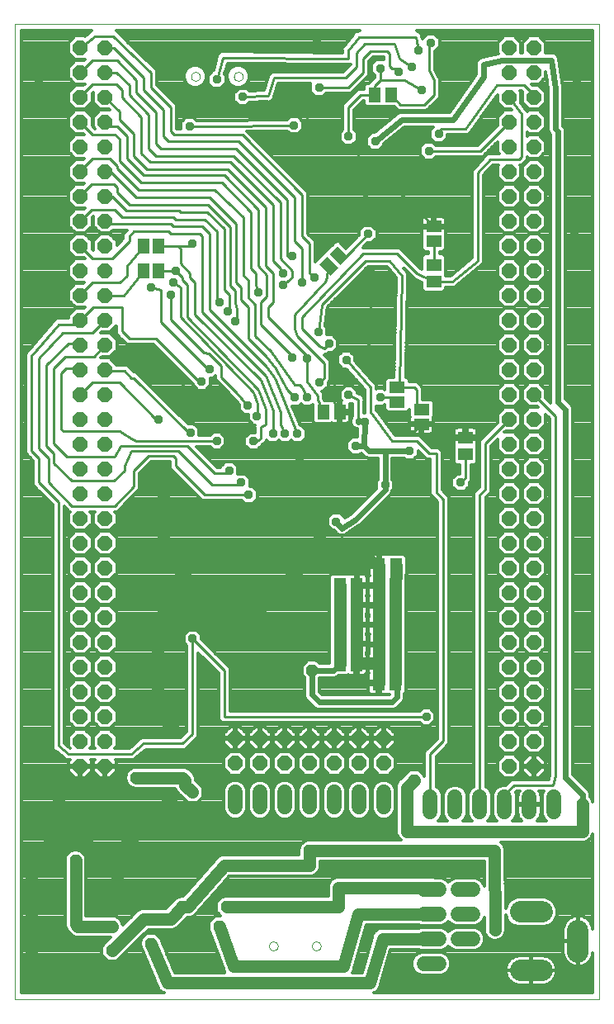
<source format=gbl>
G75*
%MOIN*%
%OFA0B0*%
%FSLAX24Y24*%
%IPPOS*%
%LPD*%
%AMOC8*
5,1,8,0,0,1.08239X$1,22.5*
%
%ADD10C,0.0000*%
%ADD11R,0.0512X0.0591*%
%ADD12C,0.0600*%
%ADD13C,0.0860*%
%ADD14R,0.0630X0.0460*%
%ADD15R,0.0591X0.0512*%
%ADD16R,0.0460X0.0630*%
%ADD17OC8,0.0600*%
%ADD18OC8,0.0472*%
%ADD19C,0.0500*%
%ADD20C,0.0115*%
%ADD21OC8,0.0356*%
%ADD22C,0.0220*%
%ADD23C,0.0240*%
%ADD24OC8,0.0500*%
%ADD25C,0.0138*%
D10*
X000169Y001990D02*
X000169Y041360D01*
X023791Y041360D01*
X023791Y001990D01*
X000169Y001990D01*
X010445Y004155D02*
X010447Y004181D01*
X010453Y004207D01*
X010463Y004232D01*
X010476Y004255D01*
X010492Y004275D01*
X010512Y004293D01*
X010534Y004308D01*
X010557Y004320D01*
X010583Y004328D01*
X010609Y004332D01*
X010635Y004332D01*
X010661Y004328D01*
X010687Y004320D01*
X010711Y004308D01*
X010732Y004293D01*
X010752Y004275D01*
X010768Y004255D01*
X010781Y004232D01*
X010791Y004207D01*
X010797Y004181D01*
X010799Y004155D01*
X010797Y004129D01*
X010791Y004103D01*
X010781Y004078D01*
X010768Y004055D01*
X010752Y004035D01*
X010732Y004017D01*
X010710Y004002D01*
X010687Y003990D01*
X010661Y003982D01*
X010635Y003978D01*
X010609Y003978D01*
X010583Y003982D01*
X010557Y003990D01*
X010533Y004002D01*
X010512Y004017D01*
X010492Y004035D01*
X010476Y004055D01*
X010463Y004078D01*
X010453Y004103D01*
X010447Y004129D01*
X010445Y004155D01*
X012177Y004155D02*
X012179Y004181D01*
X012185Y004207D01*
X012195Y004232D01*
X012208Y004255D01*
X012224Y004275D01*
X012244Y004293D01*
X012266Y004308D01*
X012289Y004320D01*
X012315Y004328D01*
X012341Y004332D01*
X012367Y004332D01*
X012393Y004328D01*
X012419Y004320D01*
X012443Y004308D01*
X012464Y004293D01*
X012484Y004275D01*
X012500Y004255D01*
X012513Y004232D01*
X012523Y004207D01*
X012529Y004181D01*
X012531Y004155D01*
X012529Y004129D01*
X012523Y004103D01*
X012513Y004078D01*
X012500Y004055D01*
X012484Y004035D01*
X012464Y004017D01*
X012442Y004002D01*
X012419Y003990D01*
X012393Y003982D01*
X012367Y003978D01*
X012341Y003978D01*
X012315Y003982D01*
X012289Y003990D01*
X012265Y004002D01*
X012244Y004017D01*
X012224Y004035D01*
X012208Y004055D01*
X012195Y004078D01*
X012185Y004103D01*
X012179Y004129D01*
X012177Y004155D01*
X009027Y039254D02*
X009029Y039280D01*
X009035Y039306D01*
X009045Y039331D01*
X009058Y039354D01*
X009074Y039374D01*
X009094Y039392D01*
X009116Y039407D01*
X009139Y039419D01*
X009165Y039427D01*
X009191Y039431D01*
X009217Y039431D01*
X009243Y039427D01*
X009269Y039419D01*
X009293Y039407D01*
X009314Y039392D01*
X009334Y039374D01*
X009350Y039354D01*
X009363Y039331D01*
X009373Y039306D01*
X009379Y039280D01*
X009381Y039254D01*
X009379Y039228D01*
X009373Y039202D01*
X009363Y039177D01*
X009350Y039154D01*
X009334Y039134D01*
X009314Y039116D01*
X009292Y039101D01*
X009269Y039089D01*
X009243Y039081D01*
X009217Y039077D01*
X009191Y039077D01*
X009165Y039081D01*
X009139Y039089D01*
X009115Y039101D01*
X009094Y039116D01*
X009074Y039134D01*
X009058Y039154D01*
X009045Y039177D01*
X009035Y039202D01*
X009029Y039228D01*
X009027Y039254D01*
X007295Y039254D02*
X007297Y039280D01*
X007303Y039306D01*
X007313Y039331D01*
X007326Y039354D01*
X007342Y039374D01*
X007362Y039392D01*
X007384Y039407D01*
X007407Y039419D01*
X007433Y039427D01*
X007459Y039431D01*
X007485Y039431D01*
X007511Y039427D01*
X007537Y039419D01*
X007561Y039407D01*
X007582Y039392D01*
X007602Y039374D01*
X007618Y039354D01*
X007631Y039331D01*
X007641Y039306D01*
X007647Y039280D01*
X007649Y039254D01*
X007647Y039228D01*
X007641Y039202D01*
X007631Y039177D01*
X007618Y039154D01*
X007602Y039134D01*
X007582Y039116D01*
X007560Y039101D01*
X007537Y039089D01*
X007511Y039081D01*
X007485Y039077D01*
X007459Y039077D01*
X007433Y039081D01*
X007407Y039089D01*
X007383Y039101D01*
X007362Y039116D01*
X007342Y039134D01*
X007326Y039154D01*
X007313Y039177D01*
X007303Y039202D01*
X007297Y039228D01*
X007295Y039254D01*
D11*
X014696Y038506D03*
X015366Y038506D03*
X013299Y025710D03*
X012630Y025710D03*
X014893Y019509D03*
X015563Y019509D03*
X015543Y018706D03*
X014874Y018706D03*
X014881Y017907D03*
X014885Y017128D03*
X015555Y017128D03*
X015551Y017907D03*
X015559Y016328D03*
X014889Y016328D03*
X014870Y015557D03*
X015539Y015557D03*
X015543Y014773D03*
X014874Y014773D03*
X013980Y015549D03*
X013976Y016356D03*
X013972Y017116D03*
X013976Y017919D03*
X013988Y018714D03*
X013319Y018714D03*
X013307Y017919D03*
X013303Y017116D03*
X013307Y016356D03*
X013311Y015549D03*
D12*
X013078Y010361D02*
X013078Y009761D01*
X012078Y009761D02*
X012078Y010361D01*
X011078Y010361D02*
X011078Y009761D01*
X010078Y009761D02*
X010078Y010361D01*
X009078Y010361D02*
X009078Y009761D01*
X014078Y009761D02*
X014078Y010361D01*
X015078Y010361D02*
X015078Y009761D01*
X016960Y009564D02*
X016960Y010164D01*
X017960Y010164D02*
X017960Y009564D01*
X018960Y009564D02*
X018960Y010164D01*
X019960Y010164D02*
X019960Y009564D01*
X020960Y009564D02*
X020960Y010164D01*
X021960Y010164D02*
X021960Y009564D01*
X018678Y006435D02*
X018078Y006435D01*
X018078Y005435D02*
X018678Y005435D01*
X018678Y004435D02*
X018078Y004435D01*
X017300Y004443D02*
X016700Y004443D01*
X016700Y003443D02*
X017300Y003443D01*
X017300Y005443D02*
X016700Y005443D01*
X016700Y006443D02*
X017300Y006443D01*
D13*
X020605Y005533D02*
X021465Y005533D01*
X022925Y004782D02*
X022925Y003922D01*
X021465Y003171D02*
X020605Y003171D01*
D14*
X016606Y025213D03*
X016606Y025813D03*
X015622Y026099D03*
X015622Y026699D03*
X017098Y032595D03*
X017098Y033195D03*
D15*
X017098Y031655D03*
X017098Y030986D03*
X018378Y024667D03*
X018378Y023998D03*
D16*
G36*
X012890Y032085D02*
X013215Y032410D01*
X013660Y031965D01*
X013335Y031640D01*
X012890Y032085D01*
G37*
G36*
X012465Y031660D02*
X012790Y031985D01*
X013235Y031540D01*
X012910Y031215D01*
X012465Y031660D01*
G37*
X005981Y031419D03*
X005381Y031419D03*
X005381Y032403D03*
X005981Y032403D03*
D17*
X003819Y032415D03*
X003819Y031415D03*
X003819Y030415D03*
X003819Y029415D03*
X003819Y028415D03*
X003819Y027415D03*
X003819Y026415D03*
X003819Y025415D03*
X003819Y024415D03*
X003819Y023415D03*
X003819Y022415D03*
X003819Y021415D03*
X003819Y020415D03*
X003819Y019415D03*
X003819Y018415D03*
X003819Y017415D03*
X003819Y016415D03*
X003819Y015415D03*
X003819Y014415D03*
X003819Y013415D03*
X003819Y012415D03*
X003819Y011415D03*
X002819Y011415D03*
X002819Y012415D03*
X002819Y013415D03*
X002819Y014415D03*
X002819Y015415D03*
X002819Y016415D03*
X002819Y017415D03*
X002819Y018415D03*
X002819Y019415D03*
X002819Y020415D03*
X002819Y021415D03*
X002819Y022415D03*
X002819Y023415D03*
X002819Y024415D03*
X002819Y025415D03*
X002819Y026415D03*
X002819Y027415D03*
X002819Y028415D03*
X002819Y029415D03*
X002819Y030415D03*
X002819Y031415D03*
X002819Y032415D03*
X002819Y033415D03*
X002819Y034415D03*
X002819Y035415D03*
X002819Y036415D03*
X002819Y037415D03*
X002819Y038415D03*
X002819Y039415D03*
X002819Y040415D03*
X003819Y040415D03*
X003819Y039415D03*
X003819Y038415D03*
X003819Y037415D03*
X003819Y036415D03*
X003819Y035415D03*
X003819Y034415D03*
X003819Y033415D03*
X009078Y012529D03*
X009078Y011529D03*
X010078Y011529D03*
X010078Y012529D03*
X011078Y012529D03*
X011078Y011529D03*
X012078Y011529D03*
X012078Y012529D03*
X013078Y012529D03*
X013078Y011529D03*
X014078Y011529D03*
X014078Y012529D03*
X015078Y012529D03*
X015078Y011529D03*
X020141Y011415D03*
X020141Y012415D03*
X020141Y013415D03*
X020141Y014415D03*
X020141Y015415D03*
X020141Y016415D03*
X020141Y017415D03*
X020141Y018415D03*
X020141Y019415D03*
X020141Y020415D03*
X020141Y021415D03*
X020141Y022415D03*
X020141Y023415D03*
X020141Y024415D03*
X020141Y025415D03*
X020141Y026415D03*
X020141Y027415D03*
X020141Y028415D03*
X020141Y029415D03*
X020141Y030415D03*
X020141Y031415D03*
X020141Y032415D03*
X020141Y033415D03*
X020141Y034415D03*
X020141Y035415D03*
X020141Y036415D03*
X020141Y037415D03*
X020141Y038415D03*
X020141Y039415D03*
X020141Y040415D03*
X021141Y040415D03*
X021141Y039415D03*
X021141Y038415D03*
X021141Y037415D03*
X021141Y036415D03*
X021141Y035415D03*
X021141Y034415D03*
X021141Y033415D03*
X021141Y032415D03*
X021141Y031415D03*
X021141Y030415D03*
X021141Y029415D03*
X021141Y028415D03*
X021141Y027415D03*
X021141Y026415D03*
X021141Y025415D03*
X021141Y024415D03*
X021141Y023415D03*
X021141Y022415D03*
X021141Y021415D03*
X021141Y020415D03*
X021141Y019415D03*
X021141Y018415D03*
X021141Y017415D03*
X021141Y016415D03*
X021141Y015415D03*
X021141Y014415D03*
X021141Y013415D03*
X021141Y012415D03*
X021141Y011415D03*
D18*
X023102Y009864D03*
X019574Y004809D03*
X016311Y010848D03*
X012078Y007994D03*
X008732Y005730D03*
X008437Y004943D03*
X006960Y005730D03*
X005681Y004254D03*
X004106Y003958D03*
X004106Y004943D03*
X004303Y005730D03*
X002630Y007600D03*
X005090Y010946D03*
X006468Y010061D03*
X007354Y010356D03*
X006665Y012817D03*
X012177Y015277D03*
X001941Y002679D03*
D19*
X001350Y002679D01*
X000858Y003171D01*
X000858Y007600D01*
X001645Y008387D01*
X001941Y008387D01*
X001941Y010454D01*
X001448Y010946D01*
X001941Y008387D02*
X003023Y008387D01*
X004303Y007108D01*
X004303Y007895D01*
X006468Y010061D01*
X007059Y010651D02*
X007059Y010848D01*
X006960Y010946D01*
X005090Y010946D01*
X006665Y012817D02*
X005956Y013643D01*
X005956Y014805D01*
X005956Y017364D01*
X006271Y017639D01*
X007059Y017639D01*
X007059Y019116D01*
X006173Y020002D01*
X006173Y023446D01*
X007059Y017639D02*
X007063Y017639D01*
X007114Y017588D01*
X009862Y017588D01*
X012472Y020198D01*
X012472Y020297D01*
X012570Y020395D01*
X012472Y020297D02*
X012472Y021084D01*
X012413Y021143D01*
X012472Y021084D02*
X012472Y021281D01*
X013319Y018714D02*
X013307Y018407D01*
X013307Y017919D01*
X013303Y017423D01*
X013303Y017116D01*
X013307Y016718D01*
X013307Y016356D01*
X013311Y015958D01*
X013311Y015549D01*
X013976Y015553D02*
X013980Y015549D01*
X013988Y015557D01*
X014870Y015557D01*
X014874Y015553D01*
X014874Y016313D01*
X014889Y016328D01*
X014889Y017124D01*
X014885Y017128D01*
X014885Y017903D01*
X014881Y017907D01*
X014881Y018698D01*
X014874Y018706D01*
X014874Y019490D01*
X014893Y019509D01*
X015563Y019509D02*
X015563Y019218D01*
X015543Y018706D01*
X015543Y018309D01*
X015551Y017907D01*
X015551Y017328D01*
X015555Y017128D01*
X015555Y016726D01*
X015559Y016328D01*
X015559Y015970D01*
X015539Y015557D01*
X015539Y015269D01*
X015543Y014773D01*
X014874Y014773D02*
X014874Y015553D01*
X013976Y015553D02*
X013976Y016356D01*
X013972Y016360D01*
X013972Y017116D01*
X013976Y017120D01*
X013976Y017919D01*
X013988Y017931D01*
X013988Y018714D01*
X016311Y010848D02*
X016015Y010553D01*
X016015Y008781D01*
X023102Y008781D01*
X023102Y009569D01*
X023102Y009864D01*
X019559Y007994D02*
X019574Y004809D01*
X019559Y007994D02*
X012078Y007994D01*
X012078Y007403D01*
X008645Y007403D01*
X007169Y005730D01*
X007205Y005766D01*
X007205Y005778D01*
X007157Y005730D01*
X006960Y005730D01*
X006468Y005238D01*
X005385Y005238D01*
X004106Y003958D01*
X004106Y004943D02*
X002728Y004943D01*
X002630Y005041D01*
X002630Y007600D01*
X004303Y007108D02*
X004303Y005730D01*
X005681Y004254D02*
X006350Y002659D01*
X014519Y002659D01*
X015031Y004443D01*
X017000Y004443D01*
X017000Y005443D02*
X014047Y005443D01*
X013456Y003324D01*
X009027Y003324D01*
X008437Y004943D01*
X008732Y005730D02*
X013259Y005730D01*
X013259Y006517D01*
X017000Y006517D01*
X017000Y006443D01*
X007354Y010356D02*
X007059Y010651D01*
D20*
X006960Y012324D02*
X005385Y012324D01*
X004893Y011903D01*
X002334Y011903D01*
X001941Y012226D01*
X001941Y022069D01*
X001153Y022856D01*
X001153Y023840D01*
X000858Y024135D01*
X000858Y027974D01*
X001941Y029254D01*
X002657Y029254D01*
X002819Y029415D01*
X003346Y029943D01*
X004500Y029943D01*
X004500Y028958D01*
X004795Y028663D01*
X005878Y028663D01*
X007602Y026939D01*
X007720Y026939D01*
X008094Y027332D02*
X006074Y029352D01*
X006074Y030631D01*
X005681Y030730D01*
X005981Y031419D02*
X006665Y031419D01*
X006960Y031124D01*
X006960Y031025D01*
X007157Y030828D01*
X007157Y029549D01*
X010011Y026596D01*
X010267Y025911D01*
X010271Y025907D01*
X010307Y025809D01*
X010307Y025218D01*
X010110Y025120D01*
X010110Y024628D01*
X009815Y024431D01*
X009815Y024529D01*
X009956Y025537D02*
X010011Y025612D01*
X009976Y025647D01*
X009976Y026041D01*
X009815Y026498D01*
X006862Y029549D01*
X006862Y030730D01*
X006567Y030927D01*
X006468Y030435D02*
X006468Y029450D01*
X007822Y028096D01*
X007996Y028080D01*
X008504Y027569D01*
X008527Y027096D01*
X009126Y026498D01*
X009594Y025963D01*
X010326Y026498D02*
X010110Y026990D01*
X007452Y029647D01*
X007452Y030927D01*
X007256Y031124D01*
X007256Y031320D01*
X006862Y031714D01*
X006862Y032305D01*
X006763Y032403D01*
X007157Y032403D01*
X007256Y032403D01*
X007354Y032502D01*
X007157Y032403D01*
X006763Y032403D02*
X005981Y032403D01*
X005381Y032403D02*
X004696Y031620D01*
X004696Y031222D01*
X004401Y030927D01*
X003319Y030927D01*
X002819Y030427D01*
X002819Y030415D01*
X003819Y029415D02*
X003322Y028903D01*
X002098Y028903D01*
X001153Y027876D01*
X001153Y024234D01*
X001547Y023840D01*
X001547Y022856D01*
X002484Y021919D01*
X004212Y021919D01*
X004992Y022698D01*
X004992Y023348D01*
X005582Y023939D01*
X006567Y023939D01*
X006665Y023840D01*
X006665Y023545D01*
X007846Y022364D01*
X009618Y022364D01*
X009224Y022757D02*
X008141Y022757D01*
X006763Y024135D01*
X004893Y024135D01*
X004598Y023545D01*
X004598Y023328D01*
X004193Y022923D01*
X002464Y022923D01*
X001744Y023643D01*
X001744Y024037D01*
X001448Y024332D01*
X001448Y027604D01*
X002334Y028466D01*
X002767Y028466D01*
X002819Y028415D01*
X003370Y027931D02*
X002228Y027931D01*
X001744Y027482D01*
X001744Y024431D01*
X002279Y023895D01*
X004212Y023895D01*
X004452Y024332D01*
X007157Y024332D01*
X008240Y023250D01*
X008732Y023250D01*
X008830Y023348D01*
X009322Y022856D02*
X009224Y022757D01*
X008334Y024537D02*
X005074Y024549D01*
X004893Y024628D01*
X004401Y024923D01*
X002137Y024923D01*
X002039Y025021D01*
X002039Y027285D01*
X002236Y027482D01*
X002752Y027482D01*
X002819Y027415D01*
X003295Y026891D02*
X002819Y026415D01*
X003295Y026891D02*
X004401Y026891D01*
X005878Y025415D01*
X005976Y025415D01*
X007200Y024880D02*
X004992Y027088D01*
X004893Y027088D01*
X004598Y027383D01*
X003850Y027383D01*
X003819Y027415D01*
X003370Y027931D02*
X003819Y028415D01*
X003819Y030415D02*
X004574Y030415D01*
X005381Y031419D01*
X004795Y032600D02*
X004106Y031911D01*
X003322Y031911D01*
X002819Y032415D01*
X002819Y033415D02*
X003283Y033880D01*
X004204Y033880D01*
X004500Y033584D01*
X006567Y033584D01*
X006665Y033486D01*
X007846Y033486D01*
X008338Y032994D01*
X008338Y030139D01*
X008437Y030139D01*
X008779Y029797D02*
X008830Y029844D01*
X008830Y030435D01*
X008633Y030631D01*
X008633Y033092D01*
X007944Y033781D01*
X006862Y033781D01*
X006815Y033828D01*
X004689Y033828D01*
X004102Y034415D01*
X003819Y034415D01*
X004303Y034569D02*
X004303Y034765D01*
X004165Y034903D01*
X003275Y034903D01*
X002819Y034446D01*
X002819Y034415D01*
X002819Y035415D02*
X002819Y035446D01*
X003319Y035946D01*
X004007Y035946D01*
X004303Y035651D01*
X004303Y035553D01*
X005189Y034667D01*
X008240Y034667D01*
X009421Y033584D01*
X009421Y031222D01*
X009618Y031025D01*
X009618Y030336D01*
X009874Y030041D01*
X009874Y028761D01*
X010504Y028171D01*
X011488Y026793D01*
X011685Y026793D01*
X011783Y026694D01*
X011980Y026301D01*
X012374Y026399D02*
X011964Y026943D01*
X011980Y027876D01*
X011980Y027974D01*
X010405Y029549D01*
X010405Y029943D01*
X010602Y030139D01*
X010602Y031320D01*
X010307Y031616D01*
X010307Y033978D01*
X008771Y035513D01*
X005523Y035513D01*
X004992Y036045D01*
X004992Y036931D01*
X004401Y037521D01*
X004401Y037832D01*
X003819Y038415D01*
X004279Y038923D02*
X003319Y038923D01*
X002819Y038423D01*
X002819Y038415D01*
X002819Y039415D02*
X003303Y039899D01*
X004307Y039899D01*
X005090Y039116D01*
X005090Y038604D01*
X005878Y037817D01*
X005878Y036537D01*
X006074Y036340D01*
X009126Y036340D01*
X011193Y034273D01*
X011193Y032009D01*
X011389Y032009D01*
X010897Y031911D02*
X011389Y031419D01*
X011389Y031124D01*
X010996Y030828D01*
X010996Y031320D02*
X010897Y031320D01*
X010897Y031517D01*
X010602Y031813D01*
X010602Y034076D01*
X008889Y035789D01*
X005641Y035789D01*
X005287Y036143D01*
X005287Y037620D01*
X004500Y038407D01*
X004500Y038702D01*
X004279Y038923D01*
X004279Y039415D02*
X003819Y039415D01*
X004279Y039415D02*
X004795Y038899D01*
X004795Y038506D01*
X005582Y037718D01*
X005582Y036340D01*
X005878Y036045D01*
X009027Y036045D01*
X010897Y034175D01*
X010897Y031911D01*
X010346Y031246D02*
X010346Y030360D01*
X010110Y030139D01*
X010110Y029254D01*
X011389Y027974D01*
X011389Y027895D01*
X010700Y027482D02*
X010791Y027352D01*
X011193Y026596D01*
X011488Y026301D01*
X010897Y026498D02*
X010700Y026990D01*
X010602Y027187D01*
X010307Y027580D01*
X008043Y029844D01*
X008043Y032895D01*
X007748Y033191D01*
X006567Y033191D01*
X006468Y033289D01*
X003944Y033289D01*
X003819Y033415D01*
X004795Y034076D02*
X004303Y034569D01*
X005090Y034372D02*
X004047Y035415D01*
X003819Y035415D01*
X004401Y035848D02*
X004401Y036734D01*
X004228Y036907D01*
X003315Y036907D01*
X002819Y037403D01*
X002819Y037415D01*
X003819Y037415D02*
X004007Y037226D01*
X004303Y037226D01*
X004696Y036832D01*
X004696Y035946D01*
X005385Y035257D01*
X008633Y035257D01*
X010011Y033880D01*
X010011Y031616D01*
X010346Y031246D01*
X009913Y031320D02*
X009913Y030828D01*
X010011Y030533D01*
X009618Y029943D02*
X009322Y030238D01*
X009322Y030730D01*
X009126Y030927D01*
X009126Y033289D01*
X008043Y034372D01*
X005090Y034372D01*
X004795Y034076D02*
X007968Y034076D01*
X008862Y033183D01*
X008862Y030797D01*
X009070Y030600D01*
X009070Y030108D01*
X009153Y029887D01*
X009153Y029478D01*
X009126Y029450D01*
X009082Y029360D01*
X008779Y029785D02*
X008779Y029797D01*
X009618Y029943D02*
X009618Y028663D01*
X010307Y027974D01*
X010700Y027482D01*
X010307Y027187D02*
X007748Y029746D01*
X007748Y032797D01*
X007649Y032895D01*
X006468Y032895D01*
X006370Y032994D01*
X004992Y032994D01*
X004795Y032797D01*
X004795Y032600D01*
X005287Y034962D02*
X004401Y035848D01*
X005287Y034962D02*
X008535Y034962D01*
X009716Y033781D01*
X009716Y031517D01*
X009913Y031320D01*
X011488Y032600D02*
X011488Y034372D01*
X009224Y036635D01*
X006370Y036635D01*
X006173Y036832D01*
X006173Y037915D01*
X005385Y038702D01*
X005385Y039194D01*
X004165Y040415D01*
X003819Y040415D01*
X004149Y040887D02*
X003413Y040887D01*
X002819Y040415D01*
X004149Y040887D02*
X005681Y039391D01*
X005681Y038801D01*
X006468Y038013D01*
X006468Y037029D01*
X006606Y036891D01*
X009362Y036891D01*
X011783Y034470D01*
X011783Y032797D01*
X012078Y032502D01*
X012078Y031320D01*
X012275Y031124D01*
X012752Y031010D02*
X012850Y031600D01*
X012752Y031010D02*
X011488Y029647D01*
X011488Y029057D01*
X011586Y028761D01*
X012669Y027679D01*
X012669Y027088D01*
X012472Y026891D01*
X012374Y026399D02*
X012409Y026364D01*
X012409Y026198D01*
X012630Y025710D01*
X013299Y025710D02*
X012905Y026360D01*
X012917Y026360D01*
X012866Y026399D01*
X012866Y026498D01*
X013063Y026694D01*
X013063Y027876D01*
X013358Y028269D01*
X014342Y028269D01*
X014539Y028565D01*
X014539Y031419D01*
X014342Y031813D02*
X012570Y030041D01*
X012433Y028946D01*
X012472Y028368D02*
X012669Y028269D01*
X012866Y028466D01*
X012472Y028368D02*
X011783Y029057D01*
X011783Y029549D01*
X014244Y032108D01*
X015622Y032108D01*
X016409Y031320D01*
X017098Y030986D01*
X017846Y030986D01*
X018870Y031813D01*
X018870Y035356D01*
X019370Y035915D01*
X020547Y035907D01*
X020649Y036009D01*
X020649Y036013D01*
X020641Y037734D01*
X020141Y038415D01*
X019657Y038899D02*
X020740Y038899D01*
X021141Y038498D01*
X021141Y038415D01*
X020141Y037415D02*
X018968Y036242D01*
X016901Y036242D01*
X017295Y036931D02*
X017393Y037128D01*
X018378Y037128D01*
X019657Y038899D01*
X017098Y039096D02*
X017098Y038506D01*
X016704Y038112D01*
X015759Y038112D01*
X015366Y038506D01*
X014933Y039096D02*
X014933Y039588D01*
X015326Y039687D02*
X015326Y040179D01*
X015228Y040277D01*
X014539Y040277D01*
X014244Y039982D01*
X014244Y039391D01*
X013653Y038801D01*
X012472Y038801D01*
X011980Y037935D02*
X010996Y038801D01*
X010641Y039194D02*
X010405Y038466D01*
X009381Y038427D01*
X008338Y039135D02*
X008594Y040021D01*
X013653Y039982D01*
X013633Y040297D01*
X014067Y040848D01*
X016370Y040848D01*
X016488Y040317D01*
X016220Y039624D02*
X015720Y039982D01*
X015523Y040572D01*
X014322Y040572D01*
X013988Y040218D01*
X013988Y039628D01*
X013555Y039194D01*
X010641Y039194D01*
X011448Y037285D02*
X008043Y037246D01*
X007236Y037246D01*
X011488Y032600D02*
X011783Y032305D01*
X011783Y030927D01*
X013275Y032025D02*
X013570Y031994D01*
X013782Y032206D01*
X014441Y032895D01*
X014342Y031813D02*
X015326Y031813D01*
X015819Y031222D01*
X015720Y026793D01*
X015622Y026694D01*
X016311Y026694D01*
X016409Y026596D01*
X016409Y026010D01*
X016606Y025813D01*
X016606Y025213D02*
X016315Y024923D01*
X015917Y024923D01*
X015425Y024529D02*
X016409Y024529D01*
X016901Y024037D01*
X017196Y024037D01*
X017196Y022462D01*
X017492Y022167D01*
X017492Y012423D01*
X016960Y011891D01*
X016960Y009864D01*
X018960Y009864D02*
X018960Y022356D01*
X019165Y022561D01*
X019165Y024439D01*
X020141Y025415D01*
X021141Y026415D02*
X022019Y025537D01*
X022019Y011045D01*
X021921Y010651D01*
X020346Y010651D01*
X019960Y010265D01*
X019960Y009864D01*
X016803Y013407D02*
X008633Y013407D01*
X008633Y015277D01*
X007354Y016557D01*
X007354Y012718D01*
X006960Y012324D01*
X012413Y021143D02*
X012472Y021281D01*
X013161Y021277D02*
X013161Y021281D01*
X013161Y021320D01*
X014539Y019517D02*
X014633Y019515D01*
X014893Y019509D01*
X015130Y024037D02*
X015031Y024135D01*
X015425Y024529D02*
X014539Y025710D01*
X014539Y026694D01*
X013563Y027809D01*
X013653Y026399D02*
X014047Y026202D01*
X014047Y025368D01*
X014933Y026301D02*
X015420Y026301D01*
X015622Y026099D01*
X015622Y026699D02*
X016306Y026699D01*
X016311Y026694D01*
X017826Y024667D02*
X018378Y024667D01*
X017826Y024667D02*
X017787Y024628D01*
X017787Y023348D01*
X018181Y022856D02*
X018378Y023053D01*
X018378Y023998D01*
X017098Y031655D02*
X017098Y032595D01*
X017098Y033195D02*
X015725Y034569D01*
X014342Y034569D01*
X014047Y034667D01*
X014047Y036439D01*
X012669Y036439D01*
X012570Y036635D01*
X012472Y036635D01*
X011980Y037246D01*
X011980Y037935D01*
X013653Y038013D02*
X013653Y036832D01*
X014145Y036635D02*
X014047Y036439D01*
X014145Y036635D02*
X014145Y036832D01*
X013653Y038013D02*
X014145Y038506D01*
X014696Y038506D01*
X014696Y038860D01*
X014933Y039096D01*
X015917Y039096D01*
X016606Y038702D01*
X017098Y039096D02*
X016901Y039490D01*
X016901Y040533D01*
X016980Y040612D01*
X015689Y039450D02*
X015523Y039588D01*
X015425Y039588D01*
X015326Y039687D01*
X010307Y027187D02*
X010897Y025710D01*
X010897Y025218D01*
X011094Y024824D01*
X010602Y024824D02*
X010602Y025730D01*
X010606Y025773D01*
X010381Y026348D01*
X010397Y026273D01*
X010326Y026498D01*
X010897Y026498D02*
X011586Y024824D01*
X008094Y027332D02*
X008051Y027431D01*
X007256Y026498D02*
X005779Y028072D01*
X007200Y024880D02*
X007263Y024880D01*
D21*
X007263Y024880D03*
X008334Y024537D03*
X008830Y023348D03*
X009322Y022856D03*
X009618Y022364D03*
X009815Y024529D03*
X009956Y025537D03*
X009594Y025963D03*
X010602Y024824D03*
X011094Y024824D03*
X011586Y024824D03*
X011665Y023722D03*
X012472Y021281D03*
X013161Y021281D03*
X013948Y024332D03*
X014295Y025317D03*
X014933Y026301D03*
X015917Y024923D03*
X016114Y024135D03*
X015130Y022757D03*
X013653Y026399D03*
X012866Y026399D03*
X012472Y026891D03*
X011980Y026301D03*
X011488Y026301D03*
X011389Y027895D03*
X011980Y027876D03*
X012866Y028466D03*
X012433Y028946D03*
X013563Y027809D03*
X012275Y031124D03*
X011783Y030927D03*
X011389Y032009D03*
X010996Y031320D03*
X010996Y030828D03*
X010011Y030533D03*
X009082Y029360D03*
X008779Y029785D03*
X008437Y030139D03*
X007354Y032502D03*
X006665Y031419D03*
X006567Y030927D03*
X006468Y030435D03*
X005681Y030730D03*
X005779Y028072D03*
X007256Y026498D03*
X007720Y026939D03*
X008051Y027431D03*
X005976Y025415D03*
X006173Y023446D03*
X006173Y020002D03*
X007114Y017588D03*
X007354Y016557D03*
X005956Y014805D03*
X014539Y031419D03*
X014441Y032895D03*
X014342Y034569D03*
X014736Y036635D03*
X014145Y036832D03*
X013653Y036832D03*
X012472Y038801D03*
X012374Y040750D03*
X010996Y038801D03*
X011448Y037285D03*
X009381Y038427D03*
X008338Y039135D03*
X007236Y037246D03*
X012413Y033289D03*
X014933Y039588D03*
X015689Y039450D03*
X016220Y039624D03*
X016488Y040317D03*
X016980Y040612D03*
X016606Y038702D03*
X017295Y036931D03*
X016901Y036242D03*
X022885Y039037D03*
X022787Y032954D03*
X017787Y023348D03*
X018181Y022856D03*
X016803Y013407D03*
X001153Y038978D03*
X000917Y031911D03*
D22*
X013161Y021277D02*
X013385Y021013D01*
X013948Y021380D01*
X015130Y022561D01*
X015130Y022757D01*
X015130Y024037D01*
X015031Y024135D02*
X014488Y024135D01*
X014291Y024332D01*
X013948Y024332D01*
X014291Y024332D02*
X014295Y025317D01*
X014047Y025368D01*
X014047Y025317D01*
X015031Y024135D02*
X016114Y024135D01*
D23*
X014047Y020395D02*
X014633Y019809D01*
X014633Y019515D01*
X014047Y020395D02*
X012570Y020395D01*
X013311Y015549D02*
X013039Y015277D01*
X012177Y015277D01*
X012177Y014293D01*
X012472Y013998D01*
X015425Y013998D01*
X015622Y014194D01*
X015622Y014694D01*
X015543Y014773D01*
X022413Y025809D02*
X022118Y026104D01*
X022118Y037029D01*
X022019Y037128D01*
X022019Y038765D01*
X021854Y039915D01*
X019850Y039915D01*
X019102Y039726D01*
X019106Y039234D01*
X017885Y037521D01*
X015819Y037521D01*
X014736Y036635D01*
X022413Y025809D02*
X022413Y010946D01*
X023102Y010257D01*
X023102Y009569D01*
D24*
X001448Y010946D03*
D25*
X002175Y011728D02*
X001856Y011990D01*
X001843Y011990D01*
X001782Y012051D01*
X001715Y012105D01*
X001714Y012119D01*
X001704Y012128D01*
X001704Y012214D01*
X001696Y012300D01*
X001704Y012311D01*
X001704Y021971D01*
X001055Y022620D01*
X000917Y022758D01*
X000917Y023742D01*
X000760Y023899D01*
X000621Y024038D01*
X000621Y027964D01*
X000614Y028052D01*
X000621Y028061D01*
X000621Y028072D01*
X000684Y028134D01*
X001704Y029340D01*
X001704Y029351D01*
X001766Y029414D01*
X001823Y029481D01*
X001835Y029482D01*
X001843Y029490D01*
X001931Y029490D01*
X002019Y029497D01*
X002027Y029490D01*
X002340Y029490D01*
X002340Y029613D01*
X002620Y029894D01*
X002963Y029894D01*
X003005Y029936D01*
X002620Y029936D01*
X002340Y030217D01*
X002340Y030613D01*
X002620Y030894D01*
X002951Y030894D01*
X002993Y030936D01*
X002620Y030936D01*
X002340Y031217D01*
X002340Y031613D01*
X002620Y031894D01*
X003005Y031894D01*
X002963Y031936D01*
X002620Y031936D01*
X002340Y032217D01*
X002340Y032613D01*
X002620Y032894D01*
X003017Y032894D01*
X003297Y032613D01*
X003297Y032270D01*
X003340Y032228D01*
X003340Y032613D01*
X003620Y032894D01*
X004017Y032894D01*
X004297Y032613D01*
X004297Y032437D01*
X004558Y032698D01*
X004558Y032895D01*
X004697Y033033D01*
X004716Y033053D01*
X004133Y033053D01*
X004017Y032936D01*
X003620Y032936D01*
X003340Y033217D01*
X003340Y033602D01*
X003297Y033560D01*
X003297Y033217D01*
X003017Y032936D01*
X002620Y032936D01*
X002340Y033217D01*
X002340Y033613D01*
X002620Y033894D01*
X002963Y033894D01*
X003005Y033936D01*
X002620Y033936D01*
X002340Y034217D01*
X002340Y034613D01*
X002620Y034894D01*
X002932Y034894D01*
X002974Y034936D01*
X002620Y034936D01*
X002340Y035217D01*
X002340Y035613D01*
X002620Y035894D01*
X002932Y035894D01*
X002974Y035936D01*
X002620Y035936D01*
X002340Y036217D01*
X002340Y036613D01*
X002620Y036894D01*
X002993Y036894D01*
X002951Y036936D01*
X002620Y036936D01*
X002340Y037217D01*
X002340Y037613D01*
X002620Y037894D01*
X003017Y037894D01*
X003297Y037613D01*
X003297Y037259D01*
X003412Y037143D01*
X003413Y037143D01*
X003340Y037217D01*
X003340Y037613D01*
X003620Y037894D01*
X004005Y037894D01*
X003963Y037936D01*
X003620Y037936D01*
X003340Y038217D01*
X003340Y038610D01*
X003297Y038567D01*
X003297Y038217D01*
X003017Y037936D01*
X002620Y037936D01*
X002340Y038217D01*
X002340Y038613D01*
X002620Y038894D01*
X002955Y038894D01*
X002997Y038936D01*
X002620Y038936D01*
X002340Y039217D01*
X002340Y039613D01*
X002620Y039894D01*
X002963Y039894D01*
X003005Y039936D01*
X002620Y039936D01*
X002340Y040217D01*
X002340Y040613D01*
X002620Y040894D01*
X003017Y040894D01*
X003028Y040883D01*
X003255Y041064D01*
X003282Y041091D01*
X000438Y041091D01*
X000438Y002259D01*
X006196Y002259D01*
X006187Y002262D01*
X006109Y002294D01*
X006108Y002295D01*
X006107Y002295D01*
X006047Y002355D01*
X005988Y002414D01*
X005987Y002415D01*
X005986Y002416D01*
X005954Y002494D01*
X005304Y004043D01*
X005266Y004082D01*
X005266Y004134D01*
X005252Y004166D01*
X005251Y004337D01*
X005266Y004372D01*
X005266Y004425D01*
X005303Y004463D01*
X005316Y004495D01*
X005436Y004616D01*
X005471Y004630D01*
X005509Y004669D01*
X005562Y004669D01*
X005593Y004682D01*
X005764Y004683D01*
X005799Y004669D01*
X005853Y004669D01*
X005890Y004631D01*
X005922Y004618D01*
X006043Y004498D01*
X006058Y004464D01*
X006096Y004425D01*
X006096Y004373D01*
X006635Y003088D01*
X008661Y003088D01*
X008660Y003090D01*
X008654Y003097D01*
X008627Y003169D01*
X008598Y003239D01*
X008598Y003249D01*
X008055Y004737D01*
X008021Y004771D01*
X008021Y004829D01*
X008004Y004876D01*
X008012Y005046D01*
X008021Y005067D01*
X008021Y005114D01*
X008063Y005156D01*
X008084Y005201D01*
X008209Y005316D01*
X008231Y005324D01*
X008265Y005358D01*
X008323Y005358D01*
X008370Y005375D01*
X008486Y005370D01*
X008368Y005487D01*
X008355Y005520D01*
X008317Y005558D01*
X008317Y005611D01*
X008303Y005645D01*
X008303Y005815D01*
X008317Y005849D01*
X008317Y005902D01*
X008355Y005940D01*
X008368Y005973D01*
X008489Y006094D01*
X008522Y006107D01*
X008560Y006145D01*
X008613Y006145D01*
X008647Y006159D01*
X012831Y006159D01*
X012831Y006603D01*
X012896Y006760D01*
X013016Y006881D01*
X013174Y006946D01*
X017085Y006946D01*
X017145Y006921D01*
X017395Y006921D01*
X017571Y006849D01*
X017693Y006727D01*
X017806Y006841D01*
X017982Y006914D01*
X018773Y006914D01*
X018949Y006841D01*
X019084Y006706D01*
X019137Y006577D01*
X019132Y007565D01*
X012507Y007565D01*
X012507Y007318D01*
X012442Y007160D01*
X012321Y007040D01*
X012164Y006974D01*
X008839Y006974D01*
X007577Y005545D01*
X007568Y005523D01*
X007482Y005436D01*
X007434Y005382D01*
X007422Y005376D01*
X007412Y005366D01*
X007345Y005339D01*
X007281Y005307D01*
X007267Y005306D01*
X007254Y005301D01*
X007182Y005301D01*
X007135Y005298D01*
X006711Y004874D01*
X006553Y004809D01*
X005563Y004809D01*
X004349Y003595D01*
X004316Y003581D01*
X004278Y003543D01*
X004224Y003543D01*
X004191Y003529D01*
X004021Y003529D01*
X003987Y003543D01*
X003934Y003543D01*
X003896Y003581D01*
X003863Y003595D01*
X003742Y003715D01*
X003729Y003749D01*
X003691Y003786D01*
X003691Y003840D01*
X003677Y003873D01*
X003677Y004044D01*
X003691Y004077D01*
X003691Y004130D01*
X003729Y004168D01*
X003742Y004201D01*
X004055Y004514D01*
X002643Y004514D01*
X002485Y004579D01*
X002364Y004700D01*
X002266Y004798D01*
X002201Y004956D01*
X002201Y007685D01*
X002214Y007719D01*
X002214Y007772D01*
X002252Y007810D01*
X002266Y007843D01*
X002387Y007964D01*
X002420Y007977D01*
X002458Y008015D01*
X002511Y008015D01*
X002544Y008029D01*
X002715Y008029D01*
X002748Y008015D01*
X002801Y008015D01*
X002839Y007977D01*
X002872Y007964D01*
X002993Y007843D01*
X003007Y007810D01*
X003045Y007772D01*
X003045Y007719D01*
X003058Y007685D01*
X003058Y005371D01*
X004191Y005371D01*
X004224Y005358D01*
X004278Y005358D01*
X004316Y005320D01*
X004349Y005306D01*
X004470Y005185D01*
X004726Y005185D01*
X004590Y005049D02*
X004526Y005049D01*
X004521Y005061D02*
X004521Y005114D01*
X004483Y005152D01*
X004470Y005185D01*
X004521Y005061D02*
X004535Y005028D01*
X004535Y004994D01*
X005022Y005481D01*
X005142Y005601D01*
X005300Y005667D01*
X006290Y005667D01*
X006717Y006094D01*
X006751Y006107D01*
X006788Y006145D01*
X006842Y006145D01*
X006875Y006159D01*
X006975Y006159D01*
X008276Y007633D01*
X008282Y007646D01*
X008333Y007697D01*
X008380Y007751D01*
X008393Y007757D01*
X008402Y007767D01*
X008469Y007794D01*
X008533Y007826D01*
X008547Y007827D01*
X008560Y007832D01*
X008632Y007832D01*
X008704Y007837D01*
X008717Y007832D01*
X011649Y007832D01*
X011649Y008079D01*
X011663Y008112D01*
X011663Y008166D01*
X011701Y008203D01*
X011715Y008237D01*
X011835Y008357D01*
X011869Y008371D01*
X011906Y008409D01*
X011960Y008409D01*
X011993Y008423D01*
X015767Y008423D01*
X015652Y008538D01*
X015586Y008696D01*
X015586Y010638D01*
X015652Y010796D01*
X016068Y011212D01*
X016101Y011225D01*
X016139Y011263D01*
X016192Y011263D01*
X016225Y011277D01*
X016396Y011277D01*
X016429Y011263D01*
X016483Y011263D01*
X016520Y011225D01*
X016554Y011212D01*
X016674Y011091D01*
X016688Y011058D01*
X016724Y011022D01*
X016724Y011989D01*
X017255Y012521D01*
X017255Y022069D01*
X017099Y022226D01*
X016960Y022364D01*
X016960Y023801D01*
X016803Y023801D01*
X016665Y023939D01*
X016471Y024133D01*
X016471Y023988D01*
X016262Y023778D01*
X015966Y023778D01*
X015898Y023847D01*
X015418Y023847D01*
X015418Y022973D01*
X015487Y022905D01*
X015487Y022610D01*
X015418Y022541D01*
X015418Y022503D01*
X015374Y022397D01*
X014172Y021194D01*
X014154Y021169D01*
X014131Y021154D01*
X014112Y021135D01*
X014084Y021123D01*
X013559Y020781D01*
X013529Y020756D01*
X013511Y020750D01*
X013495Y020740D01*
X013457Y020733D01*
X013420Y020721D01*
X013401Y020722D01*
X013382Y020719D01*
X013344Y020727D01*
X013305Y020730D01*
X013288Y020739D01*
X013269Y020743D01*
X013237Y020765D01*
X013203Y020782D01*
X013190Y020797D01*
X013175Y020808D01*
X013153Y020840D01*
X013082Y020924D01*
X013013Y020924D01*
X012804Y021133D01*
X012804Y021429D01*
X013013Y021638D01*
X013309Y021638D01*
X013509Y021438D01*
X013766Y021605D01*
X014773Y022612D01*
X014773Y022905D01*
X014841Y022973D01*
X014841Y023847D01*
X014430Y023847D01*
X014324Y023891D01*
X014171Y024043D01*
X014164Y024043D01*
X014096Y023975D01*
X013801Y023975D01*
X013591Y024184D01*
X013591Y024480D01*
X013801Y024689D01*
X014003Y024689D01*
X014005Y025028D01*
X013989Y025028D01*
X013883Y025072D01*
X013802Y025153D01*
X013758Y025259D01*
X013758Y025340D01*
X013752Y025370D01*
X013758Y025397D01*
X013758Y025425D01*
X013769Y025453D01*
X013776Y025482D01*
X013791Y025506D01*
X013802Y025531D01*
X013810Y025540D01*
X013810Y026052D01*
X013801Y026042D01*
X013720Y026042D01*
X013724Y026028D01*
X013724Y025769D01*
X013358Y025769D01*
X013358Y025651D01*
X013724Y025651D01*
X013724Y025393D01*
X013712Y025350D01*
X013690Y025311D01*
X013658Y025280D01*
X013620Y025258D01*
X013577Y025246D01*
X013358Y025246D01*
X013358Y025651D01*
X013240Y025651D01*
X013240Y025246D01*
X013021Y025246D01*
X012980Y025257D01*
X012960Y025236D01*
X012300Y025236D01*
X012195Y025341D01*
X012195Y026011D01*
X012128Y025944D01*
X011832Y025944D01*
X011734Y026042D01*
X011636Y025944D01*
X011381Y025944D01*
X011695Y025181D01*
X011734Y025181D01*
X011943Y024972D01*
X011943Y024677D01*
X011734Y024467D01*
X011438Y024467D01*
X011340Y024566D01*
X011242Y024467D01*
X010946Y024467D01*
X010848Y024566D01*
X010750Y024467D01*
X010454Y024467D01*
X010346Y024575D01*
X010346Y024530D01*
X010328Y024511D01*
X010322Y024485D01*
X010260Y024444D01*
X010208Y024391D01*
X010181Y024391D01*
X010172Y024385D01*
X010172Y024381D01*
X009962Y024172D01*
X009667Y024172D01*
X009458Y024381D01*
X009458Y024677D01*
X009667Y024886D01*
X009873Y024886D01*
X009873Y025064D01*
X009855Y025102D01*
X009873Y025158D01*
X009873Y025180D01*
X009808Y025180D01*
X009599Y025389D01*
X009599Y025606D01*
X009446Y025606D01*
X009237Y025815D01*
X009237Y026012D01*
X008953Y026336D01*
X008364Y026925D01*
X008296Y026986D01*
X008296Y026993D01*
X008291Y026998D01*
X008291Y027090D01*
X008287Y027162D01*
X008199Y027074D01*
X008077Y027074D01*
X008077Y026791D01*
X007868Y026582D01*
X007572Y026582D01*
X007363Y026791D01*
X007363Y026843D01*
X005780Y028427D01*
X004697Y028427D01*
X004402Y028722D01*
X004263Y028860D01*
X004263Y029182D01*
X004017Y028936D01*
X003684Y028936D01*
X003643Y028894D01*
X004017Y028894D01*
X004297Y028613D01*
X004297Y028217D01*
X004017Y027936D01*
X003697Y027936D01*
X003658Y027894D01*
X004017Y027894D01*
X004291Y027620D01*
X004696Y027620D01*
X004834Y027481D01*
X004991Y027325D01*
X005090Y027325D01*
X005228Y027186D01*
X007178Y025237D01*
X007411Y025237D01*
X007620Y025027D01*
X007620Y024776D01*
X008067Y024774D01*
X008186Y024894D01*
X008482Y024894D01*
X008691Y024685D01*
X008691Y024389D01*
X008482Y024180D01*
X008186Y024180D01*
X008065Y024302D01*
X007520Y024304D01*
X008338Y023486D01*
X008473Y023486D01*
X008473Y023496D01*
X008682Y023705D01*
X008978Y023705D01*
X009187Y023496D01*
X009187Y023213D01*
X009470Y023213D01*
X009679Y023004D01*
X009679Y022721D01*
X009766Y022721D01*
X009975Y022512D01*
X009975Y022216D01*
X009766Y022007D01*
X009470Y022007D01*
X009349Y022127D01*
X007748Y022127D01*
X006567Y023308D01*
X006429Y023447D01*
X006429Y023702D01*
X005680Y023702D01*
X005228Y023250D01*
X005228Y022601D01*
X004449Y021821D01*
X004310Y021683D01*
X004228Y021683D01*
X004297Y021613D01*
X004297Y021217D01*
X004017Y020936D01*
X003620Y020936D01*
X003340Y021217D01*
X003340Y021613D01*
X003409Y021683D01*
X003228Y021683D01*
X003297Y021613D01*
X003297Y021217D01*
X003017Y020936D01*
X002620Y020936D01*
X002340Y021217D01*
X002340Y021613D01*
X002409Y021683D01*
X002386Y021683D01*
X002177Y021891D01*
X002177Y012338D01*
X002407Y012149D01*
X002340Y012217D01*
X002340Y012613D01*
X002620Y012894D01*
X003017Y012894D01*
X003297Y012613D01*
X003297Y012217D01*
X003220Y012140D01*
X003417Y012140D01*
X003340Y012217D01*
X003340Y012613D01*
X003620Y012894D01*
X004017Y012894D01*
X004297Y012613D01*
X004297Y012217D01*
X004220Y012140D01*
X004806Y012140D01*
X005225Y012498D01*
X005288Y012561D01*
X005298Y012561D01*
X005306Y012568D01*
X005395Y012561D01*
X006862Y012561D01*
X007118Y012816D01*
X007118Y016288D01*
X006997Y016409D01*
X006997Y016705D01*
X007206Y016914D01*
X007502Y016914D01*
X007711Y016705D01*
X007711Y016534D01*
X008731Y015514D01*
X008870Y015375D01*
X008870Y013643D01*
X016534Y013643D01*
X016655Y013764D01*
X016951Y013764D01*
X017160Y013555D01*
X017160Y013259D01*
X016951Y013050D01*
X016655Y013050D01*
X016534Y013171D01*
X008536Y013171D01*
X008397Y013309D01*
X008397Y015179D01*
X007590Y015986D01*
X007590Y012620D01*
X007197Y012226D01*
X007058Y012088D01*
X005473Y012088D01*
X005054Y011730D01*
X004991Y011667D01*
X004981Y011667D01*
X004973Y011660D01*
X004884Y011667D01*
X004230Y011667D01*
X004287Y011609D01*
X004287Y011446D01*
X003850Y011446D01*
X003850Y011384D01*
X004287Y011384D01*
X004287Y011221D01*
X004013Y010946D01*
X003850Y010946D01*
X003850Y011384D01*
X003787Y011384D01*
X003350Y011384D01*
X003350Y011221D01*
X003624Y010946D01*
X003787Y010946D01*
X003787Y011384D01*
X003787Y011446D01*
X003350Y011446D01*
X003350Y011609D01*
X003407Y011667D01*
X003230Y011667D01*
X003287Y011609D01*
X003287Y011446D01*
X002850Y011446D01*
X002850Y011384D01*
X003287Y011384D01*
X003287Y011221D01*
X003013Y010946D01*
X002850Y010946D01*
X002850Y011384D01*
X002787Y011384D01*
X002350Y011384D01*
X002350Y011221D01*
X002624Y010946D01*
X002787Y010946D01*
X002787Y011384D01*
X002787Y011446D01*
X002350Y011446D01*
X002350Y011609D01*
X002407Y011667D01*
X002346Y011667D01*
X002260Y011658D01*
X002250Y011667D01*
X002236Y011667D01*
X002175Y011728D01*
X002176Y011727D02*
X000438Y011727D01*
X000438Y011591D02*
X002350Y011591D01*
X002350Y011455D02*
X000438Y011455D01*
X000438Y011318D02*
X002350Y011318D01*
X002388Y011182D02*
X000438Y011182D01*
X000438Y011046D02*
X002525Y011046D01*
X002787Y011046D02*
X002850Y011046D01*
X002850Y011182D02*
X002787Y011182D01*
X002787Y011318D02*
X002850Y011318D01*
X003112Y011046D02*
X003525Y011046D01*
X003388Y011182D02*
X003249Y011182D01*
X003287Y011318D02*
X003350Y011318D01*
X003350Y011455D02*
X003287Y011455D01*
X003287Y011591D02*
X003350Y011591D01*
X003787Y011318D02*
X003850Y011318D01*
X003850Y011182D02*
X003787Y011182D01*
X003787Y011046D02*
X003850Y011046D01*
X004112Y011046D02*
X004667Y011046D01*
X004661Y011032D02*
X004661Y010861D01*
X004675Y010828D01*
X004675Y010775D01*
X004713Y010737D01*
X004727Y010704D01*
X004847Y010583D01*
X004880Y010569D01*
X004918Y010531D01*
X004972Y010531D01*
X005005Y010518D01*
X006650Y010518D01*
X006695Y010408D01*
X006816Y010288D01*
X007111Y009992D01*
X007144Y009979D01*
X007182Y009941D01*
X007235Y009941D01*
X007269Y009927D01*
X007439Y009927D01*
X007473Y009941D01*
X007526Y009941D01*
X007564Y009979D01*
X007597Y009992D01*
X007718Y010113D01*
X007731Y010146D01*
X007769Y010184D01*
X007769Y010237D01*
X007783Y010271D01*
X007783Y010441D01*
X007769Y010474D01*
X007769Y010528D01*
X007731Y010566D01*
X007718Y010599D01*
X007488Y010829D01*
X007488Y010933D01*
X007422Y011091D01*
X007324Y011189D01*
X007203Y011310D01*
X007046Y011375D01*
X005005Y011375D01*
X004972Y011362D01*
X004918Y011362D01*
X004880Y011324D01*
X004847Y011310D01*
X004727Y011189D01*
X004713Y011156D01*
X004675Y011118D01*
X004675Y011065D01*
X004661Y011032D01*
X004661Y010910D02*
X000438Y010910D01*
X000438Y010773D02*
X004676Y010773D01*
X004793Y010637D02*
X000438Y010637D01*
X000438Y010501D02*
X006657Y010501D01*
X006739Y010364D02*
X000438Y010364D01*
X000438Y010228D02*
X006875Y010228D01*
X006816Y010288D02*
X006816Y010288D01*
X007012Y010092D02*
X000438Y010092D01*
X000438Y009955D02*
X007167Y009955D01*
X007541Y009955D02*
X008599Y009955D01*
X008599Y009819D02*
X000438Y009819D01*
X000438Y009683D02*
X008599Y009683D01*
X008599Y009665D02*
X008672Y009489D01*
X008807Y009355D01*
X008983Y009282D01*
X009174Y009282D01*
X009350Y009355D01*
X009484Y009489D01*
X009557Y009665D01*
X009557Y010456D01*
X009484Y010632D01*
X009350Y010767D01*
X009174Y010840D01*
X008983Y010840D01*
X008807Y010767D01*
X008672Y010632D01*
X008599Y010456D01*
X008599Y009665D01*
X008649Y009547D02*
X000438Y009547D01*
X000438Y009410D02*
X008751Y009410D01*
X008599Y010092D02*
X007696Y010092D01*
X007769Y010228D02*
X008599Y010228D01*
X008599Y010364D02*
X007783Y010364D01*
X007769Y010501D02*
X008618Y010501D01*
X008677Y010637D02*
X007679Y010637D01*
X007543Y010773D02*
X008823Y010773D01*
X008880Y011050D02*
X009277Y011050D01*
X009557Y011331D01*
X009557Y011727D01*
X009599Y011727D01*
X009599Y011331D01*
X009880Y011050D01*
X010277Y011050D01*
X010557Y011331D01*
X010557Y011727D01*
X010599Y011727D01*
X010599Y011331D01*
X010880Y011050D01*
X011277Y011050D01*
X011557Y011331D01*
X011557Y011727D01*
X011599Y011727D01*
X011599Y011331D01*
X011880Y011050D01*
X012277Y011050D01*
X012557Y011331D01*
X012557Y011727D01*
X012599Y011727D01*
X012599Y011331D01*
X012880Y011050D01*
X013277Y011050D01*
X013557Y011331D01*
X013557Y011727D01*
X013599Y011727D01*
X013599Y011331D01*
X013880Y011050D01*
X014277Y011050D01*
X014557Y011331D01*
X014557Y011727D01*
X014599Y011727D01*
X014599Y011331D01*
X014880Y011050D01*
X015277Y011050D01*
X015557Y011331D01*
X015557Y011727D01*
X016724Y011727D01*
X016724Y011591D02*
X015557Y011591D01*
X015557Y011455D02*
X016724Y011455D01*
X016724Y011318D02*
X015545Y011318D01*
X015409Y011182D02*
X016038Y011182D01*
X015902Y011046D02*
X007441Y011046D01*
X007488Y010910D02*
X015766Y010910D01*
X015642Y010773D02*
X015334Y010773D01*
X015350Y010767D02*
X015174Y010840D01*
X014983Y010840D01*
X014807Y010767D01*
X014672Y010632D01*
X014599Y010456D01*
X014599Y009665D01*
X014672Y009489D01*
X014807Y009355D01*
X014983Y009282D01*
X015174Y009282D01*
X015350Y009355D01*
X015484Y009489D01*
X015557Y009665D01*
X015557Y010456D01*
X015484Y010632D01*
X015350Y010767D01*
X015479Y010637D02*
X015586Y010637D01*
X015586Y010501D02*
X015539Y010501D01*
X015557Y010364D02*
X015586Y010364D01*
X015586Y010228D02*
X015557Y010228D01*
X015557Y010092D02*
X015586Y010092D01*
X015586Y009955D02*
X015557Y009955D01*
X015557Y009819D02*
X015586Y009819D01*
X015586Y009683D02*
X015557Y009683D01*
X015586Y009547D02*
X015508Y009547D01*
X015586Y009410D02*
X015405Y009410D01*
X015586Y009274D02*
X000438Y009274D01*
X000438Y009138D02*
X015586Y009138D01*
X015586Y009001D02*
X000438Y009001D01*
X000438Y008865D02*
X015586Y008865D01*
X015586Y008729D02*
X000438Y008729D01*
X000438Y008593D02*
X015629Y008593D01*
X015734Y008456D02*
X000438Y008456D01*
X000438Y008320D02*
X011798Y008320D01*
X011681Y008184D02*
X000438Y008184D01*
X000438Y008047D02*
X011649Y008047D01*
X011649Y007911D02*
X002925Y007911D01*
X003042Y007775D02*
X008422Y007775D01*
X008279Y007638D02*
X003058Y007638D01*
X003058Y007502D02*
X008161Y007502D01*
X008040Y007366D02*
X003058Y007366D01*
X003058Y007230D02*
X007920Y007230D01*
X007800Y007093D02*
X003058Y007093D01*
X003058Y006957D02*
X007680Y006957D01*
X007559Y006821D02*
X003058Y006821D01*
X003058Y006684D02*
X007439Y006684D01*
X007319Y006548D02*
X003058Y006548D01*
X003058Y006412D02*
X007199Y006412D01*
X007078Y006275D02*
X003058Y006275D01*
X003058Y006139D02*
X006782Y006139D01*
X006627Y006003D02*
X003058Y006003D01*
X003058Y005867D02*
X006490Y005867D01*
X006354Y005730D02*
X003058Y005730D01*
X003058Y005594D02*
X005135Y005594D01*
X004999Y005458D02*
X003058Y005458D01*
X002424Y004640D02*
X000438Y004640D01*
X000438Y004776D02*
X002288Y004776D01*
X002218Y004913D02*
X000438Y004913D01*
X000438Y005049D02*
X002201Y005049D01*
X002201Y005185D02*
X000438Y005185D01*
X000438Y005321D02*
X002201Y005321D01*
X002201Y005458D02*
X000438Y005458D01*
X000438Y005594D02*
X002201Y005594D01*
X002201Y005730D02*
X000438Y005730D01*
X000438Y005867D02*
X002201Y005867D01*
X002201Y006003D02*
X000438Y006003D01*
X000438Y006139D02*
X002201Y006139D01*
X002201Y006275D02*
X000438Y006275D01*
X000438Y006412D02*
X002201Y006412D01*
X002201Y006548D02*
X000438Y006548D01*
X000438Y006684D02*
X002201Y006684D01*
X002201Y006821D02*
X000438Y006821D01*
X000438Y006957D02*
X002201Y006957D01*
X002201Y007093D02*
X000438Y007093D01*
X000438Y007230D02*
X002201Y007230D01*
X002201Y007366D02*
X000438Y007366D01*
X000438Y007502D02*
X002201Y007502D01*
X002201Y007638D02*
X000438Y007638D01*
X000438Y007775D02*
X002217Y007775D01*
X002334Y007911D02*
X000438Y007911D01*
X000438Y004504D02*
X004045Y004504D01*
X003908Y004367D02*
X000438Y004367D01*
X000438Y004231D02*
X003772Y004231D01*
X003691Y004095D02*
X000438Y004095D01*
X000438Y003958D02*
X003677Y003958D01*
X003691Y003822D02*
X000438Y003822D01*
X000438Y003686D02*
X003772Y003686D01*
X003928Y003550D02*
X000438Y003550D01*
X000438Y003413D02*
X005568Y003413D01*
X005625Y003277D02*
X000438Y003277D01*
X000438Y003141D02*
X005683Y003141D01*
X005740Y003004D02*
X000438Y003004D01*
X000438Y002868D02*
X005797Y002868D01*
X005854Y002732D02*
X000438Y002732D01*
X000438Y002596D02*
X005912Y002596D01*
X005969Y002459D02*
X000438Y002459D01*
X000438Y002323D02*
X006080Y002323D01*
X006613Y003141D02*
X008638Y003141D01*
X008588Y003277D02*
X006556Y003277D01*
X006499Y003413D02*
X008538Y003413D01*
X008488Y003550D02*
X006441Y003550D01*
X006384Y003686D02*
X008439Y003686D01*
X008389Y003822D02*
X006327Y003822D01*
X006270Y003958D02*
X008339Y003958D01*
X008289Y004095D02*
X006213Y004095D01*
X006155Y004231D02*
X008240Y004231D01*
X008190Y004367D02*
X006098Y004367D01*
X006038Y004504D02*
X008140Y004504D01*
X008090Y004640D02*
X005881Y004640D01*
X005530Y004776D02*
X008021Y004776D01*
X008006Y004913D02*
X006749Y004913D01*
X006886Y005049D02*
X008013Y005049D01*
X008076Y005185D02*
X007022Y005185D01*
X007310Y005321D02*
X008224Y005321D01*
X008398Y005458D02*
X007503Y005458D01*
X007621Y005594D02*
X008317Y005594D01*
X008303Y005730D02*
X007741Y005730D01*
X007861Y005867D02*
X008317Y005867D01*
X008398Y006003D02*
X007982Y006003D01*
X008102Y006139D02*
X008554Y006139D01*
X008343Y006412D02*
X012831Y006412D01*
X012831Y006548D02*
X008463Y006548D01*
X008583Y006684D02*
X012864Y006684D01*
X012956Y006821D02*
X008703Y006821D01*
X008824Y006957D02*
X019135Y006957D01*
X019134Y007093D02*
X012375Y007093D01*
X012471Y007230D02*
X019134Y007230D01*
X019133Y007366D02*
X012507Y007366D01*
X012507Y007502D02*
X019132Y007502D01*
X019136Y006821D02*
X018969Y006821D01*
X019092Y006684D02*
X019136Y006684D01*
X019921Y008238D02*
X019861Y008298D01*
X019807Y008352D01*
X023187Y008352D01*
X023345Y008418D01*
X023466Y008538D01*
X023522Y008675D01*
X023522Y004840D01*
X023509Y004922D01*
X023480Y005012D01*
X023437Y005096D01*
X023382Y005172D01*
X023315Y005239D01*
X023239Y005294D01*
X023155Y005337D01*
X023065Y005366D01*
X022972Y005381D01*
X022935Y005381D01*
X022935Y004362D01*
X022915Y004362D01*
X022915Y005381D01*
X022878Y005381D01*
X022785Y005366D01*
X022695Y005337D01*
X022611Y005294D01*
X022535Y005239D01*
X022468Y005172D01*
X022413Y005096D01*
X022370Y005012D01*
X022341Y004922D01*
X022326Y004829D01*
X022326Y004362D01*
X022915Y004362D01*
X022915Y004342D01*
X022935Y004342D01*
X022935Y003323D01*
X022972Y003323D01*
X023065Y003338D01*
X023155Y003367D01*
X023239Y003410D01*
X023315Y003465D01*
X023382Y003532D01*
X023437Y003608D01*
X023480Y003692D01*
X023509Y003782D01*
X023522Y003864D01*
X023522Y002259D01*
X014682Y002259D01*
X014706Y002272D01*
X014762Y002295D01*
X014780Y002313D01*
X014802Y002325D01*
X014840Y002373D01*
X014883Y002416D01*
X014892Y002439D01*
X014908Y002459D01*
X023522Y002459D01*
X023522Y002323D02*
X014798Y002323D01*
X014908Y002459D02*
X014925Y002517D01*
X014948Y002574D01*
X014948Y002599D01*
X015354Y004014D01*
X016484Y004014D01*
X016604Y003964D01*
X017395Y003964D01*
X017571Y004037D01*
X017685Y004150D01*
X017806Y004029D01*
X017982Y003956D01*
X018773Y003956D01*
X018949Y004029D01*
X019084Y004163D01*
X019156Y004339D01*
X019156Y004530D01*
X019084Y004706D01*
X018949Y004841D01*
X018773Y004914D01*
X017982Y004914D01*
X017806Y004841D01*
X017693Y004727D01*
X017571Y004849D01*
X017395Y004921D01*
X016604Y004921D01*
X016484Y004871D01*
X015091Y004871D01*
X015067Y004878D01*
X015007Y004871D01*
X014946Y004871D01*
X014923Y004862D01*
X014898Y004859D01*
X014845Y004829D01*
X014788Y004806D01*
X014770Y004788D01*
X014749Y004776D01*
X014711Y004729D01*
X014668Y004685D01*
X014658Y004662D01*
X014642Y004643D01*
X014626Y004584D01*
X014602Y004528D01*
X014602Y004503D01*
X014196Y003088D01*
X013823Y003088D01*
X013830Y003106D01*
X013847Y003127D01*
X013862Y003184D01*
X013885Y003239D01*
X013885Y003266D01*
X014373Y005014D01*
X016484Y005014D01*
X016604Y004964D01*
X017395Y004964D01*
X017571Y005037D01*
X017685Y005150D01*
X017806Y005029D01*
X017982Y004956D01*
X018773Y004956D01*
X018949Y005029D01*
X019084Y005163D01*
X019143Y005307D01*
X019146Y004721D01*
X019159Y004689D01*
X019159Y004637D01*
X019197Y004599D01*
X019212Y004564D01*
X019333Y004444D01*
X019365Y004431D01*
X019402Y004394D01*
X019456Y004394D01*
X019491Y004379D01*
X019662Y004380D01*
X019694Y004394D01*
X019746Y004394D01*
X019785Y004432D01*
X019819Y004446D01*
X019939Y004568D01*
X019952Y004599D01*
X019990Y004637D01*
X019990Y004691D01*
X020004Y004725D01*
X020000Y005402D01*
X020089Y005188D01*
X020260Y005017D01*
X020484Y004924D01*
X021586Y004924D01*
X021810Y005017D01*
X021981Y005188D01*
X022074Y005412D01*
X022074Y005654D01*
X021981Y005878D01*
X021810Y006049D01*
X021586Y006142D01*
X020484Y006142D01*
X020260Y006049D01*
X020089Y005878D01*
X019999Y005661D01*
X019988Y007995D01*
X019988Y008079D01*
X019987Y008080D01*
X019987Y008081D01*
X019954Y008159D01*
X019922Y008237D01*
X019921Y008237D01*
X019921Y008238D01*
X019944Y008184D02*
X023522Y008184D01*
X023522Y008320D02*
X019839Y008320D01*
X019988Y008047D02*
X023522Y008047D01*
X023522Y007911D02*
X019988Y007911D01*
X019989Y007775D02*
X023522Y007775D01*
X023522Y007638D02*
X019989Y007638D01*
X019990Y007502D02*
X023522Y007502D01*
X023522Y007366D02*
X019991Y007366D01*
X019991Y007230D02*
X023522Y007230D01*
X023522Y007093D02*
X019992Y007093D01*
X019993Y006957D02*
X023522Y006957D01*
X023522Y006821D02*
X019993Y006821D01*
X019994Y006684D02*
X023522Y006684D01*
X023522Y006548D02*
X019995Y006548D01*
X019995Y006412D02*
X023522Y006412D01*
X023522Y006275D02*
X019996Y006275D01*
X019997Y006139D02*
X020477Y006139D01*
X020214Y006003D02*
X019997Y006003D01*
X019998Y005867D02*
X020084Y005867D01*
X020028Y005730D02*
X019999Y005730D01*
X020001Y005321D02*
X020034Y005321D01*
X020001Y005185D02*
X020092Y005185D01*
X020002Y005049D02*
X020228Y005049D01*
X020003Y004913D02*
X022339Y004913D01*
X022326Y004776D02*
X020003Y004776D01*
X019990Y004640D02*
X022326Y004640D01*
X022326Y004504D02*
X019876Y004504D01*
X019273Y004504D02*
X019156Y004504D01*
X019159Y004640D02*
X019111Y004640D01*
X019146Y004776D02*
X019013Y004776D01*
X019145Y004913D02*
X018775Y004913D01*
X018969Y005049D02*
X019144Y005049D01*
X019144Y005185D02*
X019093Y005185D01*
X019156Y004367D02*
X022326Y004367D01*
X022326Y004342D02*
X022326Y003875D01*
X022341Y003782D01*
X022370Y003692D01*
X022413Y003608D01*
X022468Y003532D01*
X022535Y003465D01*
X022611Y003410D01*
X022695Y003367D01*
X022785Y003338D01*
X022878Y003323D01*
X022915Y003323D01*
X022915Y004342D01*
X022326Y004342D01*
X022326Y004231D02*
X019112Y004231D01*
X019015Y004095D02*
X022326Y004095D01*
X022326Y003958D02*
X018779Y003958D01*
X017976Y003958D02*
X015338Y003958D01*
X015299Y003822D02*
X016402Y003822D01*
X016428Y003849D02*
X016294Y003714D01*
X016221Y003538D01*
X016221Y003347D01*
X016294Y003171D01*
X016428Y003037D01*
X016604Y002964D01*
X017395Y002964D01*
X017571Y003037D01*
X017706Y003171D01*
X017779Y003347D01*
X017779Y003538D01*
X017706Y003714D01*
X017571Y003849D01*
X017395Y003921D01*
X016604Y003921D01*
X016428Y003849D01*
X016282Y003686D02*
X015260Y003686D01*
X015221Y003550D02*
X016226Y003550D01*
X016221Y003413D02*
X015182Y003413D01*
X015143Y003277D02*
X016250Y003277D01*
X016324Y003141D02*
X015104Y003141D01*
X015065Y003004D02*
X016506Y003004D01*
X016583Y004913D02*
X014344Y004913D01*
X014306Y004776D02*
X014749Y004776D01*
X014642Y004640D02*
X014268Y004640D01*
X014230Y004504D02*
X014602Y004504D01*
X014563Y004367D02*
X014192Y004367D01*
X014154Y004231D02*
X014524Y004231D01*
X014485Y004095D02*
X014116Y004095D01*
X014078Y003958D02*
X014446Y003958D01*
X014407Y003822D02*
X014040Y003822D01*
X014002Y003686D02*
X014368Y003686D01*
X014329Y003550D02*
X013964Y003550D01*
X013926Y003413D02*
X014290Y003413D01*
X014250Y003277D02*
X013888Y003277D01*
X013850Y003141D02*
X014211Y003141D01*
X015025Y002868D02*
X020087Y002868D01*
X020093Y002857D02*
X020148Y002781D01*
X020215Y002714D01*
X020291Y002659D01*
X020375Y002616D01*
X020465Y002587D01*
X020558Y002572D01*
X021025Y002572D01*
X021025Y003161D01*
X020006Y003161D01*
X020006Y003124D01*
X020021Y003031D01*
X020050Y002941D01*
X020093Y002857D01*
X020029Y003004D02*
X017493Y003004D01*
X017675Y003141D02*
X020006Y003141D01*
X020006Y003181D02*
X021025Y003181D01*
X021025Y003770D01*
X020558Y003770D01*
X020465Y003755D01*
X020375Y003726D01*
X020291Y003683D01*
X020215Y003628D01*
X020148Y003561D01*
X020093Y003485D01*
X020050Y003401D01*
X020021Y003311D01*
X020006Y003218D01*
X020006Y003181D01*
X020015Y003277D02*
X017749Y003277D01*
X017779Y003413D02*
X020056Y003413D01*
X020140Y003550D02*
X017774Y003550D01*
X017717Y003686D02*
X020297Y003686D01*
X020197Y002732D02*
X014986Y002732D01*
X014948Y002596D02*
X020438Y002596D01*
X021025Y002596D02*
X021045Y002596D01*
X021045Y002572D02*
X021512Y002572D01*
X021605Y002587D01*
X021695Y002616D01*
X021779Y002659D01*
X021855Y002714D01*
X021922Y002781D01*
X021977Y002857D01*
X022020Y002941D01*
X022049Y003031D01*
X022064Y003124D01*
X022064Y003161D01*
X021045Y003161D01*
X021045Y003181D01*
X021025Y003181D01*
X021025Y003161D01*
X021045Y003161D01*
X021045Y002572D01*
X021045Y002732D02*
X021025Y002732D01*
X021025Y002868D02*
X021045Y002868D01*
X021045Y003004D02*
X021025Y003004D01*
X021025Y003141D02*
X021045Y003141D01*
X021045Y003181D02*
X022064Y003181D01*
X022064Y003218D01*
X022049Y003311D01*
X022020Y003401D01*
X021977Y003485D01*
X021922Y003561D01*
X021855Y003628D01*
X021779Y003683D01*
X021695Y003726D01*
X021605Y003755D01*
X021512Y003770D01*
X021045Y003770D01*
X021045Y003181D01*
X021045Y003277D02*
X021025Y003277D01*
X021025Y003413D02*
X021045Y003413D01*
X021045Y003550D02*
X021025Y003550D01*
X021025Y003686D02*
X021045Y003686D01*
X021773Y003686D02*
X022373Y003686D01*
X022334Y003822D02*
X017597Y003822D01*
X017629Y004095D02*
X017740Y004095D01*
X017742Y004776D02*
X017643Y004776D01*
X017416Y004913D02*
X017980Y004913D01*
X017786Y005049D02*
X017583Y005049D01*
X017599Y006821D02*
X017786Y006821D01*
X017637Y009210D02*
X017284Y009210D01*
X017366Y009293D01*
X017439Y009469D01*
X017439Y010259D01*
X017366Y010435D01*
X017232Y010570D01*
X017197Y010584D01*
X017197Y011793D01*
X017590Y012186D01*
X017728Y012325D01*
X017728Y022265D01*
X017433Y022560D01*
X017433Y024135D01*
X017294Y024273D01*
X016999Y024273D01*
X016507Y024766D01*
X015543Y024766D01*
X014775Y025789D01*
X014775Y025953D01*
X014785Y025944D01*
X015081Y025944D01*
X015128Y025991D01*
X015128Y025795D01*
X015233Y025690D01*
X016011Y025690D01*
X016112Y025792D01*
X016112Y025509D01*
X016129Y025492D01*
X016122Y025466D01*
X016122Y025259D01*
X016560Y025259D01*
X016560Y025167D01*
X016652Y025167D01*
X016652Y024814D01*
X016943Y024814D01*
X016986Y024826D01*
X017025Y024848D01*
X017056Y024880D01*
X017078Y024918D01*
X017090Y024961D01*
X017090Y025167D01*
X016652Y025167D01*
X016652Y025259D01*
X017090Y025259D01*
X017090Y025466D01*
X017083Y025492D01*
X017100Y025509D01*
X017100Y026117D01*
X016995Y026222D01*
X016645Y026222D01*
X016645Y026694D01*
X016547Y026792D01*
X016409Y026931D01*
X016409Y026931D01*
X016404Y026936D01*
X016116Y026936D01*
X016116Y027003D01*
X016011Y027108D01*
X015964Y027108D01*
X016055Y031209D01*
X016063Y031298D01*
X016057Y031305D01*
X016057Y031315D01*
X015995Y031380D01*
X015892Y031504D01*
X016203Y031192D01*
X016218Y031151D01*
X016270Y031125D01*
X016311Y031084D01*
X016355Y031084D01*
X016624Y030953D01*
X016624Y030656D01*
X016729Y030551D01*
X017467Y030551D01*
X017572Y030656D01*
X017572Y030749D01*
X017834Y030749D01*
X017918Y030740D01*
X017930Y030749D01*
X017944Y030749D01*
X018004Y030810D01*
X018953Y031576D01*
X018968Y031576D01*
X019028Y031637D01*
X019094Y031690D01*
X019096Y031705D01*
X019106Y031715D01*
X019106Y031800D01*
X019115Y031885D01*
X019106Y031896D01*
X019106Y035266D01*
X019475Y035678D01*
X019725Y035676D01*
X019662Y035613D01*
X019662Y035217D01*
X019943Y034936D01*
X020340Y034936D01*
X020620Y035217D01*
X020620Y035613D01*
X020563Y035671D01*
X020643Y035670D01*
X020644Y035671D01*
X020645Y035671D01*
X020713Y035739D01*
X020783Y035808D01*
X020783Y035809D01*
X020886Y035912D01*
X020886Y035916D01*
X020886Y035917D01*
X020886Y035993D01*
X020943Y035936D01*
X021340Y035936D01*
X021620Y036217D01*
X021620Y036613D01*
X021340Y036894D01*
X020943Y036894D01*
X020882Y036833D01*
X020881Y036998D01*
X020943Y036936D01*
X021340Y036936D01*
X021620Y037217D01*
X021620Y037613D01*
X021340Y037894D01*
X020943Y037894D01*
X020877Y037828D01*
X020877Y037833D01*
X020821Y037889D01*
X020597Y038194D01*
X020620Y038217D01*
X020620Y038613D01*
X020571Y038663D01*
X020642Y038663D01*
X020677Y038628D01*
X020662Y038613D01*
X020662Y038217D01*
X020943Y037936D01*
X021340Y037936D01*
X021620Y038217D01*
X021620Y038613D01*
X021340Y038894D01*
X021079Y038894D01*
X021037Y038936D01*
X021340Y038936D01*
X021620Y039217D01*
X021620Y039440D01*
X021720Y038744D01*
X021720Y037068D01*
X021766Y036958D01*
X021819Y036905D01*
X021819Y026072D01*
X021620Y026270D01*
X021620Y026613D01*
X021340Y026894D01*
X020943Y026894D01*
X020662Y026613D01*
X020662Y026217D01*
X020943Y025936D01*
X021286Y025936D01*
X021328Y025894D01*
X020943Y025894D01*
X020662Y025613D01*
X020662Y025217D01*
X020943Y024936D01*
X021340Y024936D01*
X021620Y025217D01*
X021620Y025602D01*
X021783Y025439D01*
X021783Y011074D01*
X021736Y010888D01*
X020248Y010888D01*
X020110Y010749D01*
X020003Y010643D01*
X019865Y010643D01*
X019689Y010570D01*
X019554Y010435D01*
X019481Y010259D01*
X019481Y009469D01*
X019554Y009293D01*
X019637Y009210D01*
X019284Y009210D01*
X019366Y009293D01*
X019439Y009469D01*
X019439Y010259D01*
X019366Y010435D01*
X019232Y010570D01*
X019197Y010584D01*
X019197Y022258D01*
X019263Y022324D01*
X019401Y022463D01*
X019401Y024341D01*
X019662Y024602D01*
X019662Y024217D01*
X019943Y023936D01*
X020340Y023936D01*
X020620Y024217D01*
X020620Y024613D01*
X020340Y024894D01*
X019955Y024894D01*
X019997Y024936D01*
X020340Y024936D01*
X020620Y025217D01*
X020620Y025613D01*
X020340Y025894D01*
X019943Y025894D01*
X019662Y025613D01*
X019662Y025270D01*
X018929Y024537D01*
X018929Y022659D01*
X018724Y022454D01*
X018724Y010584D01*
X018689Y010570D01*
X018554Y010435D01*
X018481Y010259D01*
X018481Y009469D01*
X018554Y009293D01*
X018637Y009210D01*
X018284Y009210D01*
X018366Y009293D01*
X018439Y009469D01*
X018439Y010259D01*
X018366Y010435D01*
X018232Y010570D01*
X018055Y010643D01*
X017865Y010643D01*
X017689Y010570D01*
X017554Y010435D01*
X017481Y010259D01*
X017481Y009469D01*
X017554Y009293D01*
X017637Y009210D01*
X017573Y009274D02*
X017348Y009274D01*
X017415Y009410D02*
X017505Y009410D01*
X017481Y009547D02*
X017439Y009547D01*
X017439Y009683D02*
X017481Y009683D01*
X017481Y009819D02*
X017439Y009819D01*
X017439Y009955D02*
X017481Y009955D01*
X017481Y010092D02*
X017439Y010092D01*
X017439Y010228D02*
X017481Y010228D01*
X017525Y010364D02*
X017396Y010364D01*
X017301Y010501D02*
X017620Y010501D01*
X017851Y010637D02*
X017197Y010637D01*
X017197Y010773D02*
X018724Y010773D01*
X018724Y010637D02*
X018069Y010637D01*
X018301Y010501D02*
X018620Y010501D01*
X018525Y010364D02*
X018396Y010364D01*
X018439Y010228D02*
X018481Y010228D01*
X018481Y010092D02*
X018439Y010092D01*
X018439Y009955D02*
X018481Y009955D01*
X018481Y009819D02*
X018439Y009819D01*
X018439Y009683D02*
X018481Y009683D01*
X018481Y009547D02*
X018439Y009547D01*
X018415Y009410D02*
X018505Y009410D01*
X018573Y009274D02*
X018348Y009274D01*
X019348Y009274D02*
X019573Y009274D01*
X019505Y009410D02*
X019415Y009410D01*
X019439Y009547D02*
X019481Y009547D01*
X019481Y009683D02*
X019439Y009683D01*
X019439Y009819D02*
X019481Y009819D01*
X019481Y009955D02*
X019439Y009955D01*
X019439Y010092D02*
X019481Y010092D01*
X019481Y010228D02*
X019439Y010228D01*
X019396Y010364D02*
X019525Y010364D01*
X019620Y010501D02*
X019301Y010501D01*
X019197Y010637D02*
X019851Y010637D01*
X019943Y010936D02*
X019662Y011217D01*
X019662Y011613D01*
X019943Y011894D01*
X020340Y011894D01*
X020620Y011613D01*
X020620Y011217D01*
X020340Y010936D01*
X019943Y010936D01*
X019833Y011046D02*
X019197Y011046D01*
X019197Y011182D02*
X019697Y011182D01*
X019662Y011318D02*
X019197Y011318D01*
X019197Y011455D02*
X019662Y011455D01*
X019662Y011591D02*
X019197Y011591D01*
X019197Y011727D02*
X019776Y011727D01*
X019913Y011864D02*
X019197Y011864D01*
X019197Y012000D02*
X019879Y012000D01*
X019943Y011936D02*
X019662Y012217D01*
X019662Y012613D01*
X019943Y012894D01*
X020340Y012894D01*
X020620Y012613D01*
X020620Y012217D01*
X020340Y011936D01*
X019943Y011936D01*
X019743Y012136D02*
X019197Y012136D01*
X019197Y012272D02*
X019662Y012272D01*
X019662Y012409D02*
X019197Y012409D01*
X019197Y012545D02*
X019662Y012545D01*
X019730Y012681D02*
X019197Y012681D01*
X019197Y012818D02*
X019867Y012818D01*
X019943Y012936D02*
X019662Y013217D01*
X019662Y013613D01*
X019943Y013894D01*
X020340Y013894D01*
X020620Y013613D01*
X020620Y013217D01*
X020340Y012936D01*
X019943Y012936D01*
X019925Y012954D02*
X019197Y012954D01*
X019197Y013090D02*
X019789Y013090D01*
X019662Y013227D02*
X019197Y013227D01*
X019197Y013363D02*
X019662Y013363D01*
X019662Y013499D02*
X019197Y013499D01*
X019197Y013635D02*
X019685Y013635D01*
X019821Y013772D02*
X019197Y013772D01*
X019197Y013908D02*
X021783Y013908D01*
X021783Y013772D02*
X021462Y013772D01*
X021340Y013894D02*
X020943Y013894D01*
X020662Y013613D01*
X020662Y013217D01*
X020943Y012936D01*
X021340Y012936D01*
X021620Y013217D01*
X021620Y013613D01*
X021340Y013894D01*
X021340Y013936D02*
X021620Y014217D01*
X021620Y014613D01*
X021340Y014894D01*
X020943Y014894D01*
X020662Y014613D01*
X020662Y014217D01*
X020943Y013936D01*
X021340Y013936D01*
X021448Y014044D02*
X021783Y014044D01*
X021783Y014181D02*
X021584Y014181D01*
X021620Y014317D02*
X021783Y014317D01*
X021783Y014453D02*
X021620Y014453D01*
X021620Y014590D02*
X021783Y014590D01*
X021783Y014726D02*
X021508Y014726D01*
X021371Y014862D02*
X021783Y014862D01*
X021783Y014998D02*
X021402Y014998D01*
X021340Y014936D02*
X021620Y015217D01*
X021620Y015613D01*
X021340Y015894D01*
X020943Y015894D01*
X020662Y015613D01*
X020662Y015217D01*
X020943Y014936D01*
X021340Y014936D01*
X021538Y015135D02*
X021783Y015135D01*
X021783Y015271D02*
X021620Y015271D01*
X021620Y015407D02*
X021783Y015407D01*
X021783Y015544D02*
X021620Y015544D01*
X021554Y015680D02*
X021783Y015680D01*
X021783Y015816D02*
X021417Y015816D01*
X021340Y015936D02*
X021620Y016217D01*
X021620Y016613D01*
X021340Y016894D01*
X020943Y016894D01*
X020662Y016613D01*
X020662Y016217D01*
X020943Y015936D01*
X021340Y015936D01*
X021356Y015952D02*
X021783Y015952D01*
X021783Y016089D02*
X021492Y016089D01*
X021620Y016225D02*
X021783Y016225D01*
X021783Y016361D02*
X021620Y016361D01*
X021620Y016498D02*
X021783Y016498D01*
X021783Y016634D02*
X021600Y016634D01*
X021463Y016770D02*
X021783Y016770D01*
X021783Y016907D02*
X019197Y016907D01*
X019197Y017043D02*
X019836Y017043D01*
X019943Y016936D02*
X019662Y017217D01*
X019662Y017613D01*
X019943Y017894D01*
X020340Y017894D01*
X020620Y017613D01*
X020620Y017217D01*
X020340Y016936D01*
X019943Y016936D01*
X019943Y016894D02*
X019662Y016613D01*
X019662Y016217D01*
X019943Y015936D01*
X020340Y015936D01*
X020620Y016217D01*
X020620Y016613D01*
X020340Y016894D01*
X019943Y016894D01*
X019819Y016770D02*
X019197Y016770D01*
X019197Y016634D02*
X019683Y016634D01*
X019662Y016498D02*
X019197Y016498D01*
X019197Y016361D02*
X019662Y016361D01*
X019662Y016225D02*
X019197Y016225D01*
X019197Y016089D02*
X019790Y016089D01*
X019927Y015952D02*
X019197Y015952D01*
X019197Y015816D02*
X019865Y015816D01*
X019943Y015894D02*
X019662Y015613D01*
X019662Y015217D01*
X019943Y014936D01*
X020340Y014936D01*
X020620Y015217D01*
X020620Y015613D01*
X020340Y015894D01*
X019943Y015894D01*
X019729Y015680D02*
X019197Y015680D01*
X019197Y015544D02*
X019662Y015544D01*
X019662Y015407D02*
X019197Y015407D01*
X019197Y015271D02*
X019662Y015271D01*
X019744Y015135D02*
X019197Y015135D01*
X019197Y014998D02*
X019881Y014998D01*
X019943Y014894D02*
X019662Y014613D01*
X019662Y014217D01*
X019943Y013936D01*
X020340Y013936D01*
X020620Y014217D01*
X020620Y014613D01*
X020340Y014894D01*
X019943Y014894D01*
X019911Y014862D02*
X019197Y014862D01*
X019197Y014726D02*
X019775Y014726D01*
X019662Y014590D02*
X019197Y014590D01*
X019197Y014453D02*
X019662Y014453D01*
X019662Y014317D02*
X019197Y014317D01*
X019197Y014181D02*
X019698Y014181D01*
X019835Y014044D02*
X019197Y014044D01*
X018724Y014044D02*
X017728Y014044D01*
X017728Y013908D02*
X018724Y013908D01*
X018724Y013772D02*
X017728Y013772D01*
X017728Y013635D02*
X018724Y013635D01*
X018724Y013499D02*
X017728Y013499D01*
X017728Y013363D02*
X018724Y013363D01*
X018724Y013227D02*
X017728Y013227D01*
X017728Y013090D02*
X018724Y013090D01*
X018724Y012954D02*
X017728Y012954D01*
X017728Y012818D02*
X018724Y012818D01*
X018724Y012681D02*
X017728Y012681D01*
X017728Y012545D02*
X018724Y012545D01*
X018724Y012409D02*
X017728Y012409D01*
X017676Y012272D02*
X018724Y012272D01*
X018724Y012136D02*
X017539Y012136D01*
X017403Y012000D02*
X018724Y012000D01*
X018724Y011864D02*
X017267Y011864D01*
X017197Y011727D02*
X018724Y011727D01*
X018724Y011591D02*
X017197Y011591D01*
X017197Y011455D02*
X018724Y011455D01*
X018724Y011318D02*
X017197Y011318D01*
X017197Y011182D02*
X018724Y011182D01*
X018724Y011046D02*
X017197Y011046D01*
X017197Y010910D02*
X018724Y010910D01*
X019197Y010910D02*
X021742Y010910D01*
X021776Y011046D02*
X021435Y011046D01*
X021336Y010946D02*
X021610Y011221D01*
X021610Y011384D01*
X021172Y011384D01*
X021172Y010946D01*
X021336Y010946D01*
X021172Y011046D02*
X021110Y011046D01*
X021110Y010946D02*
X021110Y011384D01*
X020672Y011384D01*
X020672Y011221D01*
X020947Y010946D01*
X021110Y010946D01*
X021110Y011182D02*
X021172Y011182D01*
X021172Y011318D02*
X021110Y011318D01*
X021110Y011384D02*
X021172Y011384D01*
X021172Y011446D01*
X021110Y011446D01*
X021110Y011384D01*
X021110Y011446D02*
X020672Y011446D01*
X020672Y011609D01*
X020947Y011884D01*
X021110Y011884D01*
X021110Y011446D01*
X021110Y011455D02*
X021172Y011455D01*
X021172Y011446D02*
X021172Y011884D01*
X021336Y011884D01*
X021610Y011609D01*
X021610Y011446D01*
X021172Y011446D01*
X021172Y011591D02*
X021110Y011591D01*
X021110Y011727D02*
X021172Y011727D01*
X021172Y011864D02*
X021110Y011864D01*
X020943Y011936D02*
X021340Y011936D01*
X021620Y012217D01*
X021620Y012613D01*
X021340Y012894D01*
X020943Y012894D01*
X020662Y012613D01*
X020662Y012217D01*
X020943Y011936D01*
X020927Y011864D02*
X020370Y011864D01*
X020404Y012000D02*
X020879Y012000D01*
X020743Y012136D02*
X020540Y012136D01*
X020620Y012272D02*
X020662Y012272D01*
X020662Y012409D02*
X020620Y012409D01*
X020620Y012545D02*
X020662Y012545D01*
X020730Y012681D02*
X020552Y012681D01*
X020416Y012818D02*
X020867Y012818D01*
X020925Y012954D02*
X020358Y012954D01*
X020494Y013090D02*
X020789Y013090D01*
X020662Y013227D02*
X020620Y013227D01*
X020620Y013363D02*
X020662Y013363D01*
X020662Y013499D02*
X020620Y013499D01*
X020598Y013635D02*
X020685Y013635D01*
X020821Y013772D02*
X020462Y013772D01*
X020448Y014044D02*
X020835Y014044D01*
X020698Y014181D02*
X020584Y014181D01*
X020620Y014317D02*
X020662Y014317D01*
X020662Y014453D02*
X020620Y014453D01*
X020620Y014590D02*
X020662Y014590D01*
X020775Y014726D02*
X020508Y014726D01*
X020371Y014862D02*
X020911Y014862D01*
X020881Y014998D02*
X020402Y014998D01*
X020538Y015135D02*
X020744Y015135D01*
X020662Y015271D02*
X020620Y015271D01*
X020620Y015407D02*
X020662Y015407D01*
X020662Y015544D02*
X020620Y015544D01*
X020554Y015680D02*
X020729Y015680D01*
X020865Y015816D02*
X020417Y015816D01*
X020356Y015952D02*
X020927Y015952D01*
X020790Y016089D02*
X020492Y016089D01*
X020620Y016225D02*
X020662Y016225D01*
X020662Y016361D02*
X020620Y016361D01*
X020620Y016498D02*
X020662Y016498D01*
X020683Y016634D02*
X020600Y016634D01*
X020463Y016770D02*
X020819Y016770D01*
X020943Y016936D02*
X020662Y017217D01*
X020662Y017613D01*
X020943Y017894D01*
X021340Y017894D01*
X021620Y017613D01*
X021620Y017217D01*
X021340Y016936D01*
X020943Y016936D01*
X020836Y017043D02*
X020446Y017043D01*
X020583Y017179D02*
X020700Y017179D01*
X020662Y017315D02*
X020620Y017315D01*
X020620Y017452D02*
X020662Y017452D01*
X020662Y017588D02*
X020620Y017588D01*
X020509Y017724D02*
X020773Y017724D01*
X020910Y017861D02*
X020373Y017861D01*
X020340Y017936D02*
X020620Y018217D01*
X020620Y018613D01*
X020340Y018894D01*
X019943Y018894D01*
X019662Y018613D01*
X019662Y018217D01*
X019943Y017936D01*
X020340Y017936D01*
X020401Y017997D02*
X020882Y017997D01*
X020943Y017936D02*
X021340Y017936D01*
X021620Y018217D01*
X021620Y018613D01*
X021340Y018894D01*
X020943Y018894D01*
X020662Y018613D01*
X020662Y018217D01*
X020943Y017936D01*
X020746Y018133D02*
X020537Y018133D01*
X020620Y018269D02*
X020662Y018269D01*
X020662Y018406D02*
X020620Y018406D01*
X020620Y018542D02*
X020662Y018542D01*
X020727Y018678D02*
X020555Y018678D01*
X020419Y018815D02*
X020864Y018815D01*
X020943Y018936D02*
X021340Y018936D01*
X021620Y019217D01*
X021620Y019613D01*
X021340Y019894D01*
X020943Y019894D01*
X020662Y019613D01*
X020662Y019217D01*
X020943Y018936D01*
X020928Y018951D02*
X020355Y018951D01*
X020340Y018936D02*
X020620Y019217D01*
X020620Y019613D01*
X020340Y019894D01*
X019943Y019894D01*
X019662Y019613D01*
X019662Y019217D01*
X019943Y018936D01*
X020340Y018936D01*
X020491Y019087D02*
X020792Y019087D01*
X020662Y019224D02*
X020620Y019224D01*
X020620Y019360D02*
X020662Y019360D01*
X020662Y019496D02*
X020620Y019496D01*
X020601Y019632D02*
X020682Y019632D01*
X020818Y019769D02*
X020465Y019769D01*
X020340Y019936D02*
X020620Y020217D01*
X020620Y020613D01*
X020340Y020894D01*
X019943Y020894D01*
X019662Y020613D01*
X019662Y020217D01*
X019943Y019936D01*
X020340Y019936D01*
X020445Y020041D02*
X020838Y020041D01*
X020943Y019936D02*
X020662Y020217D01*
X020662Y020613D01*
X020943Y020894D01*
X021340Y020894D01*
X021620Y020613D01*
X021620Y020217D01*
X021340Y019936D01*
X020943Y019936D01*
X020701Y020178D02*
X020581Y020178D01*
X020620Y020314D02*
X020662Y020314D01*
X020662Y020450D02*
X020620Y020450D01*
X020620Y020587D02*
X020662Y020587D01*
X020772Y020723D02*
X020511Y020723D01*
X020374Y020859D02*
X020908Y020859D01*
X020943Y020936D02*
X021340Y020936D01*
X021620Y021217D01*
X021620Y021613D01*
X021340Y021894D01*
X020943Y021894D01*
X020662Y021613D01*
X020662Y021217D01*
X020943Y020936D01*
X020884Y020995D02*
X020399Y020995D01*
X020340Y020936D02*
X020620Y021217D01*
X020620Y021613D01*
X020340Y021894D01*
X019943Y021894D01*
X019662Y021613D01*
X019662Y021217D01*
X019943Y020936D01*
X020340Y020936D01*
X020535Y021132D02*
X020747Y021132D01*
X020662Y021268D02*
X020620Y021268D01*
X020620Y021404D02*
X020662Y021404D01*
X020662Y021541D02*
X020620Y021541D01*
X020557Y021677D02*
X020726Y021677D01*
X020862Y021813D02*
X020420Y021813D01*
X020340Y021936D02*
X020620Y022217D01*
X020620Y022613D01*
X020340Y022894D01*
X019943Y022894D01*
X019662Y022613D01*
X019662Y022217D01*
X019943Y021936D01*
X020340Y021936D01*
X020353Y021949D02*
X020930Y021949D01*
X020943Y021936D02*
X021340Y021936D01*
X021620Y022217D01*
X021620Y022613D01*
X021340Y022894D01*
X020943Y022894D01*
X020662Y022613D01*
X020662Y022217D01*
X020943Y021936D01*
X020793Y022086D02*
X020489Y022086D01*
X020620Y022222D02*
X020662Y022222D01*
X020662Y022358D02*
X020620Y022358D01*
X020620Y022495D02*
X020662Y022495D01*
X020680Y022631D02*
X020603Y022631D01*
X020466Y022767D02*
X020816Y022767D01*
X020943Y022936D02*
X020662Y023217D01*
X020662Y023613D01*
X020943Y023894D01*
X021340Y023894D01*
X021620Y023613D01*
X021620Y023217D01*
X021340Y022936D01*
X020943Y022936D01*
X020839Y023040D02*
X020443Y023040D01*
X020340Y022936D02*
X020620Y023217D01*
X020620Y023613D01*
X020340Y023894D01*
X019943Y023894D01*
X019662Y023613D01*
X019662Y023217D01*
X019943Y022936D01*
X020340Y022936D01*
X020580Y023176D02*
X020703Y023176D01*
X020662Y023312D02*
X020620Y023312D01*
X020620Y023449D02*
X020662Y023449D01*
X020662Y023585D02*
X020620Y023585D01*
X020512Y023721D02*
X020770Y023721D01*
X020907Y023858D02*
X020376Y023858D01*
X020398Y023994D02*
X020885Y023994D01*
X020943Y023936D02*
X021340Y023936D01*
X021620Y024217D01*
X021620Y024613D01*
X021340Y024894D01*
X020943Y024894D01*
X020662Y024613D01*
X020662Y024217D01*
X020943Y023936D01*
X020749Y024130D02*
X020534Y024130D01*
X020620Y024266D02*
X020662Y024266D01*
X020662Y024403D02*
X020620Y024403D01*
X020620Y024539D02*
X020662Y024539D01*
X020724Y024675D02*
X020558Y024675D01*
X020422Y024812D02*
X020861Y024812D01*
X020931Y024948D02*
X020352Y024948D01*
X020488Y025084D02*
X020795Y025084D01*
X020662Y025221D02*
X020620Y025221D01*
X020620Y025357D02*
X020662Y025357D01*
X020662Y025493D02*
X020620Y025493D01*
X020604Y025629D02*
X020679Y025629D01*
X020815Y025766D02*
X020468Y025766D01*
X020340Y025936D02*
X020620Y026217D01*
X020620Y026613D01*
X020340Y026894D01*
X019943Y026894D01*
X019662Y026613D01*
X019662Y026217D01*
X019943Y025936D01*
X020340Y025936D01*
X020442Y026038D02*
X020841Y026038D01*
X020704Y026175D02*
X020578Y026175D01*
X020620Y026311D02*
X020662Y026311D01*
X020662Y026447D02*
X020620Y026447D01*
X020620Y026584D02*
X020662Y026584D01*
X020769Y026720D02*
X020514Y026720D01*
X020377Y026856D02*
X020905Y026856D01*
X020943Y026936D02*
X021340Y026936D01*
X021620Y027217D01*
X021620Y027613D01*
X021340Y027894D01*
X020943Y027894D01*
X020662Y027613D01*
X020662Y027217D01*
X020943Y026936D01*
X020887Y026992D02*
X020396Y026992D01*
X020340Y026936D02*
X020620Y027217D01*
X020620Y027613D01*
X020340Y027894D01*
X019943Y027894D01*
X019662Y027613D01*
X019662Y027217D01*
X019943Y026936D01*
X020340Y026936D01*
X020532Y027129D02*
X020750Y027129D01*
X020662Y027265D02*
X020620Y027265D01*
X020620Y027401D02*
X020662Y027401D01*
X020662Y027538D02*
X020620Y027538D01*
X020560Y027674D02*
X020723Y027674D01*
X020859Y027810D02*
X020423Y027810D01*
X020340Y027936D02*
X020620Y028217D01*
X020620Y028613D01*
X020340Y028894D01*
X019943Y028894D01*
X019662Y028613D01*
X019662Y028217D01*
X019943Y027936D01*
X020340Y027936D01*
X020350Y027946D02*
X020933Y027946D01*
X020943Y027936D02*
X021340Y027936D01*
X021620Y028217D01*
X021620Y028613D01*
X021340Y028894D01*
X020943Y028894D01*
X020662Y028613D01*
X020662Y028217D01*
X020943Y027936D01*
X020796Y028083D02*
X020486Y028083D01*
X020620Y028219D02*
X020662Y028219D01*
X020662Y028355D02*
X020620Y028355D01*
X020620Y028492D02*
X020662Y028492D01*
X020677Y028628D02*
X020606Y028628D01*
X020469Y028764D02*
X020813Y028764D01*
X020943Y028936D02*
X021340Y028936D01*
X021620Y029217D01*
X021620Y029613D01*
X021340Y029894D01*
X020943Y029894D01*
X020662Y029613D01*
X020662Y029217D01*
X020943Y028936D01*
X020842Y029037D02*
X020440Y029037D01*
X020340Y028936D02*
X020620Y029217D01*
X020620Y029613D01*
X020340Y029894D01*
X019943Y029894D01*
X019662Y029613D01*
X019662Y029217D01*
X019943Y028936D01*
X020340Y028936D01*
X020577Y029173D02*
X020706Y029173D01*
X020662Y029309D02*
X020620Y029309D01*
X020620Y029446D02*
X020662Y029446D01*
X020662Y029582D02*
X020620Y029582D01*
X020515Y029718D02*
X020767Y029718D01*
X020904Y029855D02*
X020379Y029855D01*
X020340Y029936D02*
X020620Y030217D01*
X020620Y030613D01*
X020340Y030894D01*
X019943Y030894D01*
X019662Y030613D01*
X019662Y030217D01*
X019943Y029936D01*
X020340Y029936D01*
X020395Y029991D02*
X020888Y029991D01*
X020943Y029936D02*
X021340Y029936D01*
X021620Y030217D01*
X021620Y030613D01*
X021340Y030894D01*
X020943Y030894D01*
X020662Y030613D01*
X020662Y030217D01*
X020943Y029936D01*
X020752Y030127D02*
X020531Y030127D01*
X020620Y030263D02*
X020662Y030263D01*
X020662Y030400D02*
X020620Y030400D01*
X020620Y030536D02*
X020662Y030536D01*
X020721Y030672D02*
X020561Y030672D01*
X020425Y030809D02*
X020858Y030809D01*
X020943Y030936D02*
X020662Y031217D01*
X020662Y031613D01*
X020943Y031894D01*
X021340Y031894D01*
X021620Y031613D01*
X021620Y031217D01*
X021340Y030936D01*
X020943Y030936D01*
X020934Y030945D02*
X020349Y030945D01*
X020340Y030936D02*
X020620Y031217D01*
X020620Y031613D01*
X020340Y031894D01*
X019943Y031894D01*
X019662Y031613D01*
X019662Y031217D01*
X019943Y030936D01*
X020340Y030936D01*
X020485Y031081D02*
X020798Y031081D01*
X020662Y031218D02*
X020620Y031218D01*
X020620Y031354D02*
X020662Y031354D01*
X020662Y031490D02*
X020620Y031490D01*
X020607Y031626D02*
X020676Y031626D01*
X020812Y031763D02*
X020471Y031763D01*
X020340Y031936D02*
X020620Y032217D01*
X020620Y032613D01*
X020340Y032894D01*
X019943Y032894D01*
X019662Y032613D01*
X019662Y032217D01*
X019943Y031936D01*
X020340Y031936D01*
X020439Y032035D02*
X020844Y032035D01*
X020943Y031936D02*
X020662Y032217D01*
X020662Y032613D01*
X020943Y032894D01*
X021340Y032894D01*
X021620Y032613D01*
X021620Y032217D01*
X021340Y031936D01*
X020943Y031936D01*
X020707Y032172D02*
X020575Y032172D01*
X020620Y032308D02*
X020662Y032308D01*
X020662Y032444D02*
X020620Y032444D01*
X020620Y032581D02*
X020662Y032581D01*
X020766Y032717D02*
X020517Y032717D01*
X020380Y032853D02*
X020902Y032853D01*
X020943Y032936D02*
X021340Y032936D01*
X021620Y033217D01*
X021620Y033613D01*
X021340Y033894D01*
X020943Y033894D01*
X020662Y033613D01*
X020662Y033217D01*
X020943Y032936D01*
X020890Y032989D02*
X020393Y032989D01*
X020340Y032936D02*
X020620Y033217D01*
X020620Y033613D01*
X020340Y033894D01*
X019943Y033894D01*
X019662Y033613D01*
X019662Y033217D01*
X019943Y032936D01*
X020340Y032936D01*
X020529Y033126D02*
X020753Y033126D01*
X020662Y033262D02*
X020620Y033262D01*
X020620Y033398D02*
X020662Y033398D01*
X020662Y033535D02*
X020620Y033535D01*
X020563Y033671D02*
X020720Y033671D01*
X020856Y033807D02*
X020426Y033807D01*
X020340Y033936D02*
X020620Y034217D01*
X020620Y034613D01*
X020340Y034894D01*
X019943Y034894D01*
X019662Y034613D01*
X019662Y034217D01*
X019943Y033936D01*
X020340Y033936D01*
X020347Y033943D02*
X020936Y033943D01*
X020943Y033936D02*
X021340Y033936D01*
X021620Y034217D01*
X021620Y034613D01*
X021340Y034894D01*
X020943Y034894D01*
X020662Y034613D01*
X020662Y034217D01*
X020943Y033936D01*
X020799Y034080D02*
X020483Y034080D01*
X020620Y034216D02*
X020663Y034216D01*
X020662Y034352D02*
X020620Y034352D01*
X020620Y034489D02*
X020662Y034489D01*
X020674Y034625D02*
X020609Y034625D01*
X020472Y034761D02*
X020810Y034761D01*
X020943Y034936D02*
X020662Y035217D01*
X020662Y035613D01*
X020943Y035894D01*
X021340Y035894D01*
X021620Y035613D01*
X021620Y035217D01*
X021340Y034936D01*
X020943Y034936D01*
X020845Y035034D02*
X020437Y035034D01*
X020574Y035170D02*
X020709Y035170D01*
X020662Y035306D02*
X020620Y035306D01*
X020620Y035443D02*
X020662Y035443D01*
X020662Y035579D02*
X020620Y035579D01*
X020689Y035715D02*
X020764Y035715D01*
X020826Y035852D02*
X020901Y035852D01*
X020886Y035988D02*
X020891Y035988D01*
X021392Y035988D02*
X021819Y035988D01*
X021819Y036124D02*
X021528Y036124D01*
X021620Y036260D02*
X021819Y036260D01*
X021819Y036397D02*
X021620Y036397D01*
X021620Y036533D02*
X021819Y036533D01*
X021819Y036669D02*
X021564Y036669D01*
X021428Y036806D02*
X021819Y036806D01*
X021782Y036942D02*
X021346Y036942D01*
X021482Y037078D02*
X021720Y037078D01*
X021720Y037215D02*
X021618Y037215D01*
X021620Y037351D02*
X021720Y037351D01*
X021720Y037487D02*
X021620Y037487D01*
X021610Y037623D02*
X021720Y037623D01*
X021720Y037760D02*
X021474Y037760D01*
X021436Y038032D02*
X021720Y038032D01*
X021720Y037896D02*
X020816Y037896D01*
X020847Y038032D02*
X020715Y038032D01*
X020710Y038169D02*
X020615Y038169D01*
X020620Y038305D02*
X020662Y038305D01*
X020662Y038441D02*
X020620Y038441D01*
X020620Y038578D02*
X020662Y038578D01*
X020200Y037936D02*
X020231Y037894D01*
X019943Y037894D01*
X019662Y037613D01*
X019662Y037270D01*
X018870Y036478D01*
X017170Y036478D01*
X017049Y036599D01*
X016753Y036599D01*
X016544Y036390D01*
X016544Y036094D01*
X016753Y035885D01*
X017049Y035885D01*
X017170Y036005D01*
X019066Y036005D01*
X019662Y036602D01*
X019662Y036217D01*
X019730Y036149D01*
X019461Y036151D01*
X019454Y036156D01*
X019364Y036151D01*
X019273Y036152D01*
X019267Y036146D01*
X019259Y036146D01*
X019198Y036078D01*
X019134Y036014D01*
X019134Y036006D01*
X018698Y035518D01*
X018633Y035454D01*
X018633Y035446D01*
X018628Y035441D01*
X018633Y035349D01*
X018633Y031926D01*
X017763Y031222D01*
X017572Y031222D01*
X017572Y031316D01*
X017568Y031320D01*
X017572Y031325D01*
X017572Y031985D01*
X017467Y032090D01*
X017334Y032090D01*
X017334Y032186D01*
X017487Y032186D01*
X017592Y032291D01*
X017592Y032899D01*
X017575Y032916D01*
X017582Y032943D01*
X017582Y033149D01*
X017144Y033149D01*
X017144Y033241D01*
X017582Y033241D01*
X017582Y033448D01*
X017570Y033490D01*
X017548Y033529D01*
X017517Y033560D01*
X017478Y033583D01*
X017435Y033594D01*
X017144Y033594D01*
X017144Y033241D01*
X017052Y033241D01*
X017052Y033149D01*
X016614Y033149D01*
X016614Y032943D01*
X016621Y032916D01*
X016604Y032899D01*
X016604Y032291D01*
X016709Y032186D01*
X016862Y032186D01*
X016862Y032090D01*
X016729Y032090D01*
X016624Y031985D01*
X016624Y031479D01*
X016548Y031516D01*
X015858Y032206D01*
X015720Y032344D01*
X014339Y032344D01*
X014337Y032346D01*
X014241Y032344D01*
X014426Y032538D01*
X014588Y032538D01*
X014798Y032747D01*
X014798Y033043D01*
X014588Y033252D01*
X014293Y033252D01*
X014084Y033043D01*
X014084Y032864D01*
X013613Y032372D01*
X013560Y032318D01*
X013289Y032589D01*
X013141Y032589D01*
X012716Y032165D01*
X012315Y031763D01*
X012315Y032599D01*
X012176Y032738D01*
X012019Y032895D01*
X012019Y034568D01*
X011881Y034706D01*
X009561Y037027D01*
X011183Y037046D01*
X011301Y036928D01*
X011596Y036928D01*
X011805Y037137D01*
X011805Y037433D01*
X011596Y037642D01*
X011301Y037642D01*
X011177Y037518D01*
X008042Y037482D01*
X007504Y037482D01*
X007384Y037603D01*
X007088Y037603D01*
X006879Y037394D01*
X006879Y037128D01*
X006705Y037128D01*
X006705Y038111D01*
X006566Y038250D01*
X005917Y038899D01*
X005917Y039295D01*
X005918Y039296D01*
X005917Y039393D01*
X005917Y039489D01*
X005916Y039490D01*
X005916Y039492D01*
X005847Y039559D01*
X005779Y039628D01*
X005777Y039628D01*
X004315Y041056D01*
X004280Y041091D01*
X014107Y041091D01*
X014052Y041084D01*
X013969Y041084D01*
X013957Y041073D01*
X013941Y041071D01*
X013889Y041005D01*
X013830Y040946D01*
X013830Y040930D01*
X013452Y040448D01*
X013391Y040380D01*
X013392Y040372D01*
X013387Y040366D01*
X013398Y040275D01*
X013401Y040220D01*
X008628Y040257D01*
X008566Y040276D01*
X008534Y040258D01*
X008498Y040258D01*
X008451Y040213D01*
X008394Y040181D01*
X008384Y040146D01*
X008358Y040121D01*
X008358Y040056D01*
X008195Y039492D01*
X008190Y039492D01*
X007981Y039283D01*
X007981Y038988D01*
X008190Y038778D01*
X008486Y038778D01*
X008695Y038988D01*
X008695Y039283D01*
X008642Y039336D01*
X008771Y039783D01*
X013563Y039746D01*
X013570Y039740D01*
X013660Y039745D01*
X013749Y039745D01*
X013751Y039747D01*
X013751Y039725D01*
X013457Y039431D01*
X010679Y039431D01*
X010621Y039450D01*
X010585Y039431D01*
X010543Y039431D01*
X010501Y039388D01*
X010447Y039361D01*
X010434Y039321D01*
X010405Y039292D01*
X010405Y039232D01*
X010231Y038696D01*
X009640Y038673D01*
X009529Y038784D01*
X009234Y038784D01*
X009024Y038575D01*
X009024Y038279D01*
X009234Y038070D01*
X009529Y038070D01*
X009661Y038201D01*
X010372Y038228D01*
X010425Y038211D01*
X010466Y038232D01*
X010512Y038234D01*
X010550Y038275D01*
X010600Y038300D01*
X010614Y038344D01*
X010645Y038377D01*
X010643Y038433D01*
X010813Y038958D01*
X012124Y038958D01*
X012115Y038949D01*
X012115Y038653D01*
X012324Y038444D01*
X012620Y038444D01*
X012741Y038564D01*
X013751Y038564D01*
X013890Y038703D01*
X014480Y039293D01*
X014480Y039884D01*
X014637Y040041D01*
X015090Y040041D01*
X015090Y039936D01*
X015081Y039945D01*
X014785Y039945D01*
X014576Y039736D01*
X014576Y039440D01*
X014696Y039320D01*
X014696Y039194D01*
X014599Y039096D01*
X014482Y038980D01*
X014366Y038980D01*
X014262Y038875D01*
X014262Y038742D01*
X014047Y038742D01*
X013555Y038250D01*
X013417Y038111D01*
X013417Y037101D01*
X013296Y036980D01*
X013296Y036684D01*
X013505Y036475D01*
X013801Y036475D01*
X014010Y036684D01*
X014010Y036980D01*
X013890Y037101D01*
X013890Y037915D01*
X014243Y038269D01*
X014262Y038269D01*
X014262Y038136D01*
X014366Y038031D01*
X015026Y038031D01*
X015031Y038036D01*
X015036Y038031D01*
X015506Y038031D01*
X015662Y037875D01*
X016802Y037875D01*
X016941Y038014D01*
X017334Y038408D01*
X017334Y039058D01*
X017353Y039114D01*
X017334Y039152D01*
X017334Y039194D01*
X017292Y039236D01*
X017138Y039546D01*
X017138Y040265D01*
X017337Y040464D01*
X017337Y040760D01*
X017128Y040969D01*
X016832Y040969D01*
X016630Y040767D01*
X016606Y040874D01*
X016606Y040946D01*
X016586Y040967D01*
X016579Y040995D01*
X016518Y041034D01*
X016468Y041084D01*
X016439Y041084D01*
X016428Y041091D01*
X023522Y041091D01*
X023522Y009970D01*
X023517Y009982D01*
X023517Y010036D01*
X023479Y010073D01*
X023466Y010107D01*
X023401Y010171D01*
X023401Y010317D01*
X023355Y010427D01*
X023271Y010511D01*
X022712Y011070D01*
X022712Y025868D01*
X022666Y025978D01*
X022582Y026062D01*
X022417Y026228D01*
X022417Y037089D01*
X022371Y037198D01*
X022318Y037251D01*
X022318Y038728D01*
X022324Y038749D01*
X022318Y038787D01*
X022318Y038825D01*
X022310Y038845D01*
X022153Y039936D01*
X022153Y039974D01*
X022144Y039995D01*
X022141Y040016D01*
X022122Y040049D01*
X022107Y040084D01*
X022092Y040100D01*
X022081Y040119D01*
X022050Y040141D01*
X022023Y040168D01*
X022003Y040177D01*
X021985Y040190D01*
X021949Y040199D01*
X021913Y040214D01*
X021891Y040214D01*
X021870Y040219D01*
X021833Y040214D01*
X021617Y040214D01*
X021620Y040217D01*
X021620Y040613D01*
X021340Y040894D01*
X020943Y040894D01*
X020662Y040613D01*
X020662Y040217D01*
X020665Y040214D01*
X020617Y040214D01*
X020620Y040217D01*
X020620Y040613D01*
X020340Y040894D01*
X019943Y040894D01*
X019662Y040613D01*
X019662Y040217D01*
X019695Y040184D01*
X019064Y040025D01*
X019040Y040024D01*
X019007Y040010D01*
X018971Y040001D01*
X018952Y039987D01*
X018931Y039978D01*
X018905Y039952D01*
X018876Y039930D01*
X018864Y039910D01*
X018847Y039893D01*
X018834Y039859D01*
X018815Y039828D01*
X018811Y039805D01*
X018803Y039783D01*
X018803Y039747D01*
X018798Y039710D01*
X018803Y039688D01*
X018806Y039328D01*
X017731Y037820D01*
X015833Y037820D01*
X015789Y037825D01*
X015774Y037820D01*
X015759Y037820D01*
X015718Y037803D01*
X015675Y037790D01*
X015663Y037781D01*
X015649Y037775D01*
X015618Y037743D01*
X014700Y036992D01*
X014588Y036992D01*
X014379Y036783D01*
X014379Y036488D01*
X014588Y036278D01*
X014884Y036278D01*
X015093Y036488D01*
X015093Y036541D01*
X015925Y037222D01*
X017082Y037222D01*
X016938Y037079D01*
X016938Y036783D01*
X017147Y036574D01*
X017443Y036574D01*
X017652Y036783D01*
X017652Y036891D01*
X018301Y036891D01*
X018319Y036879D01*
X018396Y036891D01*
X018475Y036891D01*
X018491Y036906D01*
X018512Y036910D01*
X018558Y036974D01*
X018614Y037030D01*
X018614Y037051D01*
X019662Y038503D01*
X019662Y038217D01*
X019943Y037936D01*
X020200Y037936D01*
X020229Y037896D02*
X019224Y037896D01*
X019126Y037760D02*
X019809Y037760D01*
X019673Y037623D02*
X019027Y037623D01*
X018929Y037487D02*
X019662Y037487D01*
X019662Y037351D02*
X018830Y037351D01*
X018732Y037215D02*
X019607Y037215D01*
X019470Y037078D02*
X018634Y037078D01*
X018535Y036942D02*
X019334Y036942D01*
X019198Y036806D02*
X017652Y036806D01*
X017538Y036669D02*
X019061Y036669D01*
X018925Y036533D02*
X017115Y036533D01*
X017051Y036669D02*
X015249Y036669D01*
X015093Y036533D02*
X016688Y036533D01*
X016551Y036397D02*
X015002Y036397D01*
X014805Y037078D02*
X013912Y037078D01*
X013890Y037215D02*
X014972Y037215D01*
X015138Y037351D02*
X013890Y037351D01*
X013890Y037487D02*
X015305Y037487D01*
X015471Y037623D02*
X013890Y037623D01*
X013890Y037760D02*
X015634Y037760D01*
X015641Y037896D02*
X013890Y037896D01*
X014006Y038032D02*
X014365Y038032D01*
X014262Y038169D02*
X014143Y038169D01*
X014019Y038714D02*
X013900Y038714D01*
X013883Y038578D02*
X013764Y038578D01*
X013747Y038441D02*
X010646Y038441D01*
X010601Y038305D02*
X013610Y038305D01*
X013474Y038169D02*
X009628Y038169D01*
X009599Y038714D02*
X010237Y038714D01*
X010281Y038850D02*
X009396Y038850D01*
X009457Y038875D02*
X009582Y039001D01*
X009650Y039165D01*
X009650Y039342D01*
X009582Y039506D01*
X009457Y039632D01*
X009293Y039700D01*
X009116Y039700D01*
X008952Y039632D01*
X008826Y039506D01*
X008758Y039342D01*
X008758Y039165D01*
X008826Y039001D01*
X008952Y038875D01*
X009116Y038807D01*
X009293Y038807D01*
X009457Y038875D01*
X009568Y038986D02*
X010325Y038986D01*
X010370Y039123D02*
X009633Y039123D01*
X009650Y039259D02*
X010405Y039259D01*
X010508Y039395D02*
X009628Y039395D01*
X009557Y039532D02*
X013558Y039532D01*
X013694Y039668D02*
X009370Y039668D01*
X009039Y039668D02*
X008738Y039668D01*
X008699Y039532D02*
X008852Y039532D01*
X008780Y039395D02*
X008659Y039395D01*
X008695Y039259D02*
X008758Y039259D01*
X008776Y039123D02*
X008695Y039123D01*
X008694Y038986D02*
X008841Y038986D01*
X009013Y038850D02*
X008558Y038850D01*
X008207Y039532D02*
X007825Y039532D01*
X007850Y039506D02*
X007725Y039632D01*
X007561Y039700D01*
X007383Y039700D01*
X007219Y039632D01*
X007094Y039506D01*
X007026Y039342D01*
X007026Y039165D01*
X007094Y039001D01*
X007219Y038875D01*
X007383Y038807D01*
X007561Y038807D01*
X007725Y038875D01*
X007850Y039001D01*
X007918Y039165D01*
X007918Y039342D01*
X007850Y039506D01*
X007896Y039395D02*
X008093Y039395D01*
X007981Y039259D02*
X007918Y039259D01*
X007901Y039123D02*
X007981Y039123D01*
X007982Y038986D02*
X007836Y038986D01*
X007664Y038850D02*
X008119Y038850D01*
X008246Y039668D02*
X007637Y039668D01*
X007307Y039668D02*
X005736Y039668D01*
X005596Y039804D02*
X008285Y039804D01*
X008325Y039940D02*
X005457Y039940D01*
X005317Y040077D02*
X008358Y040077D01*
X008452Y040213D02*
X005178Y040213D01*
X005038Y040349D02*
X013389Y040349D01*
X013481Y040486D02*
X004899Y040486D01*
X004759Y040622D02*
X013588Y040622D01*
X013695Y040758D02*
X004620Y040758D01*
X004480Y040895D02*
X013802Y040895D01*
X013910Y041031D02*
X004341Y041031D01*
X003214Y041031D02*
X000438Y041031D01*
X000438Y040895D02*
X003042Y040895D01*
X002485Y040758D02*
X000438Y040758D01*
X000438Y040622D02*
X002348Y040622D01*
X002340Y040486D02*
X000438Y040486D01*
X000438Y040349D02*
X002340Y040349D01*
X002343Y040213D02*
X000438Y040213D01*
X000438Y040077D02*
X002479Y040077D01*
X002616Y039940D02*
X000438Y039940D01*
X000438Y039804D02*
X002530Y039804D01*
X002394Y039668D02*
X000438Y039668D01*
X000438Y039532D02*
X002340Y039532D01*
X002340Y039395D02*
X000438Y039395D01*
X000438Y039259D02*
X002340Y039259D01*
X002434Y039123D02*
X000438Y039123D01*
X000438Y038986D02*
X002570Y038986D01*
X002576Y038850D02*
X000438Y038850D01*
X000438Y038714D02*
X002440Y038714D01*
X002340Y038578D02*
X000438Y038578D01*
X000438Y038441D02*
X002340Y038441D01*
X002340Y038305D02*
X000438Y038305D01*
X000438Y038169D02*
X002388Y038169D01*
X002524Y038032D02*
X000438Y038032D01*
X000438Y037896D02*
X004003Y037896D01*
X003524Y038032D02*
X003113Y038032D01*
X003249Y038169D02*
X003388Y038169D01*
X003340Y038305D02*
X003297Y038305D01*
X003297Y038441D02*
X003340Y038441D01*
X003340Y038578D02*
X003308Y038578D01*
X003151Y037760D02*
X003486Y037760D01*
X003350Y037623D02*
X003287Y037623D01*
X003297Y037487D02*
X003340Y037487D01*
X003340Y037351D02*
X003297Y037351D01*
X003341Y037215D02*
X003342Y037215D01*
X002614Y036942D02*
X000438Y036942D01*
X000438Y037078D02*
X002478Y037078D01*
X002342Y037215D02*
X000438Y037215D01*
X000438Y037351D02*
X002340Y037351D01*
X002340Y037487D02*
X000438Y037487D01*
X000438Y037623D02*
X002350Y037623D01*
X002486Y037760D02*
X000438Y037760D01*
X000438Y036806D02*
X002532Y036806D01*
X002396Y036669D02*
X000438Y036669D01*
X000438Y036533D02*
X002340Y036533D01*
X002340Y036397D02*
X000438Y036397D01*
X000438Y036260D02*
X002340Y036260D01*
X002432Y036124D02*
X000438Y036124D01*
X000438Y035988D02*
X002568Y035988D01*
X002578Y035852D02*
X000438Y035852D01*
X000438Y035715D02*
X002442Y035715D01*
X002340Y035579D02*
X000438Y035579D01*
X000438Y035443D02*
X002340Y035443D01*
X002340Y035306D02*
X000438Y035306D01*
X000438Y035170D02*
X002386Y035170D01*
X002522Y035034D02*
X000438Y035034D01*
X000438Y034898D02*
X002935Y034898D01*
X002488Y034761D02*
X000438Y034761D01*
X000438Y034625D02*
X002351Y034625D01*
X002340Y034489D02*
X000438Y034489D01*
X000438Y034352D02*
X002340Y034352D01*
X002340Y034216D02*
X000438Y034216D01*
X000438Y034080D02*
X002476Y034080D01*
X002613Y033943D02*
X000438Y033943D01*
X000438Y033807D02*
X002533Y033807D01*
X002397Y033671D02*
X000438Y033671D01*
X000438Y033535D02*
X002340Y033535D01*
X002340Y033398D02*
X000438Y033398D01*
X000438Y033262D02*
X002340Y033262D01*
X002431Y033126D02*
X000438Y033126D01*
X000438Y032989D02*
X002567Y032989D01*
X002579Y032853D02*
X000438Y032853D01*
X000438Y032717D02*
X002443Y032717D01*
X002340Y032581D02*
X000438Y032581D01*
X000438Y032444D02*
X002340Y032444D01*
X002340Y032308D02*
X000438Y032308D01*
X000438Y032172D02*
X002385Y032172D01*
X002521Y032035D02*
X000438Y032035D01*
X000438Y031899D02*
X003000Y031899D01*
X003297Y032308D02*
X003340Y032308D01*
X003340Y032444D02*
X003297Y032444D01*
X003297Y032581D02*
X003340Y032581D01*
X003443Y032717D02*
X003194Y032717D01*
X003058Y032853D02*
X003579Y032853D01*
X003567Y032989D02*
X003070Y032989D01*
X003207Y033126D02*
X003431Y033126D01*
X003340Y033262D02*
X003297Y033262D01*
X003297Y033398D02*
X003340Y033398D01*
X003340Y033535D02*
X003297Y033535D01*
X004070Y032989D02*
X004653Y032989D01*
X004558Y032853D02*
X004058Y032853D01*
X004194Y032717D02*
X004558Y032717D01*
X004441Y032581D02*
X004297Y032581D01*
X004297Y032444D02*
X004305Y032444D01*
X002489Y031763D02*
X000438Y031763D01*
X000438Y031626D02*
X002353Y031626D01*
X002340Y031490D02*
X000438Y031490D01*
X000438Y031354D02*
X002340Y031354D01*
X002340Y031218D02*
X000438Y031218D01*
X000438Y031081D02*
X002475Y031081D01*
X002611Y030945D02*
X000438Y030945D01*
X000438Y030809D02*
X002535Y030809D01*
X002399Y030672D02*
X000438Y030672D01*
X000438Y030536D02*
X002340Y030536D01*
X002340Y030400D02*
X000438Y030400D01*
X000438Y030263D02*
X002340Y030263D01*
X002429Y030127D02*
X000438Y030127D01*
X000438Y029991D02*
X002565Y029991D01*
X002581Y029855D02*
X000438Y029855D01*
X000438Y029718D02*
X002445Y029718D01*
X002340Y029582D02*
X000438Y029582D01*
X000438Y029446D02*
X001793Y029446D01*
X001678Y029309D02*
X000438Y029309D01*
X000438Y029173D02*
X001563Y029173D01*
X001448Y029037D02*
X000438Y029037D01*
X000438Y028901D02*
X001332Y028901D01*
X001217Y028764D02*
X000438Y028764D01*
X000438Y028628D02*
X001102Y028628D01*
X000986Y028492D02*
X000438Y028492D01*
X000438Y028355D02*
X000871Y028355D01*
X000756Y028219D02*
X000438Y028219D01*
X000438Y028083D02*
X000632Y028083D01*
X000621Y027946D02*
X000438Y027946D01*
X000438Y027810D02*
X000621Y027810D01*
X000621Y027674D02*
X000438Y027674D01*
X000438Y027538D02*
X000621Y027538D01*
X000621Y027401D02*
X000438Y027401D01*
X000438Y027265D02*
X000621Y027265D01*
X000621Y027129D02*
X000438Y027129D01*
X000438Y026992D02*
X000621Y026992D01*
X000621Y026856D02*
X000438Y026856D01*
X000438Y026720D02*
X000621Y026720D01*
X000621Y026584D02*
X000438Y026584D01*
X000438Y026447D02*
X000621Y026447D01*
X000621Y026311D02*
X000438Y026311D01*
X000438Y026175D02*
X000621Y026175D01*
X000621Y026038D02*
X000438Y026038D01*
X000438Y025902D02*
X000621Y025902D01*
X000621Y025766D02*
X000438Y025766D01*
X000438Y025629D02*
X000621Y025629D01*
X000621Y025493D02*
X000438Y025493D01*
X000438Y025357D02*
X000621Y025357D01*
X000621Y025221D02*
X000438Y025221D01*
X000438Y025084D02*
X000621Y025084D01*
X000621Y024948D02*
X000438Y024948D01*
X000438Y024812D02*
X000621Y024812D01*
X000621Y024675D02*
X000438Y024675D01*
X000438Y024539D02*
X000621Y024539D01*
X000621Y024403D02*
X000438Y024403D01*
X000438Y024266D02*
X000621Y024266D01*
X000621Y024130D02*
X000438Y024130D01*
X000438Y023994D02*
X000665Y023994D01*
X000801Y023858D02*
X000438Y023858D01*
X000438Y023721D02*
X000917Y023721D01*
X000917Y023585D02*
X000438Y023585D01*
X000438Y023449D02*
X000917Y023449D01*
X000917Y023312D02*
X000438Y023312D01*
X000438Y023176D02*
X000917Y023176D01*
X000917Y023040D02*
X000438Y023040D01*
X000438Y022904D02*
X000917Y022904D01*
X000917Y022767D02*
X000438Y022767D01*
X000438Y022631D02*
X001044Y022631D01*
X001180Y022495D02*
X000438Y022495D01*
X000438Y022358D02*
X001316Y022358D01*
X001453Y022222D02*
X000438Y022222D01*
X000438Y022086D02*
X001589Y022086D01*
X001704Y021949D02*
X000438Y021949D01*
X000438Y021813D02*
X001704Y021813D01*
X001704Y021677D02*
X000438Y021677D01*
X000438Y021541D02*
X001704Y021541D01*
X001704Y021404D02*
X000438Y021404D01*
X000438Y021268D02*
X001704Y021268D01*
X001704Y021132D02*
X000438Y021132D01*
X000438Y020995D02*
X001704Y020995D01*
X001704Y020859D02*
X000438Y020859D01*
X000438Y020723D02*
X001704Y020723D01*
X001704Y020587D02*
X000438Y020587D01*
X000438Y020450D02*
X001704Y020450D01*
X001704Y020314D02*
X000438Y020314D01*
X000438Y020178D02*
X001704Y020178D01*
X001704Y020041D02*
X000438Y020041D01*
X000438Y019905D02*
X001704Y019905D01*
X001704Y019769D02*
X000438Y019769D01*
X000438Y019632D02*
X001704Y019632D01*
X001704Y019496D02*
X000438Y019496D01*
X000438Y019360D02*
X001704Y019360D01*
X001704Y019224D02*
X000438Y019224D01*
X000438Y019087D02*
X001704Y019087D01*
X001704Y018951D02*
X000438Y018951D01*
X000438Y018815D02*
X001704Y018815D01*
X001704Y018678D02*
X000438Y018678D01*
X000438Y018542D02*
X001704Y018542D01*
X001704Y018406D02*
X000438Y018406D01*
X000438Y018269D02*
X001704Y018269D01*
X001704Y018133D02*
X000438Y018133D01*
X000438Y017997D02*
X001704Y017997D01*
X001704Y017861D02*
X000438Y017861D01*
X000438Y017724D02*
X001704Y017724D01*
X001704Y017588D02*
X000438Y017588D01*
X000438Y017452D02*
X001704Y017452D01*
X001704Y017315D02*
X000438Y017315D01*
X000438Y017179D02*
X001704Y017179D01*
X001704Y017043D02*
X000438Y017043D01*
X000438Y016907D02*
X001704Y016907D01*
X001704Y016770D02*
X000438Y016770D01*
X000438Y016634D02*
X001704Y016634D01*
X001704Y016498D02*
X000438Y016498D01*
X000438Y016361D02*
X001704Y016361D01*
X001704Y016225D02*
X000438Y016225D01*
X000438Y016089D02*
X001704Y016089D01*
X001704Y015952D02*
X000438Y015952D01*
X000438Y015816D02*
X001704Y015816D01*
X001704Y015680D02*
X000438Y015680D01*
X000438Y015544D02*
X001704Y015544D01*
X001704Y015407D02*
X000438Y015407D01*
X000438Y015271D02*
X001704Y015271D01*
X001704Y015135D02*
X000438Y015135D01*
X000438Y014998D02*
X001704Y014998D01*
X001704Y014862D02*
X000438Y014862D01*
X000438Y014726D02*
X001704Y014726D01*
X001704Y014590D02*
X000438Y014590D01*
X000438Y014453D02*
X001704Y014453D01*
X001704Y014317D02*
X000438Y014317D01*
X000438Y014181D02*
X001704Y014181D01*
X001704Y014044D02*
X000438Y014044D01*
X000438Y013908D02*
X001704Y013908D01*
X001704Y013772D02*
X000438Y013772D01*
X000438Y013635D02*
X001704Y013635D01*
X001704Y013499D02*
X000438Y013499D01*
X000438Y013363D02*
X001704Y013363D01*
X001704Y013227D02*
X000438Y013227D01*
X000438Y013090D02*
X001704Y013090D01*
X001704Y012954D02*
X000438Y012954D01*
X000438Y012818D02*
X001704Y012818D01*
X001704Y012681D02*
X000438Y012681D01*
X000438Y012545D02*
X001704Y012545D01*
X001704Y012409D02*
X000438Y012409D01*
X000438Y012272D02*
X001698Y012272D01*
X001704Y012136D02*
X000438Y012136D01*
X000438Y012000D02*
X001832Y012000D01*
X002010Y011864D02*
X000438Y011864D01*
X002177Y012409D02*
X002340Y012409D01*
X002340Y012545D02*
X002177Y012545D01*
X002177Y012681D02*
X002408Y012681D01*
X002544Y012818D02*
X002177Y012818D01*
X002177Y012954D02*
X002602Y012954D01*
X002620Y012936D02*
X003017Y012936D01*
X003297Y013217D01*
X003297Y013613D01*
X003017Y013894D01*
X002620Y013894D01*
X002340Y013613D01*
X002340Y013217D01*
X002620Y012936D01*
X002466Y013090D02*
X002177Y013090D01*
X002177Y013227D02*
X002340Y013227D01*
X002340Y013363D02*
X002177Y013363D01*
X002177Y013499D02*
X002340Y013499D01*
X002362Y013635D02*
X002177Y013635D01*
X002177Y013772D02*
X002498Y013772D01*
X002620Y013936D02*
X003017Y013936D01*
X003297Y014217D01*
X003297Y014613D01*
X003017Y014894D01*
X002620Y014894D01*
X002340Y014613D01*
X002340Y014217D01*
X002620Y013936D01*
X002512Y014044D02*
X002177Y014044D01*
X002177Y013908D02*
X007118Y013908D01*
X007118Y013772D02*
X004139Y013772D01*
X004017Y013894D02*
X004297Y013613D01*
X004297Y013217D01*
X004017Y012936D01*
X003620Y012936D01*
X003340Y013217D01*
X003340Y013613D01*
X003620Y013894D01*
X004017Y013894D01*
X004017Y013936D02*
X004297Y014217D01*
X004297Y014613D01*
X004017Y014894D01*
X003620Y014894D01*
X003340Y014613D01*
X003340Y014217D01*
X003620Y013936D01*
X004017Y013936D01*
X004125Y014044D02*
X007118Y014044D01*
X007118Y014181D02*
X004261Y014181D01*
X004297Y014317D02*
X007118Y014317D01*
X007118Y014453D02*
X004297Y014453D01*
X004297Y014590D02*
X007118Y014590D01*
X007118Y014726D02*
X004185Y014726D01*
X004049Y014862D02*
X007118Y014862D01*
X007118Y014998D02*
X004079Y014998D01*
X004017Y014936D02*
X004297Y015217D01*
X004297Y015613D01*
X004017Y015894D01*
X003620Y015894D01*
X003340Y015613D01*
X003340Y015217D01*
X003620Y014936D01*
X004017Y014936D01*
X004215Y015135D02*
X007118Y015135D01*
X007118Y015271D02*
X004297Y015271D01*
X004297Y015407D02*
X007118Y015407D01*
X007118Y015544D02*
X004297Y015544D01*
X004231Y015680D02*
X007118Y015680D01*
X007118Y015816D02*
X004095Y015816D01*
X004017Y015936D02*
X004297Y016217D01*
X004297Y016613D01*
X004017Y016894D01*
X003620Y016894D01*
X003340Y016613D01*
X003340Y016217D01*
X003620Y015936D01*
X004017Y015936D01*
X004033Y015952D02*
X007118Y015952D01*
X007118Y016089D02*
X004170Y016089D01*
X004297Y016225D02*
X007118Y016225D01*
X007044Y016361D02*
X004297Y016361D01*
X004297Y016498D02*
X006997Y016498D01*
X006997Y016634D02*
X004277Y016634D01*
X004140Y016770D02*
X007063Y016770D01*
X007199Y016907D02*
X002177Y016907D01*
X002177Y017043D02*
X002513Y017043D01*
X002620Y016936D02*
X003017Y016936D01*
X003297Y017217D01*
X003297Y017613D01*
X003017Y017894D01*
X002620Y017894D01*
X002340Y017613D01*
X002340Y017217D01*
X002620Y016936D01*
X002620Y016894D02*
X002340Y016613D01*
X002340Y016217D01*
X002620Y015936D01*
X003017Y015936D01*
X003297Y016217D01*
X003297Y016613D01*
X003017Y016894D01*
X002620Y016894D01*
X002497Y016770D02*
X002177Y016770D01*
X002177Y016634D02*
X002360Y016634D01*
X002340Y016498D02*
X002177Y016498D01*
X002177Y016361D02*
X002340Y016361D01*
X002340Y016225D02*
X002177Y016225D01*
X002177Y016089D02*
X002467Y016089D01*
X002604Y015952D02*
X002177Y015952D01*
X002177Y015816D02*
X002542Y015816D01*
X002620Y015894D02*
X002340Y015613D01*
X002340Y015217D01*
X002620Y014936D01*
X003017Y014936D01*
X003297Y015217D01*
X003297Y015613D01*
X003017Y015894D01*
X002620Y015894D01*
X002406Y015680D02*
X002177Y015680D01*
X002177Y015544D02*
X002340Y015544D01*
X002340Y015407D02*
X002177Y015407D01*
X002177Y015271D02*
X002340Y015271D01*
X002422Y015135D02*
X002177Y015135D01*
X002177Y014998D02*
X002558Y014998D01*
X002588Y014862D02*
X002177Y014862D01*
X002177Y014726D02*
X002452Y014726D01*
X002340Y014590D02*
X002177Y014590D01*
X002177Y014453D02*
X002340Y014453D01*
X002340Y014317D02*
X002177Y014317D01*
X002177Y014181D02*
X002376Y014181D01*
X003049Y014862D02*
X003588Y014862D01*
X003558Y014998D02*
X003079Y014998D01*
X003215Y015135D02*
X003422Y015135D01*
X003340Y015271D02*
X003297Y015271D01*
X003297Y015407D02*
X003340Y015407D01*
X003340Y015544D02*
X003297Y015544D01*
X003231Y015680D02*
X003406Y015680D01*
X003542Y015816D02*
X003095Y015816D01*
X003033Y015952D02*
X003604Y015952D01*
X003467Y016089D02*
X003170Y016089D01*
X003297Y016225D02*
X003340Y016225D01*
X003340Y016361D02*
X003297Y016361D01*
X003297Y016498D02*
X003340Y016498D01*
X003360Y016634D02*
X003277Y016634D01*
X003140Y016770D02*
X003497Y016770D01*
X003620Y016936D02*
X003340Y017217D01*
X003340Y017613D01*
X003620Y017894D01*
X004017Y017894D01*
X004297Y017613D01*
X004297Y017217D01*
X004017Y016936D01*
X003620Y016936D01*
X003513Y017043D02*
X003124Y017043D01*
X003260Y017179D02*
X003377Y017179D01*
X003340Y017315D02*
X003297Y017315D01*
X003297Y017452D02*
X003340Y017452D01*
X003340Y017588D02*
X003297Y017588D01*
X003186Y017724D02*
X003451Y017724D01*
X003587Y017861D02*
X003050Y017861D01*
X003017Y017936D02*
X003297Y018217D01*
X003297Y018613D01*
X003017Y018894D01*
X002620Y018894D01*
X002340Y018613D01*
X002340Y018217D01*
X002620Y017936D01*
X003017Y017936D01*
X003078Y017997D02*
X003559Y017997D01*
X003620Y017936D02*
X003340Y018217D01*
X003340Y018613D01*
X003620Y018894D01*
X004017Y018894D01*
X004297Y018613D01*
X004297Y018217D01*
X004017Y017936D01*
X003620Y017936D01*
X003423Y018133D02*
X003214Y018133D01*
X003297Y018269D02*
X003340Y018269D01*
X003340Y018406D02*
X003297Y018406D01*
X003297Y018542D02*
X003340Y018542D01*
X003405Y018678D02*
X003232Y018678D01*
X003096Y018815D02*
X003541Y018815D01*
X003620Y018936D02*
X003340Y019217D01*
X003340Y019613D01*
X003620Y019894D01*
X004017Y019894D01*
X004297Y019613D01*
X004297Y019217D01*
X004017Y018936D01*
X003620Y018936D01*
X003605Y018951D02*
X003032Y018951D01*
X003017Y018936D02*
X003297Y019217D01*
X003297Y019613D01*
X003017Y019894D01*
X002620Y019894D01*
X002340Y019613D01*
X002340Y019217D01*
X002620Y018936D01*
X003017Y018936D01*
X003168Y019087D02*
X003469Y019087D01*
X003340Y019224D02*
X003297Y019224D01*
X003297Y019360D02*
X003340Y019360D01*
X003340Y019496D02*
X003297Y019496D01*
X003278Y019632D02*
X003359Y019632D01*
X003495Y019769D02*
X003142Y019769D01*
X003017Y019936D02*
X003297Y020217D01*
X003297Y020613D01*
X003017Y020894D01*
X002620Y020894D01*
X002340Y020613D01*
X002340Y020217D01*
X002620Y019936D01*
X003017Y019936D01*
X003122Y020041D02*
X003515Y020041D01*
X003620Y019936D02*
X004017Y019936D01*
X004297Y020217D01*
X004297Y020613D01*
X004017Y020894D01*
X003620Y020894D01*
X003340Y020613D01*
X003340Y020217D01*
X003620Y019936D01*
X003379Y020178D02*
X003258Y020178D01*
X003297Y020314D02*
X003340Y020314D01*
X003340Y020450D02*
X003297Y020450D01*
X003297Y020587D02*
X003340Y020587D01*
X003449Y020723D02*
X003188Y020723D01*
X003052Y020859D02*
X003585Y020859D01*
X003561Y020995D02*
X003076Y020995D01*
X003212Y021132D02*
X003425Y021132D01*
X003340Y021268D02*
X003297Y021268D01*
X003297Y021404D02*
X003340Y021404D01*
X003340Y021541D02*
X003297Y021541D01*
X003234Y021677D02*
X003403Y021677D01*
X004052Y020859D02*
X013137Y020859D01*
X012942Y020995D02*
X004076Y020995D01*
X004212Y021132D02*
X012806Y021132D01*
X012804Y021268D02*
X004297Y021268D01*
X004297Y021404D02*
X012804Y021404D01*
X012916Y021541D02*
X004297Y021541D01*
X004234Y021677D02*
X013837Y021677D01*
X013974Y021813D02*
X004441Y021813D01*
X004577Y021949D02*
X014110Y021949D01*
X014246Y022086D02*
X009845Y022086D01*
X009975Y022222D02*
X014382Y022222D01*
X014519Y022358D02*
X009975Y022358D01*
X009975Y022495D02*
X014655Y022495D01*
X014773Y022631D02*
X009855Y022631D01*
X009679Y022767D02*
X014773Y022767D01*
X014773Y022904D02*
X009679Y022904D01*
X009643Y023040D02*
X014841Y023040D01*
X014841Y023176D02*
X009507Y023176D01*
X009187Y023312D02*
X014841Y023312D01*
X014841Y023449D02*
X009187Y023449D01*
X009098Y023585D02*
X014841Y023585D01*
X014841Y023721D02*
X008102Y023721D01*
X007966Y023858D02*
X014404Y023858D01*
X014221Y023994D02*
X014115Y023994D01*
X013782Y023994D02*
X007830Y023994D01*
X007693Y024130D02*
X013646Y024130D01*
X013591Y024266D02*
X010057Y024266D01*
X010219Y024403D02*
X013591Y024403D01*
X013650Y024539D02*
X011806Y024539D01*
X011942Y024675D02*
X013787Y024675D01*
X014004Y024812D02*
X011943Y024812D01*
X011943Y024948D02*
X014005Y024948D01*
X013871Y025084D02*
X011831Y025084D01*
X011679Y025221D02*
X013774Y025221D01*
X013755Y025357D02*
X013714Y025357D01*
X013724Y025493D02*
X013783Y025493D01*
X013810Y025629D02*
X013724Y025629D01*
X013810Y025766D02*
X013358Y025766D01*
X013358Y025769D02*
X013240Y025769D01*
X013240Y026174D01*
X013021Y026174D01*
X012980Y026164D01*
X012960Y026184D01*
X012675Y026184D01*
X012645Y026249D01*
X012645Y026462D01*
X012573Y026534D01*
X012620Y026534D01*
X012829Y026743D01*
X012829Y026914D01*
X012905Y026990D01*
X012905Y027777D01*
X012664Y028018D01*
X012707Y028033D01*
X012767Y028033D01*
X012797Y028063D01*
X012837Y028076D01*
X012853Y028109D01*
X013014Y028109D01*
X013223Y028318D01*
X013223Y028614D01*
X013014Y028823D01*
X012790Y028823D01*
X012790Y029094D01*
X012701Y029183D01*
X012795Y029931D01*
X014440Y031576D01*
X015216Y031576D01*
X015580Y031139D01*
X015491Y027108D01*
X015233Y027108D01*
X015128Y027003D01*
X015128Y026611D01*
X015081Y026658D01*
X014785Y026658D01*
X014775Y026648D01*
X014775Y026687D01*
X014781Y026777D01*
X014775Y026783D01*
X014775Y026792D01*
X014712Y026856D01*
X015128Y026856D01*
X015128Y026720D02*
X014778Y026720D01*
X014712Y026856D02*
X013920Y027760D01*
X013920Y027957D01*
X013710Y028166D01*
X013415Y028166D01*
X013206Y027957D01*
X013206Y027661D01*
X013415Y027452D01*
X013561Y027452D01*
X014303Y026606D01*
X014303Y025727D01*
X014295Y025674D01*
X014283Y025674D01*
X014283Y026147D01*
X014302Y026184D01*
X014283Y026241D01*
X014283Y026300D01*
X014253Y026330D01*
X014240Y026370D01*
X014187Y026397D01*
X014145Y026439D01*
X014103Y026439D01*
X014010Y026485D01*
X014010Y026547D01*
X013801Y026756D01*
X013505Y026756D01*
X013296Y026547D01*
X013296Y026251D01*
X013373Y026174D01*
X013358Y026174D01*
X013358Y025769D01*
X013358Y025902D02*
X013240Y025902D01*
X013240Y026038D02*
X013358Y026038D01*
X013373Y026175D02*
X012969Y026175D01*
X012645Y026311D02*
X013296Y026311D01*
X013296Y026447D02*
X012645Y026447D01*
X012669Y026584D02*
X013333Y026584D01*
X013469Y026720D02*
X012805Y026720D01*
X012829Y026856D02*
X014083Y026856D01*
X014202Y026720D02*
X013837Y026720D01*
X013974Y026584D02*
X014303Y026584D01*
X014303Y026447D02*
X014086Y026447D01*
X014273Y026311D02*
X014303Y026311D01*
X014297Y026175D02*
X014303Y026175D01*
X014303Y026038D02*
X014283Y026038D01*
X014283Y025902D02*
X014303Y025902D01*
X014303Y025766D02*
X014283Y025766D01*
X013810Y025902D02*
X013724Y025902D01*
X013721Y026038D02*
X013810Y026038D01*
X013358Y025629D02*
X013240Y025629D01*
X013240Y025493D02*
X013358Y025493D01*
X013358Y025357D02*
X013240Y025357D01*
X012905Y026992D02*
X013964Y026992D01*
X013844Y027129D02*
X012905Y027129D01*
X012905Y027265D02*
X013725Y027265D01*
X013605Y027401D02*
X012905Y027401D01*
X012905Y027538D02*
X013329Y027538D01*
X013206Y027674D02*
X012905Y027674D01*
X012872Y027810D02*
X013206Y027810D01*
X013206Y027946D02*
X012735Y027946D01*
X012840Y028083D02*
X013332Y028083D01*
X013124Y028219D02*
X015515Y028219D01*
X015512Y028083D02*
X013793Y028083D01*
X013920Y027946D02*
X015509Y027946D01*
X015506Y027810D02*
X013920Y027810D01*
X013995Y027674D02*
X015503Y027674D01*
X015500Y027538D02*
X014114Y027538D01*
X014234Y027401D02*
X015497Y027401D01*
X015494Y027265D02*
X014353Y027265D01*
X014473Y027129D02*
X015491Y027129D01*
X015128Y026992D02*
X014592Y026992D01*
X014775Y025902D02*
X015128Y025902D01*
X015157Y025766D02*
X014793Y025766D01*
X014895Y025629D02*
X016112Y025629D01*
X016112Y025766D02*
X016086Y025766D01*
X016128Y025493D02*
X014997Y025493D01*
X015100Y025357D02*
X016122Y025357D01*
X016122Y025167D02*
X016122Y024961D01*
X016134Y024918D01*
X016156Y024880D01*
X016187Y024848D01*
X016226Y024826D01*
X016269Y024814D01*
X016560Y024814D01*
X016560Y025167D01*
X016122Y025167D01*
X016122Y025084D02*
X015304Y025084D01*
X015406Y024948D02*
X016126Y024948D01*
X016560Y024948D02*
X016652Y024948D01*
X016652Y025084D02*
X016560Y025084D01*
X016560Y025221D02*
X015202Y025221D01*
X015508Y024812D02*
X017913Y024812D01*
X017913Y024726D02*
X018318Y024726D01*
X018318Y024608D01*
X017913Y024608D01*
X017913Y024389D01*
X017924Y024348D01*
X017903Y024328D01*
X017903Y023668D01*
X018008Y023563D01*
X018141Y023563D01*
X018141Y023213D01*
X018033Y023213D01*
X017824Y023004D01*
X017824Y022708D01*
X018033Y022499D01*
X018329Y022499D01*
X018538Y022708D01*
X018538Y022879D01*
X018614Y022955D01*
X018614Y023563D01*
X018747Y023563D01*
X018852Y023668D01*
X018852Y024328D01*
X018831Y024348D01*
X018842Y024389D01*
X018842Y024608D01*
X018437Y024608D01*
X018437Y024726D01*
X018842Y024726D01*
X018842Y024945D01*
X018830Y024988D01*
X018808Y025027D01*
X018777Y025058D01*
X018738Y025080D01*
X018695Y025092D01*
X018437Y025092D01*
X018437Y024726D01*
X018319Y024726D01*
X018319Y025092D01*
X018060Y025092D01*
X018017Y025080D01*
X017979Y025058D01*
X017947Y025027D01*
X017925Y024988D01*
X017913Y024945D01*
X017913Y024726D01*
X017913Y024539D02*
X016733Y024539D01*
X016597Y024675D02*
X018318Y024675D01*
X018437Y024675D02*
X019067Y024675D01*
X018931Y024539D02*
X018842Y024539D01*
X018842Y024403D02*
X018929Y024403D01*
X018929Y024266D02*
X018852Y024266D01*
X018852Y024130D02*
X018929Y024130D01*
X018929Y023994D02*
X018852Y023994D01*
X018852Y023858D02*
X018929Y023858D01*
X018929Y023721D02*
X018852Y023721D01*
X018929Y023585D02*
X018769Y023585D01*
X018614Y023449D02*
X018929Y023449D01*
X018929Y023312D02*
X018614Y023312D01*
X018614Y023176D02*
X018929Y023176D01*
X018929Y023040D02*
X018614Y023040D01*
X018563Y022904D02*
X018929Y022904D01*
X018929Y022767D02*
X018538Y022767D01*
X018461Y022631D02*
X018901Y022631D01*
X018765Y022495D02*
X017498Y022495D01*
X017433Y022631D02*
X017901Y022631D01*
X017824Y022767D02*
X017433Y022767D01*
X017433Y022904D02*
X017824Y022904D01*
X017860Y023040D02*
X017433Y023040D01*
X017433Y023176D02*
X017996Y023176D01*
X018141Y023312D02*
X017433Y023312D01*
X017433Y023449D02*
X018141Y023449D01*
X017986Y023585D02*
X017433Y023585D01*
X017433Y023721D02*
X017903Y023721D01*
X017903Y023858D02*
X017433Y023858D01*
X017433Y023994D02*
X017903Y023994D01*
X017903Y024130D02*
X017433Y024130D01*
X017301Y024266D02*
X017903Y024266D01*
X017913Y024403D02*
X016870Y024403D01*
X016610Y023994D02*
X016471Y023994D01*
X016471Y024130D02*
X016474Y024130D01*
X016341Y023858D02*
X016746Y023858D01*
X016960Y023721D02*
X015418Y023721D01*
X015418Y023585D02*
X016960Y023585D01*
X016960Y023449D02*
X015418Y023449D01*
X015418Y023312D02*
X016960Y023312D01*
X016960Y023176D02*
X015418Y023176D01*
X015418Y023040D02*
X016960Y023040D01*
X016960Y022904D02*
X015487Y022904D01*
X015487Y022767D02*
X016960Y022767D01*
X016960Y022631D02*
X015487Y022631D01*
X015415Y022495D02*
X016960Y022495D01*
X016966Y022358D02*
X015336Y022358D01*
X015200Y022222D02*
X017102Y022222D01*
X017239Y022086D02*
X015063Y022086D01*
X014927Y021949D02*
X017255Y021949D01*
X017255Y021813D02*
X014791Y021813D01*
X014654Y021677D02*
X017255Y021677D01*
X017255Y021541D02*
X014518Y021541D01*
X014382Y021404D02*
X017255Y021404D01*
X017255Y021268D02*
X014245Y021268D01*
X014105Y021132D02*
X017255Y021132D01*
X017255Y020995D02*
X013888Y020995D01*
X013678Y020859D02*
X017255Y020859D01*
X017255Y020723D02*
X013426Y020723D01*
X013363Y020723D02*
X004188Y020723D01*
X004297Y020587D02*
X017255Y020587D01*
X017255Y020450D02*
X004297Y020450D01*
X004297Y020314D02*
X017255Y020314D01*
X017255Y020178D02*
X004258Y020178D01*
X004122Y020041D02*
X017255Y020041D01*
X017255Y019905D02*
X015971Y019905D01*
X015997Y019879D02*
X015893Y019984D01*
X015233Y019984D01*
X015212Y019963D01*
X015171Y019974D01*
X014952Y019974D01*
X014952Y019569D01*
X014834Y019569D01*
X014834Y019974D01*
X014615Y019974D01*
X014572Y019962D01*
X014534Y019940D01*
X014502Y019908D01*
X014480Y019870D01*
X014469Y019827D01*
X014469Y019569D01*
X014834Y019569D01*
X014834Y019450D01*
X014952Y019450D01*
X014952Y019170D01*
X014933Y019170D01*
X014933Y018765D01*
X014815Y018765D01*
X014815Y018647D01*
X014933Y018647D01*
X014933Y018242D01*
X014941Y018242D01*
X014941Y017966D01*
X014822Y017966D01*
X014822Y017848D01*
X014457Y017848D01*
X014457Y017590D01*
X014468Y017547D01*
X014487Y017514D01*
X014472Y017488D01*
X014461Y017445D01*
X014461Y017187D01*
X014826Y017187D01*
X014826Y017592D01*
X014822Y017592D01*
X014822Y017848D01*
X014941Y017848D01*
X014941Y017443D01*
X014944Y017443D01*
X014944Y017187D01*
X014826Y017187D01*
X014826Y017069D01*
X014461Y017069D01*
X014461Y016810D01*
X014472Y016767D01*
X014494Y016729D01*
X014497Y016726D01*
X014476Y016689D01*
X014465Y016646D01*
X014465Y016387D01*
X014830Y016387D01*
X014830Y016269D01*
X014465Y016269D01*
X014465Y016011D01*
X014476Y015968D01*
X014481Y015959D01*
X014479Y015956D01*
X014456Y015917D01*
X014445Y015874D01*
X014445Y015616D01*
X014811Y015616D01*
X014811Y015864D01*
X014830Y015864D01*
X014830Y016269D01*
X014948Y016269D01*
X014948Y016021D01*
X014929Y016021D01*
X014929Y015616D01*
X014811Y015616D01*
X014811Y015498D01*
X014445Y015498D01*
X014445Y015239D01*
X014456Y015196D01*
X014476Y015162D01*
X014460Y015134D01*
X014449Y015091D01*
X014449Y014832D01*
X014815Y014832D01*
X014815Y015237D01*
X014811Y015237D01*
X014811Y015498D01*
X014929Y015498D01*
X014929Y015093D01*
X014933Y015093D01*
X014933Y014832D01*
X014815Y014832D01*
X014815Y014714D01*
X014933Y014714D01*
X014933Y014309D01*
X015152Y014309D01*
X015192Y014320D01*
X015213Y014299D01*
X015304Y014299D01*
X015301Y014297D01*
X012596Y014297D01*
X012476Y014417D01*
X012476Y014978D01*
X013098Y014978D01*
X013208Y015024D01*
X013259Y015075D01*
X013641Y015075D01*
X013661Y015095D01*
X013702Y015085D01*
X013921Y015085D01*
X013921Y015490D01*
X014039Y015490D01*
X014039Y015608D01*
X013921Y015608D01*
X013921Y016013D01*
X013917Y016013D01*
X013917Y016297D01*
X014035Y016297D01*
X014035Y016415D01*
X014035Y016652D01*
X014031Y016652D01*
X014031Y017057D01*
X014031Y017175D01*
X013913Y017175D01*
X013913Y017455D01*
X013917Y017455D01*
X013917Y017860D01*
X014035Y017860D01*
X014035Y017978D01*
X013917Y017978D01*
X013917Y018250D01*
X013929Y018250D01*
X013929Y018655D01*
X014047Y018655D01*
X014047Y018773D01*
X014413Y018773D01*
X014413Y019032D01*
X014401Y019075D01*
X014379Y019113D01*
X014347Y019145D01*
X014309Y019167D01*
X014266Y019178D01*
X014047Y019178D01*
X014047Y018773D01*
X013929Y018773D01*
X013929Y019178D01*
X013710Y019178D01*
X013669Y019168D01*
X013649Y019188D01*
X012988Y019188D01*
X012884Y019084D01*
X012884Y018569D01*
X012881Y018500D01*
X012878Y018492D01*
X012878Y018415D01*
X012875Y018338D01*
X012878Y018330D01*
X012878Y018294D01*
X012872Y018288D01*
X012872Y017550D01*
X012875Y017547D01*
X012875Y017510D01*
X012874Y017508D01*
X012874Y017491D01*
X012868Y017485D01*
X012868Y016746D01*
X012878Y016737D01*
X012878Y016731D01*
X012872Y016725D01*
X012872Y015987D01*
X012882Y015977D01*
X012882Y015956D01*
X012882Y015924D01*
X012876Y015918D01*
X012876Y015576D01*
X012465Y015576D01*
X012349Y015692D01*
X012005Y015692D01*
X011762Y015449D01*
X011762Y015105D01*
X011878Y014989D01*
X011878Y014233D01*
X011923Y014124D01*
X012007Y014040D01*
X012303Y013744D01*
X012413Y013699D01*
X015484Y013699D01*
X015594Y013744D01*
X015678Y013828D01*
X015875Y014025D01*
X015921Y014135D01*
X015921Y014347D01*
X015978Y014404D01*
X015978Y015143D01*
X015969Y015151D01*
X015969Y015182D01*
X015974Y015187D01*
X015974Y015670D01*
X015984Y015875D01*
X015988Y015885D01*
X015988Y015953D01*
X015993Y015959D01*
X015993Y016698D01*
X015984Y016707D01*
X015984Y016728D01*
X015984Y016752D01*
X015990Y016758D01*
X015990Y017497D01*
X015980Y017507D01*
X015980Y017532D01*
X015986Y017538D01*
X015986Y018276D01*
X015972Y018290D01*
X015972Y018313D01*
X015972Y018331D01*
X015978Y018337D01*
X015978Y018852D01*
X015988Y019125D01*
X015991Y019133D01*
X015991Y019134D01*
X015997Y019140D01*
X015997Y019879D01*
X015997Y019769D02*
X017255Y019769D01*
X017255Y019632D02*
X015997Y019632D01*
X015997Y019496D02*
X017255Y019496D01*
X017255Y019360D02*
X015997Y019360D01*
X015997Y019224D02*
X017255Y019224D01*
X017255Y019087D02*
X015987Y019087D01*
X015982Y018951D02*
X017255Y018951D01*
X017255Y018815D02*
X015978Y018815D01*
X015978Y018678D02*
X017255Y018678D01*
X017255Y018542D02*
X015978Y018542D01*
X015978Y018406D02*
X017255Y018406D01*
X017255Y018269D02*
X015986Y018269D01*
X015986Y018133D02*
X017255Y018133D01*
X017255Y017997D02*
X015986Y017997D01*
X015986Y017861D02*
X017255Y017861D01*
X017255Y017724D02*
X015986Y017724D01*
X015986Y017588D02*
X017255Y017588D01*
X017255Y017452D02*
X015990Y017452D01*
X015990Y017315D02*
X017255Y017315D01*
X017255Y017179D02*
X015990Y017179D01*
X015990Y017043D02*
X017255Y017043D01*
X017255Y016907D02*
X015990Y016907D01*
X015990Y016770D02*
X017255Y016770D01*
X017255Y016634D02*
X015993Y016634D01*
X015993Y016498D02*
X017255Y016498D01*
X017255Y016361D02*
X015993Y016361D01*
X015993Y016225D02*
X017255Y016225D01*
X017255Y016089D02*
X015993Y016089D01*
X015988Y015952D02*
X017255Y015952D01*
X017255Y015816D02*
X015981Y015816D01*
X015974Y015680D02*
X017255Y015680D01*
X017255Y015544D02*
X015974Y015544D01*
X015974Y015407D02*
X017255Y015407D01*
X017255Y015271D02*
X015974Y015271D01*
X015978Y015135D02*
X017255Y015135D01*
X017255Y014998D02*
X015978Y014998D01*
X015978Y014862D02*
X017255Y014862D01*
X017255Y014726D02*
X015978Y014726D01*
X015978Y014590D02*
X017255Y014590D01*
X017255Y014453D02*
X015978Y014453D01*
X015921Y014317D02*
X017255Y014317D01*
X017255Y014181D02*
X015921Y014181D01*
X015883Y014044D02*
X017255Y014044D01*
X017255Y013908D02*
X015758Y013908D01*
X015622Y013772D02*
X017255Y013772D01*
X017255Y013635D02*
X017079Y013635D01*
X017160Y013499D02*
X017255Y013499D01*
X017255Y013363D02*
X017160Y013363D01*
X017127Y013227D02*
X017255Y013227D01*
X017255Y013090D02*
X016991Y013090D01*
X016615Y013090D02*
X007590Y013090D01*
X007590Y012954D02*
X008840Y012954D01*
X008884Y012998D02*
X008609Y012723D01*
X008609Y012560D01*
X009047Y012560D01*
X009047Y012498D01*
X008609Y012498D01*
X008609Y012335D01*
X008884Y012060D01*
X009047Y012060D01*
X009047Y012498D01*
X009109Y012498D01*
X009109Y012060D01*
X009273Y012060D01*
X009547Y012335D01*
X009547Y012498D01*
X009109Y012498D01*
X009109Y012560D01*
X009047Y012560D01*
X009047Y012998D01*
X008884Y012998D01*
X009047Y012954D02*
X009109Y012954D01*
X009109Y012998D02*
X009273Y012998D01*
X009547Y012723D01*
X009547Y012560D01*
X009109Y012560D01*
X009109Y012998D01*
X009109Y012818D02*
X009047Y012818D01*
X009047Y012681D02*
X009109Y012681D01*
X009109Y012545D02*
X010047Y012545D01*
X010047Y012560D02*
X010047Y012498D01*
X009609Y012498D01*
X009609Y012335D01*
X009884Y012060D01*
X010047Y012060D01*
X010047Y012498D01*
X010109Y012498D01*
X010109Y012060D01*
X010273Y012060D01*
X010547Y012335D01*
X010547Y012498D01*
X010109Y012498D01*
X010109Y012560D01*
X010047Y012560D01*
X009609Y012560D01*
X009609Y012723D01*
X009884Y012998D01*
X010047Y012998D01*
X010047Y012560D01*
X010109Y012560D02*
X010109Y012998D01*
X010273Y012998D01*
X010547Y012723D01*
X010547Y012560D01*
X010109Y012560D01*
X010109Y012545D02*
X011047Y012545D01*
X011047Y012560D02*
X011047Y012498D01*
X010609Y012498D01*
X010609Y012335D01*
X010884Y012060D01*
X011047Y012060D01*
X011047Y012498D01*
X011109Y012498D01*
X011109Y012060D01*
X011273Y012060D01*
X011547Y012335D01*
X011547Y012498D01*
X011109Y012498D01*
X011109Y012560D01*
X011047Y012560D01*
X010609Y012560D01*
X010609Y012723D01*
X010884Y012998D01*
X011047Y012998D01*
X011047Y012560D01*
X011109Y012560D02*
X011109Y012998D01*
X011273Y012998D01*
X011547Y012723D01*
X011547Y012560D01*
X011109Y012560D01*
X011109Y012545D02*
X012047Y012545D01*
X012047Y012560D02*
X012047Y012498D01*
X011609Y012498D01*
X011609Y012335D01*
X011884Y012060D01*
X012047Y012060D01*
X012047Y012498D01*
X012109Y012498D01*
X012109Y012060D01*
X012273Y012060D01*
X012547Y012335D01*
X012547Y012498D01*
X012109Y012498D01*
X012109Y012560D01*
X012047Y012560D01*
X011609Y012560D01*
X011609Y012723D01*
X011884Y012998D01*
X012047Y012998D01*
X012047Y012560D01*
X012109Y012560D02*
X012109Y012998D01*
X012273Y012998D01*
X012547Y012723D01*
X012547Y012560D01*
X012109Y012560D01*
X012109Y012545D02*
X013047Y012545D01*
X013047Y012560D02*
X013047Y012498D01*
X012609Y012498D01*
X012609Y012335D01*
X012884Y012060D01*
X013047Y012060D01*
X013047Y012498D01*
X013109Y012498D01*
X013109Y012060D01*
X013273Y012060D01*
X013547Y012335D01*
X013547Y012498D01*
X013109Y012498D01*
X013109Y012560D01*
X013047Y012560D01*
X012609Y012560D01*
X012609Y012723D01*
X012884Y012998D01*
X013047Y012998D01*
X013047Y012560D01*
X013109Y012560D02*
X013109Y012998D01*
X013273Y012998D01*
X013547Y012723D01*
X013547Y012560D01*
X013109Y012560D01*
X013109Y012545D02*
X014047Y012545D01*
X014047Y012560D02*
X014047Y012498D01*
X013609Y012498D01*
X013609Y012335D01*
X013884Y012060D01*
X014047Y012060D01*
X014047Y012498D01*
X014109Y012498D01*
X014109Y012060D01*
X014273Y012060D01*
X014547Y012335D01*
X014547Y012498D01*
X014109Y012498D01*
X014109Y012560D01*
X014047Y012560D01*
X013609Y012560D01*
X013609Y012723D01*
X013884Y012998D01*
X014047Y012998D01*
X014047Y012560D01*
X014109Y012560D02*
X014109Y012998D01*
X014273Y012998D01*
X014547Y012723D01*
X014547Y012560D01*
X014109Y012560D01*
X014109Y012545D02*
X015047Y012545D01*
X015047Y012560D02*
X015047Y012498D01*
X014609Y012498D01*
X014609Y012335D01*
X014884Y012060D01*
X015047Y012060D01*
X015047Y012498D01*
X015109Y012498D01*
X015109Y012060D01*
X015273Y012060D01*
X015547Y012335D01*
X015547Y012498D01*
X015109Y012498D01*
X015109Y012560D01*
X015047Y012560D01*
X014609Y012560D01*
X014609Y012723D01*
X014884Y012998D01*
X015047Y012998D01*
X015047Y012560D01*
X015109Y012560D02*
X015109Y012998D01*
X015273Y012998D01*
X015547Y012723D01*
X015547Y012560D01*
X015109Y012560D01*
X015109Y012545D02*
X017255Y012545D01*
X017255Y012681D02*
X015547Y012681D01*
X015453Y012818D02*
X017255Y012818D01*
X017255Y012954D02*
X015317Y012954D01*
X015109Y012954D02*
X015047Y012954D01*
X015047Y012818D02*
X015109Y012818D01*
X015109Y012681D02*
X015047Y012681D01*
X015047Y012409D02*
X015109Y012409D01*
X015109Y012272D02*
X015047Y012272D01*
X015047Y012136D02*
X015109Y012136D01*
X015277Y012008D02*
X014880Y012008D01*
X014599Y011727D01*
X014557Y011727D02*
X014277Y012008D01*
X013880Y012008D01*
X013599Y011727D01*
X013557Y011727D02*
X013277Y012008D01*
X012880Y012008D01*
X012599Y011727D01*
X012557Y011727D02*
X012277Y012008D01*
X011880Y012008D01*
X011599Y011727D01*
X011557Y011727D02*
X011277Y012008D01*
X010880Y012008D01*
X010599Y011727D01*
X010557Y011727D02*
X010277Y012008D01*
X009880Y012008D01*
X009599Y011727D01*
X009557Y011727D02*
X009277Y012008D01*
X008880Y012008D01*
X008599Y011727D01*
X005052Y011727D01*
X005211Y011864D02*
X008736Y011864D01*
X008872Y012000D02*
X005370Y012000D01*
X005120Y012409D02*
X004297Y012409D01*
X004297Y012545D02*
X005272Y012545D01*
X004961Y012272D02*
X004297Y012272D01*
X004229Y012681D02*
X006983Y012681D01*
X007118Y012818D02*
X004093Y012818D01*
X004035Y012954D02*
X007118Y012954D01*
X007118Y013090D02*
X004171Y013090D01*
X004297Y013227D02*
X007118Y013227D01*
X007118Y013363D02*
X004297Y013363D01*
X004297Y013499D02*
X007118Y013499D01*
X007118Y013635D02*
X004275Y013635D01*
X003602Y012954D02*
X003035Y012954D01*
X003093Y012818D02*
X003544Y012818D01*
X003408Y012681D02*
X003229Y012681D01*
X003297Y012545D02*
X003340Y012545D01*
X003340Y012409D02*
X003297Y012409D01*
X003297Y012272D02*
X003340Y012272D01*
X003466Y013090D02*
X003171Y013090D01*
X003297Y013227D02*
X003340Y013227D01*
X003340Y013363D02*
X003297Y013363D01*
X003297Y013499D02*
X003340Y013499D01*
X003362Y013635D02*
X003275Y013635D01*
X003139Y013772D02*
X003498Y013772D01*
X003512Y014044D02*
X003125Y014044D01*
X003261Y014181D02*
X003376Y014181D01*
X003340Y014317D02*
X003297Y014317D01*
X003297Y014453D02*
X003340Y014453D01*
X003340Y014590D02*
X003297Y014590D01*
X003185Y014726D02*
X003452Y014726D01*
X004124Y017043D02*
X012868Y017043D01*
X012868Y017179D02*
X004260Y017179D01*
X004297Y017315D02*
X012868Y017315D01*
X012868Y017452D02*
X004297Y017452D01*
X004297Y017588D02*
X012872Y017588D01*
X012872Y017724D02*
X004186Y017724D01*
X004050Y017861D02*
X012872Y017861D01*
X012872Y017997D02*
X004078Y017997D01*
X004214Y018133D02*
X012872Y018133D01*
X012872Y018269D02*
X004297Y018269D01*
X004297Y018406D02*
X012877Y018406D01*
X012883Y018542D02*
X004297Y018542D01*
X004232Y018678D02*
X012884Y018678D01*
X012884Y018815D02*
X004096Y018815D01*
X004032Y018951D02*
X012884Y018951D01*
X012887Y019087D02*
X004168Y019087D01*
X004297Y019224D02*
X014469Y019224D01*
X014469Y019192D02*
X014480Y019149D01*
X014497Y019120D01*
X014483Y019105D01*
X014460Y019067D01*
X014449Y019024D01*
X014449Y018765D01*
X014815Y018765D01*
X014815Y019045D01*
X014834Y019045D01*
X014834Y019450D01*
X014469Y019450D01*
X014469Y019192D01*
X014472Y019087D02*
X014394Y019087D01*
X014413Y018951D02*
X014449Y018951D01*
X014449Y018815D02*
X014413Y018815D01*
X014413Y018655D02*
X014047Y018655D01*
X014047Y018383D01*
X014035Y018383D01*
X014035Y017978D01*
X014401Y017978D01*
X014401Y018236D01*
X014389Y018279D01*
X014372Y018309D01*
X014379Y018315D01*
X014401Y018354D01*
X014413Y018397D01*
X014413Y018655D01*
X014449Y018647D02*
X014449Y018389D01*
X014460Y018346D01*
X014483Y018307D01*
X014488Y018302D01*
X014468Y018268D01*
X014457Y018225D01*
X014457Y017966D01*
X014822Y017966D01*
X014822Y018371D01*
X014815Y018371D01*
X014815Y018647D01*
X014449Y018647D01*
X014449Y018542D02*
X014413Y018542D01*
X014413Y018406D02*
X014449Y018406D01*
X014469Y018269D02*
X014392Y018269D01*
X014401Y018133D02*
X014457Y018133D01*
X014457Y017997D02*
X014401Y017997D01*
X014401Y017860D02*
X014035Y017860D01*
X014035Y017580D01*
X014031Y017580D01*
X014031Y017175D01*
X014397Y017175D01*
X014397Y017433D01*
X014385Y017476D01*
X014363Y017515D01*
X014362Y017515D01*
X014367Y017520D01*
X014389Y017558D01*
X014401Y017601D01*
X014401Y017860D01*
X014401Y017724D02*
X014457Y017724D01*
X014457Y017588D02*
X014397Y017588D01*
X014392Y017452D02*
X014462Y017452D01*
X014461Y017315D02*
X014397Y017315D01*
X014397Y017179D02*
X014826Y017179D01*
X014826Y017068D02*
X014944Y017068D01*
X014944Y016663D01*
X014948Y016663D01*
X014948Y016387D01*
X014830Y016387D01*
X014830Y016793D01*
X014826Y016793D01*
X014826Y017068D01*
X014826Y017043D02*
X014944Y017043D01*
X014944Y016907D02*
X014826Y016907D01*
X014830Y016770D02*
X014944Y016770D01*
X014948Y016634D02*
X014830Y016634D01*
X014830Y016498D02*
X014948Y016498D01*
X014830Y016361D02*
X014035Y016361D01*
X014035Y016415D02*
X014401Y016415D01*
X014401Y016673D01*
X014389Y016716D01*
X014376Y016739D01*
X014385Y016755D01*
X014397Y016798D01*
X014397Y017057D01*
X014031Y017057D01*
X013913Y017057D01*
X013913Y016820D01*
X013917Y016820D01*
X013917Y016415D01*
X014035Y016415D01*
X014035Y016498D02*
X013917Y016498D01*
X013917Y016634D02*
X014035Y016634D01*
X014031Y016770D02*
X013917Y016770D01*
X013913Y016907D02*
X014031Y016907D01*
X014031Y017043D02*
X013913Y017043D01*
X013913Y017179D02*
X014031Y017179D01*
X014031Y017315D02*
X013913Y017315D01*
X013913Y017452D02*
X014031Y017452D01*
X014035Y017588D02*
X013917Y017588D01*
X013917Y017724D02*
X014035Y017724D01*
X014035Y017861D02*
X014822Y017861D01*
X014822Y017997D02*
X014941Y017997D01*
X014941Y018133D02*
X014822Y018133D01*
X014822Y018269D02*
X014933Y018269D01*
X014933Y018406D02*
X014815Y018406D01*
X014815Y018542D02*
X014933Y018542D01*
X014815Y018678D02*
X014047Y018678D01*
X014047Y018542D02*
X013929Y018542D01*
X013929Y018406D02*
X014047Y018406D01*
X014035Y018269D02*
X013929Y018269D01*
X013917Y018133D02*
X014035Y018133D01*
X014035Y017997D02*
X013917Y017997D01*
X013929Y018815D02*
X014047Y018815D01*
X014047Y018951D02*
X013929Y018951D01*
X013929Y019087D02*
X014047Y019087D01*
X014469Y019360D02*
X004297Y019360D01*
X004297Y019496D02*
X014834Y019496D01*
X014834Y019360D02*
X014952Y019360D01*
X014952Y019224D02*
X014834Y019224D01*
X014834Y019087D02*
X014933Y019087D01*
X014933Y018951D02*
X014815Y018951D01*
X014815Y018815D02*
X014933Y018815D01*
X014952Y019632D02*
X014834Y019632D01*
X014834Y019769D02*
X014952Y019769D01*
X014952Y019905D02*
X014834Y019905D01*
X014500Y019905D02*
X002177Y019905D01*
X002177Y019769D02*
X002495Y019769D01*
X002359Y019632D02*
X002177Y019632D01*
X002177Y019496D02*
X002340Y019496D01*
X002340Y019360D02*
X002177Y019360D01*
X002177Y019224D02*
X002340Y019224D01*
X002469Y019087D02*
X002177Y019087D01*
X002177Y018951D02*
X002605Y018951D01*
X002541Y018815D02*
X002177Y018815D01*
X002177Y018678D02*
X002405Y018678D01*
X002340Y018542D02*
X002177Y018542D01*
X002177Y018406D02*
X002340Y018406D01*
X002340Y018269D02*
X002177Y018269D01*
X002177Y018133D02*
X002423Y018133D01*
X002559Y017997D02*
X002177Y017997D01*
X002177Y017861D02*
X002587Y017861D01*
X002451Y017724D02*
X002177Y017724D01*
X002177Y017588D02*
X002340Y017588D01*
X002340Y017452D02*
X002177Y017452D01*
X002177Y017315D02*
X002340Y017315D01*
X002377Y017179D02*
X002177Y017179D01*
X002177Y020041D02*
X002515Y020041D01*
X002379Y020178D02*
X002177Y020178D01*
X002177Y020314D02*
X002340Y020314D01*
X002340Y020450D02*
X002177Y020450D01*
X002177Y020587D02*
X002340Y020587D01*
X002449Y020723D02*
X002177Y020723D01*
X002177Y020859D02*
X002585Y020859D01*
X002561Y020995D02*
X002177Y020995D01*
X002177Y021132D02*
X002425Y021132D01*
X002340Y021268D02*
X002177Y021268D01*
X002177Y021404D02*
X002340Y021404D01*
X002340Y021541D02*
X002177Y021541D01*
X002177Y021677D02*
X002403Y021677D01*
X002255Y021813D02*
X002177Y021813D01*
X004142Y019769D02*
X014469Y019769D01*
X014469Y019632D02*
X004278Y019632D01*
X004713Y022086D02*
X009391Y022086D01*
X008562Y023585D02*
X008239Y023585D01*
X008100Y024266D02*
X007557Y024266D01*
X007620Y024812D02*
X008104Y024812D01*
X008564Y024812D02*
X009592Y024812D01*
X009458Y024675D02*
X008691Y024675D01*
X008691Y024539D02*
X009458Y024539D01*
X009458Y024403D02*
X008691Y024403D01*
X008569Y024266D02*
X009572Y024266D01*
X009873Y024948D02*
X007620Y024948D01*
X007564Y025084D02*
X009863Y025084D01*
X009768Y025221D02*
X007427Y025221D01*
X007057Y025357D02*
X009632Y025357D01*
X009599Y025493D02*
X006921Y025493D01*
X006785Y025629D02*
X009423Y025629D01*
X009286Y025766D02*
X006648Y025766D01*
X006512Y025902D02*
X009237Y025902D01*
X009214Y026038D02*
X006376Y026038D01*
X006240Y026175D02*
X009094Y026175D01*
X008975Y026311D02*
X006103Y026311D01*
X005967Y026447D02*
X008842Y026447D01*
X008705Y026584D02*
X007870Y026584D01*
X008006Y026720D02*
X008569Y026720D01*
X008433Y026856D02*
X008077Y026856D01*
X008077Y026992D02*
X008296Y026992D01*
X008289Y027129D02*
X008254Y027129D01*
X007570Y026584D02*
X005831Y026584D01*
X005694Y026720D02*
X007434Y026720D01*
X007350Y026856D02*
X005558Y026856D01*
X005422Y026992D02*
X007214Y026992D01*
X007078Y027129D02*
X005286Y027129D01*
X005149Y027265D02*
X006941Y027265D01*
X006805Y027401D02*
X004915Y027401D01*
X004778Y027538D02*
X006669Y027538D01*
X006532Y027674D02*
X004237Y027674D01*
X004101Y027810D02*
X006396Y027810D01*
X006260Y027946D02*
X004027Y027946D01*
X004164Y028083D02*
X006123Y028083D01*
X005987Y028219D02*
X004297Y028219D01*
X004297Y028355D02*
X005851Y028355D01*
X004632Y028492D02*
X004297Y028492D01*
X004283Y028628D02*
X004496Y028628D01*
X004359Y028764D02*
X004146Y028764D01*
X004263Y028901D02*
X003649Y028901D01*
X004118Y029037D02*
X004263Y029037D01*
X004254Y029173D02*
X004263Y029173D01*
X005563Y023585D02*
X006429Y023585D01*
X006429Y023449D02*
X005427Y023449D01*
X005290Y023312D02*
X006563Y023312D01*
X006699Y023176D02*
X005228Y023176D01*
X005228Y023040D02*
X006836Y023040D01*
X006972Y022904D02*
X005228Y022904D01*
X005228Y022767D02*
X007108Y022767D01*
X007245Y022631D02*
X005228Y022631D01*
X005122Y022495D02*
X007381Y022495D01*
X007517Y022358D02*
X004986Y022358D01*
X004850Y022222D02*
X007653Y022222D01*
X010346Y024539D02*
X010382Y024539D01*
X010822Y024539D02*
X010875Y024539D01*
X011314Y024539D02*
X011367Y024539D01*
X011623Y025357D02*
X012195Y025357D01*
X012195Y025493D02*
X011567Y025493D01*
X011510Y025629D02*
X012195Y025629D01*
X012195Y025766D02*
X011454Y025766D01*
X011398Y025902D02*
X012195Y025902D01*
X011737Y026038D02*
X011730Y026038D01*
X013073Y028764D02*
X015527Y028764D01*
X015524Y028628D02*
X013209Y028628D01*
X013223Y028492D02*
X015521Y028492D01*
X015518Y028355D02*
X013223Y028355D01*
X012790Y028901D02*
X015530Y028901D01*
X015533Y029037D02*
X012790Y029037D01*
X012711Y029173D02*
X015537Y029173D01*
X015540Y029309D02*
X012717Y029309D01*
X012734Y029446D02*
X015543Y029446D01*
X015546Y029582D02*
X012751Y029582D01*
X012768Y029718D02*
X015549Y029718D01*
X015552Y029855D02*
X012785Y029855D01*
X012855Y029991D02*
X015555Y029991D01*
X015558Y030127D02*
X012991Y030127D01*
X013127Y030263D02*
X015561Y030263D01*
X015564Y030400D02*
X013264Y030400D01*
X013400Y030536D02*
X015567Y030536D01*
X015570Y030672D02*
X013536Y030672D01*
X013673Y030809D02*
X015573Y030809D01*
X015576Y030945D02*
X013809Y030945D01*
X013945Y031081D02*
X015579Y031081D01*
X015515Y031218D02*
X014081Y031218D01*
X014218Y031354D02*
X015401Y031354D01*
X015287Y031490D02*
X014354Y031490D01*
X014241Y032344D02*
X014241Y032344D01*
X014336Y032444D02*
X016604Y032444D01*
X016604Y032308D02*
X015756Y032308D01*
X015892Y032172D02*
X016862Y032172D01*
X016674Y032035D02*
X016029Y032035D01*
X016165Y031899D02*
X016624Y031899D01*
X016624Y031763D02*
X016301Y031763D01*
X016437Y031626D02*
X016624Y031626D01*
X016624Y031490D02*
X016601Y031490D01*
X016360Y031081D02*
X016052Y031081D01*
X016049Y030945D02*
X016624Y030945D01*
X016624Y030809D02*
X016046Y030809D01*
X016043Y030672D02*
X016624Y030672D01*
X016178Y031218D02*
X016055Y031218D01*
X016041Y031354D02*
X016020Y031354D01*
X015905Y031490D02*
X015903Y031490D01*
X016040Y030536D02*
X019662Y030536D01*
X019662Y030400D02*
X016037Y030400D01*
X016034Y030263D02*
X019662Y030263D01*
X019752Y030127D02*
X016031Y030127D01*
X016028Y029991D02*
X019888Y029991D01*
X019904Y029855D02*
X016025Y029855D01*
X016022Y029718D02*
X019767Y029718D01*
X019662Y029582D02*
X016019Y029582D01*
X016015Y029446D02*
X019662Y029446D01*
X019662Y029309D02*
X016012Y029309D01*
X016009Y029173D02*
X019706Y029173D01*
X019842Y029037D02*
X016006Y029037D01*
X016003Y028901D02*
X021819Y028901D01*
X021819Y029037D02*
X021440Y029037D01*
X021577Y029173D02*
X021819Y029173D01*
X021819Y029309D02*
X021620Y029309D01*
X021620Y029446D02*
X021819Y029446D01*
X021819Y029582D02*
X021620Y029582D01*
X021515Y029718D02*
X021819Y029718D01*
X021819Y029855D02*
X021379Y029855D01*
X021395Y029991D02*
X021819Y029991D01*
X021819Y030127D02*
X021531Y030127D01*
X021620Y030263D02*
X021819Y030263D01*
X021819Y030400D02*
X021620Y030400D01*
X021620Y030536D02*
X021819Y030536D01*
X021819Y030672D02*
X021561Y030672D01*
X021425Y030809D02*
X021819Y030809D01*
X021819Y030945D02*
X021349Y030945D01*
X021485Y031081D02*
X021819Y031081D01*
X021819Y031218D02*
X021620Y031218D01*
X021620Y031354D02*
X021819Y031354D01*
X021819Y031490D02*
X021620Y031490D01*
X021607Y031626D02*
X021819Y031626D01*
X021819Y031763D02*
X021471Y031763D01*
X021439Y032035D02*
X021819Y032035D01*
X021819Y031899D02*
X019106Y031899D01*
X019106Y031763D02*
X019812Y031763D01*
X019676Y031626D02*
X019018Y031626D01*
X018847Y031490D02*
X019662Y031490D01*
X019662Y031354D02*
X018678Y031354D01*
X018509Y031218D02*
X019662Y031218D01*
X019798Y031081D02*
X018340Y031081D01*
X018172Y030945D02*
X019934Y030945D01*
X019858Y030809D02*
X018003Y030809D01*
X017572Y030672D02*
X019721Y030672D01*
X019844Y032035D02*
X019106Y032035D01*
X019106Y032172D02*
X019707Y032172D01*
X019662Y032308D02*
X019106Y032308D01*
X019106Y032444D02*
X019662Y032444D01*
X019662Y032581D02*
X019106Y032581D01*
X019106Y032717D02*
X019766Y032717D01*
X019902Y032853D02*
X019106Y032853D01*
X019106Y032989D02*
X019890Y032989D01*
X019753Y033126D02*
X019106Y033126D01*
X019106Y033262D02*
X019662Y033262D01*
X019662Y033398D02*
X019106Y033398D01*
X019106Y033535D02*
X019662Y033535D01*
X019720Y033671D02*
X019106Y033671D01*
X019106Y033807D02*
X019856Y033807D01*
X019936Y033943D02*
X019106Y033943D01*
X019106Y034080D02*
X019799Y034080D01*
X019663Y034216D02*
X019106Y034216D01*
X019106Y034352D02*
X019662Y034352D01*
X019662Y034489D02*
X019106Y034489D01*
X019106Y034625D02*
X019674Y034625D01*
X019810Y034761D02*
X019106Y034761D01*
X019106Y034898D02*
X021819Y034898D01*
X021819Y035034D02*
X021437Y035034D01*
X021574Y035170D02*
X021819Y035170D01*
X021819Y035306D02*
X021620Y035306D01*
X021620Y035443D02*
X021819Y035443D01*
X021819Y035579D02*
X021620Y035579D01*
X021518Y035715D02*
X021819Y035715D01*
X021819Y035852D02*
X021382Y035852D01*
X021472Y034761D02*
X021819Y034761D01*
X021819Y034625D02*
X021609Y034625D01*
X021620Y034489D02*
X021819Y034489D01*
X021819Y034352D02*
X021620Y034352D01*
X021620Y034216D02*
X021819Y034216D01*
X021819Y034080D02*
X021483Y034080D01*
X021347Y033943D02*
X021819Y033943D01*
X021819Y033807D02*
X021426Y033807D01*
X021563Y033671D02*
X021819Y033671D01*
X021819Y033535D02*
X021620Y033535D01*
X021620Y033398D02*
X021819Y033398D01*
X021819Y033262D02*
X021620Y033262D01*
X021529Y033126D02*
X021819Y033126D01*
X021819Y032989D02*
X021393Y032989D01*
X021380Y032853D02*
X021819Y032853D01*
X021819Y032717D02*
X021517Y032717D01*
X021620Y032581D02*
X021819Y032581D01*
X021819Y032444D02*
X021620Y032444D01*
X021620Y032308D02*
X021819Y032308D01*
X021819Y032172D02*
X021575Y032172D01*
X022417Y032172D02*
X023522Y032172D01*
X023522Y032308D02*
X022417Y032308D01*
X022417Y032444D02*
X023522Y032444D01*
X023522Y032581D02*
X022417Y032581D01*
X022417Y032717D02*
X023522Y032717D01*
X023522Y032853D02*
X022417Y032853D01*
X022417Y032989D02*
X023522Y032989D01*
X023522Y033126D02*
X022417Y033126D01*
X022417Y033262D02*
X023522Y033262D01*
X023522Y033398D02*
X022417Y033398D01*
X022417Y033535D02*
X023522Y033535D01*
X023522Y033671D02*
X022417Y033671D01*
X022417Y033807D02*
X023522Y033807D01*
X023522Y033943D02*
X022417Y033943D01*
X022417Y034080D02*
X023522Y034080D01*
X023522Y034216D02*
X022417Y034216D01*
X022417Y034352D02*
X023522Y034352D01*
X023522Y034489D02*
X022417Y034489D01*
X022417Y034625D02*
X023522Y034625D01*
X023522Y034761D02*
X022417Y034761D01*
X022417Y034898D02*
X023522Y034898D01*
X023522Y035034D02*
X022417Y035034D01*
X022417Y035170D02*
X023522Y035170D01*
X023522Y035306D02*
X022417Y035306D01*
X022417Y035443D02*
X023522Y035443D01*
X023522Y035579D02*
X022417Y035579D01*
X022417Y035715D02*
X023522Y035715D01*
X023522Y035852D02*
X022417Y035852D01*
X022417Y035988D02*
X023522Y035988D01*
X023522Y036124D02*
X022417Y036124D01*
X022417Y036260D02*
X023522Y036260D01*
X023522Y036397D02*
X022417Y036397D01*
X022417Y036533D02*
X023522Y036533D01*
X023522Y036669D02*
X022417Y036669D01*
X022417Y036806D02*
X023522Y036806D01*
X023522Y036942D02*
X022417Y036942D01*
X022417Y037078D02*
X023522Y037078D01*
X023522Y037215D02*
X022355Y037215D01*
X022318Y037351D02*
X023522Y037351D01*
X023522Y037487D02*
X022318Y037487D01*
X022318Y037623D02*
X023522Y037623D01*
X023522Y037760D02*
X022318Y037760D01*
X022318Y037896D02*
X023522Y037896D01*
X023522Y038032D02*
X022318Y038032D01*
X022318Y038169D02*
X023522Y038169D01*
X023522Y038305D02*
X022318Y038305D01*
X022318Y038441D02*
X023522Y038441D01*
X023522Y038578D02*
X022318Y038578D01*
X022318Y038714D02*
X023522Y038714D01*
X023522Y038850D02*
X022309Y038850D01*
X022289Y038986D02*
X023522Y038986D01*
X023522Y039123D02*
X022270Y039123D01*
X022250Y039259D02*
X023522Y039259D01*
X023522Y039395D02*
X022231Y039395D01*
X022211Y039532D02*
X023522Y039532D01*
X023522Y039668D02*
X022191Y039668D01*
X022172Y039804D02*
X023522Y039804D01*
X023522Y039940D02*
X022153Y039940D01*
X022110Y040077D02*
X023522Y040077D01*
X023522Y040213D02*
X021915Y040213D01*
X021620Y040349D02*
X023522Y040349D01*
X023522Y040486D02*
X021620Y040486D01*
X021612Y040622D02*
X023522Y040622D01*
X023522Y040758D02*
X021475Y040758D01*
X020807Y040758D02*
X020475Y040758D01*
X020612Y040622D02*
X020671Y040622D01*
X020662Y040486D02*
X020620Y040486D01*
X020620Y040349D02*
X020662Y040349D01*
X021526Y039123D02*
X021666Y039123D01*
X021646Y039259D02*
X021620Y039259D01*
X021620Y039395D02*
X021627Y039395D01*
X021686Y038986D02*
X021390Y038986D01*
X021383Y038850D02*
X021705Y038850D01*
X021720Y038714D02*
X021520Y038714D01*
X021620Y038578D02*
X021720Y038578D01*
X021720Y038441D02*
X021620Y038441D01*
X021620Y038305D02*
X021720Y038305D01*
X021720Y038169D02*
X021572Y038169D01*
X020937Y036942D02*
X020881Y036942D01*
X019662Y036533D02*
X019594Y036533D01*
X019662Y036397D02*
X019457Y036397D01*
X019321Y036260D02*
X019662Y036260D01*
X019662Y035579D02*
X019386Y035579D01*
X019264Y035443D02*
X019662Y035443D01*
X019662Y035306D02*
X019143Y035306D01*
X019106Y035170D02*
X019709Y035170D01*
X019845Y035034D02*
X019106Y035034D01*
X018752Y035579D02*
X011008Y035579D01*
X010872Y035715D02*
X018874Y035715D01*
X018996Y035852D02*
X010736Y035852D01*
X010600Y035988D02*
X016650Y035988D01*
X016544Y036124D02*
X010463Y036124D01*
X010327Y036260D02*
X016544Y036260D01*
X017152Y035988D02*
X019118Y035988D01*
X019185Y036124D02*
X019240Y036124D01*
X018630Y035443D02*
X011145Y035443D01*
X011281Y035306D02*
X018633Y035306D01*
X018633Y035170D02*
X011417Y035170D01*
X011554Y035034D02*
X018633Y035034D01*
X018633Y034898D02*
X011690Y034898D01*
X011826Y034761D02*
X018633Y034761D01*
X018633Y034625D02*
X011963Y034625D01*
X012019Y034489D02*
X018633Y034489D01*
X018633Y034352D02*
X012019Y034352D01*
X012019Y034216D02*
X018633Y034216D01*
X018633Y034080D02*
X012019Y034080D01*
X012019Y033943D02*
X018633Y033943D01*
X018633Y033807D02*
X012019Y033807D01*
X012019Y033671D02*
X018633Y033671D01*
X018633Y033535D02*
X017543Y033535D01*
X017582Y033398D02*
X018633Y033398D01*
X018633Y033262D02*
X017582Y033262D01*
X017582Y033126D02*
X018633Y033126D01*
X018633Y032989D02*
X017582Y032989D01*
X017592Y032853D02*
X018633Y032853D01*
X018633Y032717D02*
X017592Y032717D01*
X017592Y032581D02*
X018633Y032581D01*
X018633Y032444D02*
X017592Y032444D01*
X017592Y032308D02*
X018633Y032308D01*
X018633Y032172D02*
X017334Y032172D01*
X017522Y032035D02*
X018633Y032035D01*
X018600Y031899D02*
X017572Y031899D01*
X017572Y031763D02*
X018432Y031763D01*
X018263Y031626D02*
X017572Y031626D01*
X017572Y031490D02*
X018094Y031490D01*
X017925Y031354D02*
X017572Y031354D01*
X016604Y032581D02*
X014631Y032581D01*
X014767Y032717D02*
X016604Y032717D01*
X016604Y032853D02*
X014798Y032853D01*
X014798Y032989D02*
X016614Y032989D01*
X016614Y033126D02*
X014715Y033126D01*
X014166Y033126D02*
X012019Y033126D01*
X012019Y033262D02*
X016614Y033262D01*
X016614Y033241D02*
X017052Y033241D01*
X017052Y033594D01*
X016761Y033594D01*
X016718Y033583D01*
X016679Y033560D01*
X016648Y033529D01*
X016626Y033490D01*
X016614Y033448D01*
X016614Y033241D01*
X016614Y033398D02*
X012019Y033398D01*
X012019Y033535D02*
X016653Y033535D01*
X017052Y033535D02*
X017144Y033535D01*
X017144Y033398D02*
X017052Y033398D01*
X017052Y033262D02*
X017144Y033262D01*
X016938Y036806D02*
X015416Y036806D01*
X015583Y036942D02*
X016938Y036942D01*
X016938Y037078D02*
X015749Y037078D01*
X015916Y037215D02*
X017074Y037215D01*
X016823Y037896D02*
X017785Y037896D01*
X017883Y038032D02*
X016959Y038032D01*
X016941Y038014D02*
X016941Y038014D01*
X017095Y038169D02*
X017980Y038169D01*
X018077Y038305D02*
X017232Y038305D01*
X017334Y038441D02*
X018174Y038441D01*
X018271Y038578D02*
X017334Y038578D01*
X017334Y038714D02*
X018368Y038714D01*
X018465Y038850D02*
X017334Y038850D01*
X017334Y038986D02*
X018563Y038986D01*
X018660Y039123D02*
X017349Y039123D01*
X017281Y039259D02*
X018757Y039259D01*
X018806Y039395D02*
X017213Y039395D01*
X017145Y039532D02*
X018805Y039532D01*
X018804Y039668D02*
X017138Y039668D01*
X017138Y039804D02*
X018811Y039804D01*
X018890Y039940D02*
X017138Y039940D01*
X017138Y040077D02*
X019270Y040077D01*
X019666Y040213D02*
X017138Y040213D01*
X017222Y040349D02*
X019662Y040349D01*
X019662Y040486D02*
X017337Y040486D01*
X017337Y040622D02*
X019671Y040622D01*
X019807Y040758D02*
X017337Y040758D01*
X017202Y040895D02*
X023522Y040895D01*
X023522Y041031D02*
X016523Y041031D01*
X016606Y040895D02*
X016758Y040895D01*
X015090Y039940D02*
X015085Y039940D01*
X014780Y039940D02*
X014537Y039940D01*
X014480Y039804D02*
X014644Y039804D01*
X014576Y039668D02*
X014480Y039668D01*
X014480Y039532D02*
X014576Y039532D01*
X014621Y039395D02*
X014480Y039395D01*
X014446Y039259D02*
X014696Y039259D01*
X014625Y039123D02*
X014309Y039123D01*
X014173Y038986D02*
X014489Y038986D01*
X014262Y038850D02*
X014037Y038850D01*
X013417Y038032D02*
X006705Y038032D01*
X006705Y037896D02*
X013417Y037896D01*
X013417Y037760D02*
X006705Y037760D01*
X006705Y037623D02*
X011282Y037623D01*
X011615Y037623D02*
X013417Y037623D01*
X013417Y037487D02*
X011751Y037487D01*
X011805Y037351D02*
X013417Y037351D01*
X013417Y037215D02*
X011805Y037215D01*
X011747Y037078D02*
X013394Y037078D01*
X013296Y036942D02*
X011610Y036942D01*
X011287Y036942D02*
X009645Y036942D01*
X009782Y036806D02*
X013296Y036806D01*
X013311Y036669D02*
X009918Y036669D01*
X010054Y036533D02*
X013447Y036533D01*
X013859Y036533D02*
X014379Y036533D01*
X014379Y036669D02*
X013995Y036669D01*
X014010Y036806D02*
X014401Y036806D01*
X014537Y036942D02*
X014010Y036942D01*
X014470Y036397D02*
X010191Y036397D01*
X009135Y038169D02*
X006647Y038169D01*
X006511Y038305D02*
X009024Y038305D01*
X009024Y038441D02*
X006375Y038441D01*
X006238Y038578D02*
X009027Y038578D01*
X009164Y038714D02*
X006102Y038714D01*
X005966Y038850D02*
X007280Y038850D01*
X007108Y038986D02*
X005917Y038986D01*
X005917Y039123D02*
X007043Y039123D01*
X007026Y039259D02*
X005917Y039259D01*
X005917Y039395D02*
X007048Y039395D01*
X007119Y039532D02*
X005875Y039532D01*
X006705Y037487D02*
X006972Y037487D01*
X006879Y037351D02*
X006705Y037351D01*
X006705Y037215D02*
X006879Y037215D01*
X007499Y037487D02*
X008482Y037487D01*
X010690Y038578D02*
X012190Y038578D01*
X012115Y038714D02*
X010734Y038714D01*
X010778Y038850D02*
X012115Y038850D01*
X015027Y038032D02*
X015035Y038032D01*
X014084Y032989D02*
X012019Y032989D01*
X012061Y032853D02*
X014073Y032853D01*
X013943Y032717D02*
X012197Y032717D01*
X012176Y032738D02*
X012176Y032738D01*
X012315Y032581D02*
X013132Y032581D01*
X013297Y032581D02*
X013813Y032581D01*
X013683Y032444D02*
X013434Y032444D01*
X012996Y032444D02*
X012315Y032444D01*
X012315Y032308D02*
X012859Y032308D01*
X012723Y032172D02*
X012315Y032172D01*
X012315Y032035D02*
X012587Y032035D01*
X012451Y031899D02*
X012315Y031899D01*
X016000Y028764D02*
X019813Y028764D01*
X019677Y028628D02*
X015997Y028628D01*
X015994Y028492D02*
X019662Y028492D01*
X019662Y028355D02*
X015991Y028355D01*
X015988Y028219D02*
X019662Y028219D01*
X019796Y028083D02*
X015985Y028083D01*
X015982Y027946D02*
X019933Y027946D01*
X019859Y027810D02*
X015979Y027810D01*
X015976Y027674D02*
X019723Y027674D01*
X019662Y027538D02*
X015973Y027538D01*
X015970Y027401D02*
X019662Y027401D01*
X019662Y027265D02*
X015967Y027265D01*
X015964Y027129D02*
X019750Y027129D01*
X019887Y026992D02*
X016116Y026992D01*
X016483Y026856D02*
X019905Y026856D01*
X019769Y026720D02*
X016620Y026720D01*
X016645Y026584D02*
X019662Y026584D01*
X019662Y026447D02*
X016645Y026447D01*
X016645Y026311D02*
X019662Y026311D01*
X019704Y026175D02*
X017043Y026175D01*
X017100Y026038D02*
X019841Y026038D01*
X019815Y025766D02*
X017100Y025766D01*
X017100Y025902D02*
X021320Y025902D01*
X021716Y026175D02*
X021819Y026175D01*
X021819Y026311D02*
X021620Y026311D01*
X021620Y026447D02*
X021819Y026447D01*
X021819Y026584D02*
X021620Y026584D01*
X021514Y026720D02*
X021819Y026720D01*
X021819Y026856D02*
X021377Y026856D01*
X021396Y026992D02*
X021819Y026992D01*
X021819Y027129D02*
X021532Y027129D01*
X021620Y027265D02*
X021819Y027265D01*
X021819Y027401D02*
X021620Y027401D01*
X021620Y027538D02*
X021819Y027538D01*
X021819Y027674D02*
X021560Y027674D01*
X021423Y027810D02*
X021819Y027810D01*
X021819Y027946D02*
X021350Y027946D01*
X021486Y028083D02*
X021819Y028083D01*
X021819Y028219D02*
X021620Y028219D01*
X021620Y028355D02*
X021819Y028355D01*
X021819Y028492D02*
X021620Y028492D01*
X021606Y028628D02*
X021819Y028628D01*
X021819Y028764D02*
X021469Y028764D01*
X022417Y028764D02*
X023522Y028764D01*
X023522Y028628D02*
X022417Y028628D01*
X022417Y028492D02*
X023522Y028492D01*
X023522Y028355D02*
X022417Y028355D01*
X022417Y028219D02*
X023522Y028219D01*
X023522Y028083D02*
X022417Y028083D01*
X022417Y027946D02*
X023522Y027946D01*
X023522Y027810D02*
X022417Y027810D01*
X022417Y027674D02*
X023522Y027674D01*
X023522Y027538D02*
X022417Y027538D01*
X022417Y027401D02*
X023522Y027401D01*
X023522Y027265D02*
X022417Y027265D01*
X022417Y027129D02*
X023522Y027129D01*
X023522Y026992D02*
X022417Y026992D01*
X022417Y026856D02*
X023522Y026856D01*
X023522Y026720D02*
X022417Y026720D01*
X022417Y026584D02*
X023522Y026584D01*
X023522Y026447D02*
X022417Y026447D01*
X022417Y026311D02*
X023522Y026311D01*
X023522Y026175D02*
X022470Y026175D01*
X022582Y026062D02*
X022582Y026062D01*
X022606Y026038D02*
X023522Y026038D01*
X023522Y025902D02*
X022698Y025902D01*
X022712Y025766D02*
X023522Y025766D01*
X023522Y025629D02*
X022712Y025629D01*
X022712Y025493D02*
X023522Y025493D01*
X023522Y025357D02*
X022712Y025357D01*
X022712Y025221D02*
X023522Y025221D01*
X023522Y025084D02*
X022712Y025084D01*
X022712Y024948D02*
X023522Y024948D01*
X023522Y024812D02*
X022712Y024812D01*
X022712Y024675D02*
X023522Y024675D01*
X023522Y024539D02*
X022712Y024539D01*
X022712Y024403D02*
X023522Y024403D01*
X023522Y024266D02*
X022712Y024266D01*
X022712Y024130D02*
X023522Y024130D01*
X023522Y023994D02*
X022712Y023994D01*
X022712Y023858D02*
X023522Y023858D01*
X023522Y023721D02*
X022712Y023721D01*
X022712Y023585D02*
X023522Y023585D01*
X023522Y023449D02*
X022712Y023449D01*
X022712Y023312D02*
X023522Y023312D01*
X023522Y023176D02*
X022712Y023176D01*
X022712Y023040D02*
X023522Y023040D01*
X023522Y022904D02*
X022712Y022904D01*
X022712Y022767D02*
X023522Y022767D01*
X023522Y022631D02*
X022712Y022631D01*
X022712Y022495D02*
X023522Y022495D01*
X023522Y022358D02*
X022712Y022358D01*
X022712Y022222D02*
X023522Y022222D01*
X023522Y022086D02*
X022712Y022086D01*
X022712Y021949D02*
X023522Y021949D01*
X023522Y021813D02*
X022712Y021813D01*
X022712Y021677D02*
X023522Y021677D01*
X023522Y021541D02*
X022712Y021541D01*
X022712Y021404D02*
X023522Y021404D01*
X023522Y021268D02*
X022712Y021268D01*
X022712Y021132D02*
X023522Y021132D01*
X023522Y020995D02*
X022712Y020995D01*
X022712Y020859D02*
X023522Y020859D01*
X023522Y020723D02*
X022712Y020723D01*
X022712Y020587D02*
X023522Y020587D01*
X023522Y020450D02*
X022712Y020450D01*
X022712Y020314D02*
X023522Y020314D01*
X023522Y020178D02*
X022712Y020178D01*
X022712Y020041D02*
X023522Y020041D01*
X023522Y019905D02*
X022712Y019905D01*
X022712Y019769D02*
X023522Y019769D01*
X023522Y019632D02*
X022712Y019632D01*
X022712Y019496D02*
X023522Y019496D01*
X023522Y019360D02*
X022712Y019360D01*
X022712Y019224D02*
X023522Y019224D01*
X023522Y019087D02*
X022712Y019087D01*
X022712Y018951D02*
X023522Y018951D01*
X023522Y018815D02*
X022712Y018815D01*
X022712Y018678D02*
X023522Y018678D01*
X023522Y018542D02*
X022712Y018542D01*
X022712Y018406D02*
X023522Y018406D01*
X023522Y018269D02*
X022712Y018269D01*
X022712Y018133D02*
X023522Y018133D01*
X023522Y017997D02*
X022712Y017997D01*
X022712Y017861D02*
X023522Y017861D01*
X023522Y017724D02*
X022712Y017724D01*
X022712Y017588D02*
X023522Y017588D01*
X023522Y017452D02*
X022712Y017452D01*
X022712Y017315D02*
X023522Y017315D01*
X023522Y017179D02*
X022712Y017179D01*
X022712Y017043D02*
X023522Y017043D01*
X023522Y016907D02*
X022712Y016907D01*
X022712Y016770D02*
X023522Y016770D01*
X023522Y016634D02*
X022712Y016634D01*
X022712Y016498D02*
X023522Y016498D01*
X023522Y016361D02*
X022712Y016361D01*
X022712Y016225D02*
X023522Y016225D01*
X023522Y016089D02*
X022712Y016089D01*
X022712Y015952D02*
X023522Y015952D01*
X023522Y015816D02*
X022712Y015816D01*
X022712Y015680D02*
X023522Y015680D01*
X023522Y015544D02*
X022712Y015544D01*
X022712Y015407D02*
X023522Y015407D01*
X023522Y015271D02*
X022712Y015271D01*
X022712Y015135D02*
X023522Y015135D01*
X023522Y014998D02*
X022712Y014998D01*
X022712Y014862D02*
X023522Y014862D01*
X023522Y014726D02*
X022712Y014726D01*
X022712Y014590D02*
X023522Y014590D01*
X023522Y014453D02*
X022712Y014453D01*
X022712Y014317D02*
X023522Y014317D01*
X023522Y014181D02*
X022712Y014181D01*
X022712Y014044D02*
X023522Y014044D01*
X023522Y013908D02*
X022712Y013908D01*
X022712Y013772D02*
X023522Y013772D01*
X023522Y013635D02*
X022712Y013635D01*
X022712Y013499D02*
X023522Y013499D01*
X023522Y013363D02*
X022712Y013363D01*
X022712Y013227D02*
X023522Y013227D01*
X023522Y013090D02*
X022712Y013090D01*
X022712Y012954D02*
X023522Y012954D01*
X023522Y012818D02*
X022712Y012818D01*
X022712Y012681D02*
X023522Y012681D01*
X023522Y012545D02*
X022712Y012545D01*
X022712Y012409D02*
X023522Y012409D01*
X023522Y012272D02*
X022712Y012272D01*
X022712Y012136D02*
X023522Y012136D01*
X023522Y012000D02*
X022712Y012000D01*
X022712Y011864D02*
X023522Y011864D01*
X023522Y011727D02*
X022712Y011727D01*
X022712Y011591D02*
X023522Y011591D01*
X023522Y011455D02*
X022712Y011455D01*
X022712Y011318D02*
X023522Y011318D01*
X023522Y011182D02*
X022712Y011182D01*
X022736Y011046D02*
X023522Y011046D01*
X023522Y010910D02*
X022873Y010910D01*
X023009Y010773D02*
X023522Y010773D01*
X023522Y010637D02*
X023145Y010637D01*
X023282Y010501D02*
X023522Y010501D01*
X023522Y010364D02*
X023381Y010364D01*
X023401Y010228D02*
X023522Y010228D01*
X023522Y010092D02*
X023472Y010092D01*
X023488Y008593D02*
X023522Y008593D01*
X023522Y008456D02*
X023384Y008456D01*
X023522Y006139D02*
X021593Y006139D01*
X021856Y006003D02*
X023522Y006003D01*
X023522Y005867D02*
X021986Y005867D01*
X022042Y005730D02*
X023522Y005730D01*
X023522Y005594D02*
X022074Y005594D01*
X022074Y005458D02*
X023522Y005458D01*
X023522Y005321D02*
X023185Y005321D01*
X023369Y005185D02*
X023522Y005185D01*
X023522Y005049D02*
X023461Y005049D01*
X023510Y004913D02*
X023522Y004913D01*
X023515Y003822D02*
X023522Y003822D01*
X023522Y003686D02*
X023477Y003686D01*
X023522Y003550D02*
X023395Y003550D01*
X023522Y003413D02*
X023244Y003413D01*
X023522Y003277D02*
X022055Y003277D01*
X022064Y003141D02*
X023522Y003141D01*
X023522Y003004D02*
X022041Y003004D01*
X021983Y002868D02*
X023522Y002868D01*
X023522Y002732D02*
X021873Y002732D01*
X021632Y002596D02*
X023522Y002596D01*
X022935Y003413D02*
X022915Y003413D01*
X022915Y003550D02*
X022935Y003550D01*
X022935Y003686D02*
X022915Y003686D01*
X022915Y003822D02*
X022935Y003822D01*
X022935Y003958D02*
X022915Y003958D01*
X022915Y004095D02*
X022935Y004095D01*
X022935Y004231D02*
X022915Y004231D01*
X022915Y004367D02*
X022935Y004367D01*
X022935Y004504D02*
X022915Y004504D01*
X022915Y004640D02*
X022935Y004640D01*
X022935Y004776D02*
X022915Y004776D01*
X022915Y004913D02*
X022935Y004913D01*
X022935Y005049D02*
X022915Y005049D01*
X022915Y005185D02*
X022935Y005185D01*
X022935Y005321D02*
X022915Y005321D01*
X022664Y005321D02*
X022036Y005321D01*
X021978Y005185D02*
X022481Y005185D01*
X022389Y005049D02*
X021842Y005049D01*
X021930Y003550D02*
X022455Y003550D01*
X022606Y003413D02*
X022014Y003413D01*
X021637Y009210D02*
X021270Y009210D01*
X021318Y009258D01*
X021361Y009318D01*
X021395Y009384D01*
X021418Y009454D01*
X021429Y009527D01*
X021429Y009833D01*
X020991Y009833D01*
X020991Y009895D01*
X021429Y009895D01*
X021429Y010201D01*
X021418Y010274D01*
X021395Y010344D01*
X021361Y010410D01*
X021357Y010415D01*
X021546Y010415D01*
X021481Y010259D01*
X021481Y009469D01*
X021554Y009293D01*
X021637Y009210D01*
X021573Y009274D02*
X021329Y009274D01*
X021403Y009410D02*
X021505Y009410D01*
X021481Y009547D02*
X021429Y009547D01*
X021429Y009683D02*
X021481Y009683D01*
X021481Y009819D02*
X021429Y009819D01*
X021429Y009955D02*
X021481Y009955D01*
X021481Y010092D02*
X021429Y010092D01*
X021425Y010228D02*
X021481Y010228D01*
X021525Y010364D02*
X021384Y010364D01*
X020929Y009895D02*
X020929Y009833D01*
X020491Y009833D01*
X020491Y009527D01*
X020503Y009454D01*
X020526Y009384D01*
X020559Y009318D01*
X020603Y009258D01*
X020651Y009210D01*
X020284Y009210D01*
X020366Y009293D01*
X020439Y009469D01*
X020439Y010259D01*
X020395Y010366D01*
X020444Y010415D01*
X020563Y010415D01*
X020559Y010410D01*
X020526Y010344D01*
X020503Y010274D01*
X020491Y010201D01*
X020491Y009895D01*
X020929Y009895D01*
X020491Y009955D02*
X020439Y009955D01*
X020439Y009819D02*
X020491Y009819D01*
X020491Y009683D02*
X020439Y009683D01*
X020439Y009547D02*
X020491Y009547D01*
X020517Y009410D02*
X020415Y009410D01*
X020348Y009274D02*
X020591Y009274D01*
X020491Y010092D02*
X020439Y010092D01*
X020439Y010228D02*
X020496Y010228D01*
X020536Y010364D02*
X020396Y010364D01*
X020134Y010773D02*
X019197Y010773D01*
X020449Y011046D02*
X020847Y011046D01*
X020711Y011182D02*
X020586Y011182D01*
X020620Y011318D02*
X020672Y011318D01*
X020672Y011455D02*
X020620Y011455D01*
X020620Y011591D02*
X020672Y011591D01*
X020791Y011727D02*
X020506Y011727D01*
X021356Y011864D02*
X021783Y011864D01*
X021783Y012000D02*
X021404Y012000D01*
X021540Y012136D02*
X021783Y012136D01*
X021783Y012272D02*
X021620Y012272D01*
X021620Y012409D02*
X021783Y012409D01*
X021783Y012545D02*
X021620Y012545D01*
X021552Y012681D02*
X021783Y012681D01*
X021783Y012818D02*
X021416Y012818D01*
X021358Y012954D02*
X021783Y012954D01*
X021783Y013090D02*
X021494Y013090D01*
X021620Y013227D02*
X021783Y013227D01*
X021783Y013363D02*
X021620Y013363D01*
X021620Y013499D02*
X021783Y013499D01*
X021783Y013635D02*
X021598Y013635D01*
X021492Y011727D02*
X021783Y011727D01*
X021783Y011591D02*
X021610Y011591D01*
X021610Y011455D02*
X021783Y011455D01*
X021783Y011318D02*
X021610Y011318D01*
X021572Y011182D02*
X021783Y011182D01*
X018724Y014181D02*
X017728Y014181D01*
X017728Y014317D02*
X018724Y014317D01*
X018724Y014453D02*
X017728Y014453D01*
X017728Y014590D02*
X018724Y014590D01*
X018724Y014726D02*
X017728Y014726D01*
X017728Y014862D02*
X018724Y014862D01*
X018724Y014998D02*
X017728Y014998D01*
X017728Y015135D02*
X018724Y015135D01*
X018724Y015271D02*
X017728Y015271D01*
X017728Y015407D02*
X018724Y015407D01*
X018724Y015544D02*
X017728Y015544D01*
X017728Y015680D02*
X018724Y015680D01*
X018724Y015816D02*
X017728Y015816D01*
X017728Y015952D02*
X018724Y015952D01*
X018724Y016089D02*
X017728Y016089D01*
X017728Y016225D02*
X018724Y016225D01*
X018724Y016361D02*
X017728Y016361D01*
X017728Y016498D02*
X018724Y016498D01*
X018724Y016634D02*
X017728Y016634D01*
X017728Y016770D02*
X018724Y016770D01*
X018724Y016907D02*
X017728Y016907D01*
X017728Y017043D02*
X018724Y017043D01*
X018724Y017179D02*
X017728Y017179D01*
X017728Y017315D02*
X018724Y017315D01*
X018724Y017452D02*
X017728Y017452D01*
X017728Y017588D02*
X018724Y017588D01*
X018724Y017724D02*
X017728Y017724D01*
X017728Y017861D02*
X018724Y017861D01*
X018724Y017997D02*
X017728Y017997D01*
X017728Y018133D02*
X018724Y018133D01*
X018724Y018269D02*
X017728Y018269D01*
X017728Y018406D02*
X018724Y018406D01*
X018724Y018542D02*
X017728Y018542D01*
X017728Y018678D02*
X018724Y018678D01*
X018724Y018815D02*
X017728Y018815D01*
X017728Y018951D02*
X018724Y018951D01*
X018724Y019087D02*
X017728Y019087D01*
X017728Y019224D02*
X018724Y019224D01*
X018724Y019360D02*
X017728Y019360D01*
X017728Y019496D02*
X018724Y019496D01*
X018724Y019632D02*
X017728Y019632D01*
X017728Y019769D02*
X018724Y019769D01*
X018724Y019905D02*
X017728Y019905D01*
X017728Y020041D02*
X018724Y020041D01*
X018724Y020178D02*
X017728Y020178D01*
X017728Y020314D02*
X018724Y020314D01*
X018724Y020450D02*
X017728Y020450D01*
X017728Y020587D02*
X018724Y020587D01*
X018724Y020723D02*
X017728Y020723D01*
X017728Y020859D02*
X018724Y020859D01*
X018724Y020995D02*
X017728Y020995D01*
X017728Y021132D02*
X018724Y021132D01*
X018724Y021268D02*
X017728Y021268D01*
X017728Y021404D02*
X018724Y021404D01*
X018724Y021541D02*
X017728Y021541D01*
X017728Y021677D02*
X018724Y021677D01*
X018724Y021813D02*
X017728Y021813D01*
X017728Y021949D02*
X018724Y021949D01*
X018724Y022086D02*
X017728Y022086D01*
X017728Y022222D02*
X018724Y022222D01*
X018724Y022358D02*
X017635Y022358D01*
X018319Y024812D02*
X018437Y024812D01*
X018437Y024948D02*
X018319Y024948D01*
X018319Y025084D02*
X018437Y025084D01*
X018032Y025084D02*
X017090Y025084D01*
X017086Y024948D02*
X017914Y024948D01*
X017090Y025357D02*
X019662Y025357D01*
X019662Y025493D02*
X017084Y025493D01*
X017100Y025629D02*
X019679Y025629D01*
X019613Y025221D02*
X016652Y025221D01*
X018723Y025084D02*
X019476Y025084D01*
X019340Y024948D02*
X018841Y024948D01*
X018842Y024812D02*
X019204Y024812D01*
X019600Y024539D02*
X019662Y024539D01*
X019662Y024403D02*
X019463Y024403D01*
X019401Y024266D02*
X019662Y024266D01*
X019749Y024130D02*
X019401Y024130D01*
X019401Y023994D02*
X019885Y023994D01*
X019907Y023858D02*
X019401Y023858D01*
X019401Y023721D02*
X019770Y023721D01*
X019662Y023585D02*
X019401Y023585D01*
X019401Y023449D02*
X019662Y023449D01*
X019662Y023312D02*
X019401Y023312D01*
X019401Y023176D02*
X019703Y023176D01*
X019839Y023040D02*
X019401Y023040D01*
X019401Y022904D02*
X021783Y022904D01*
X021783Y023040D02*
X021443Y023040D01*
X021580Y023176D02*
X021783Y023176D01*
X021783Y023312D02*
X021620Y023312D01*
X021620Y023449D02*
X021783Y023449D01*
X021783Y023585D02*
X021620Y023585D01*
X021512Y023721D02*
X021783Y023721D01*
X021783Y023858D02*
X021376Y023858D01*
X021398Y023994D02*
X021783Y023994D01*
X021783Y024130D02*
X021534Y024130D01*
X021620Y024266D02*
X021783Y024266D01*
X021783Y024403D02*
X021620Y024403D01*
X021620Y024539D02*
X021783Y024539D01*
X021783Y024675D02*
X021558Y024675D01*
X021422Y024812D02*
X021783Y024812D01*
X021783Y024948D02*
X021352Y024948D01*
X021488Y025084D02*
X021783Y025084D01*
X021783Y025221D02*
X021620Y025221D01*
X021620Y025357D02*
X021783Y025357D01*
X021729Y025493D02*
X021620Y025493D01*
X021466Y022767D02*
X021783Y022767D01*
X021783Y022631D02*
X021603Y022631D01*
X021620Y022495D02*
X021783Y022495D01*
X021783Y022358D02*
X021620Y022358D01*
X021620Y022222D02*
X021783Y022222D01*
X021783Y022086D02*
X021489Y022086D01*
X021353Y021949D02*
X021783Y021949D01*
X021783Y021813D02*
X021420Y021813D01*
X021557Y021677D02*
X021783Y021677D01*
X021783Y021541D02*
X021620Y021541D01*
X021620Y021404D02*
X021783Y021404D01*
X021783Y021268D02*
X021620Y021268D01*
X021535Y021132D02*
X021783Y021132D01*
X021783Y020995D02*
X021399Y020995D01*
X021374Y020859D02*
X021783Y020859D01*
X021783Y020723D02*
X021511Y020723D01*
X021620Y020587D02*
X021783Y020587D01*
X021783Y020450D02*
X021620Y020450D01*
X021620Y020314D02*
X021783Y020314D01*
X021783Y020178D02*
X021581Y020178D01*
X021445Y020041D02*
X021783Y020041D01*
X021783Y019905D02*
X019197Y019905D01*
X019197Y019769D02*
X019818Y019769D01*
X019682Y019632D02*
X019197Y019632D01*
X019197Y019496D02*
X019662Y019496D01*
X019662Y019360D02*
X019197Y019360D01*
X019197Y019224D02*
X019662Y019224D01*
X019792Y019087D02*
X019197Y019087D01*
X019197Y018951D02*
X019928Y018951D01*
X019864Y018815D02*
X019197Y018815D01*
X019197Y018678D02*
X019727Y018678D01*
X019662Y018542D02*
X019197Y018542D01*
X019197Y018406D02*
X019662Y018406D01*
X019662Y018269D02*
X019197Y018269D01*
X019197Y018133D02*
X019746Y018133D01*
X019882Y017997D02*
X019197Y017997D01*
X019197Y017861D02*
X019910Y017861D01*
X019773Y017724D02*
X019197Y017724D01*
X019197Y017588D02*
X019662Y017588D01*
X019662Y017452D02*
X019197Y017452D01*
X019197Y017315D02*
X019662Y017315D01*
X019700Y017179D02*
X019197Y017179D01*
X019197Y020041D02*
X019838Y020041D01*
X019701Y020178D02*
X019197Y020178D01*
X019197Y020314D02*
X019662Y020314D01*
X019662Y020450D02*
X019197Y020450D01*
X019197Y020587D02*
X019662Y020587D01*
X019772Y020723D02*
X019197Y020723D01*
X019197Y020859D02*
X019908Y020859D01*
X019884Y020995D02*
X019197Y020995D01*
X019197Y021132D02*
X019747Y021132D01*
X019662Y021268D02*
X019197Y021268D01*
X019197Y021404D02*
X019662Y021404D01*
X019662Y021541D02*
X019197Y021541D01*
X019197Y021677D02*
X019726Y021677D01*
X019862Y021813D02*
X019197Y021813D01*
X019197Y021949D02*
X019930Y021949D01*
X019793Y022086D02*
X019197Y022086D01*
X019197Y022222D02*
X019662Y022222D01*
X019662Y022358D02*
X019297Y022358D01*
X019401Y022495D02*
X019662Y022495D01*
X019680Y022631D02*
X019401Y022631D01*
X019401Y022767D02*
X019816Y022767D01*
X021465Y019769D02*
X021783Y019769D01*
X021783Y019632D02*
X021601Y019632D01*
X021620Y019496D02*
X021783Y019496D01*
X021783Y019360D02*
X021620Y019360D01*
X021620Y019224D02*
X021783Y019224D01*
X021783Y019087D02*
X021491Y019087D01*
X021355Y018951D02*
X021783Y018951D01*
X021783Y018815D02*
X021419Y018815D01*
X021555Y018678D02*
X021783Y018678D01*
X021783Y018542D02*
X021620Y018542D01*
X021620Y018406D02*
X021783Y018406D01*
X021783Y018269D02*
X021620Y018269D01*
X021537Y018133D02*
X021783Y018133D01*
X021783Y017997D02*
X021401Y017997D01*
X021373Y017861D02*
X021783Y017861D01*
X021783Y017724D02*
X021509Y017724D01*
X021620Y017588D02*
X021783Y017588D01*
X021783Y017452D02*
X021620Y017452D01*
X021620Y017315D02*
X021783Y017315D01*
X021783Y017179D02*
X021583Y017179D01*
X021446Y017043D02*
X021783Y017043D01*
X017143Y012409D02*
X015547Y012409D01*
X015485Y012272D02*
X017007Y012272D01*
X016871Y012136D02*
X015349Y012136D01*
X015277Y012008D02*
X015557Y011727D01*
X015421Y011864D02*
X016724Y011864D01*
X016734Y012000D02*
X015285Y012000D01*
X014872Y012000D02*
X014285Y012000D01*
X014349Y012136D02*
X014808Y012136D01*
X014672Y012272D02*
X014485Y012272D01*
X014547Y012409D02*
X014609Y012409D01*
X014609Y012681D02*
X014547Y012681D01*
X014453Y012818D02*
X014704Y012818D01*
X014840Y012954D02*
X014317Y012954D01*
X014109Y012954D02*
X014047Y012954D01*
X014047Y012818D02*
X014109Y012818D01*
X014109Y012681D02*
X014047Y012681D01*
X014047Y012409D02*
X014109Y012409D01*
X014109Y012272D02*
X014047Y012272D01*
X014047Y012136D02*
X014109Y012136D01*
X013872Y012000D02*
X013285Y012000D01*
X013349Y012136D02*
X013808Y012136D01*
X013672Y012272D02*
X013485Y012272D01*
X013547Y012409D02*
X013609Y012409D01*
X013609Y012681D02*
X013547Y012681D01*
X013453Y012818D02*
X013704Y012818D01*
X013840Y012954D02*
X013317Y012954D01*
X013109Y012954D02*
X013047Y012954D01*
X013047Y012818D02*
X013109Y012818D01*
X013109Y012681D02*
X013047Y012681D01*
X013047Y012409D02*
X013109Y012409D01*
X013109Y012272D02*
X013047Y012272D01*
X013047Y012136D02*
X013109Y012136D01*
X012872Y012000D02*
X012285Y012000D01*
X012349Y012136D02*
X012808Y012136D01*
X012672Y012272D02*
X012485Y012272D01*
X012547Y012409D02*
X012609Y012409D01*
X012609Y012681D02*
X012547Y012681D01*
X012453Y012818D02*
X012704Y012818D01*
X012840Y012954D02*
X012317Y012954D01*
X012109Y012954D02*
X012047Y012954D01*
X012047Y012818D02*
X012109Y012818D01*
X012109Y012681D02*
X012047Y012681D01*
X012047Y012409D02*
X012109Y012409D01*
X012109Y012272D02*
X012047Y012272D01*
X012047Y012136D02*
X012109Y012136D01*
X011872Y012000D02*
X011285Y012000D01*
X011349Y012136D02*
X011808Y012136D01*
X011672Y012272D02*
X011485Y012272D01*
X011547Y012409D02*
X011609Y012409D01*
X011609Y012681D02*
X011547Y012681D01*
X011453Y012818D02*
X011704Y012818D01*
X011840Y012954D02*
X011317Y012954D01*
X011109Y012954D02*
X011047Y012954D01*
X011047Y012818D02*
X011109Y012818D01*
X011109Y012681D02*
X011047Y012681D01*
X011047Y012409D02*
X011109Y012409D01*
X011109Y012272D02*
X011047Y012272D01*
X011047Y012136D02*
X011109Y012136D01*
X010872Y012000D02*
X010285Y012000D01*
X010349Y012136D02*
X010808Y012136D01*
X010672Y012272D02*
X010485Y012272D01*
X010547Y012409D02*
X010609Y012409D01*
X010609Y012681D02*
X010547Y012681D01*
X010453Y012818D02*
X010704Y012818D01*
X010840Y012954D02*
X010317Y012954D01*
X010109Y012954D02*
X010047Y012954D01*
X010047Y012818D02*
X010109Y012818D01*
X010109Y012681D02*
X010047Y012681D01*
X010047Y012409D02*
X010109Y012409D01*
X010109Y012272D02*
X010047Y012272D01*
X010047Y012136D02*
X010109Y012136D01*
X009872Y012000D02*
X009285Y012000D01*
X009349Y012136D02*
X009808Y012136D01*
X009672Y012272D02*
X009485Y012272D01*
X009547Y012409D02*
X009609Y012409D01*
X009609Y012681D02*
X009547Y012681D01*
X009453Y012818D02*
X009704Y012818D01*
X009840Y012954D02*
X009317Y012954D01*
X009047Y012545D02*
X007515Y012545D01*
X007590Y012681D02*
X008609Y012681D01*
X008704Y012818D02*
X007590Y012818D01*
X007590Y013227D02*
X008480Y013227D01*
X008397Y013363D02*
X007590Y013363D01*
X007590Y013499D02*
X008397Y013499D01*
X008397Y013635D02*
X007590Y013635D01*
X007590Y013772D02*
X008397Y013772D01*
X008397Y013908D02*
X007590Y013908D01*
X007590Y014044D02*
X008397Y014044D01*
X008397Y014181D02*
X007590Y014181D01*
X007590Y014317D02*
X008397Y014317D01*
X008397Y014453D02*
X007590Y014453D01*
X007590Y014590D02*
X008397Y014590D01*
X008397Y014726D02*
X007590Y014726D01*
X007590Y014862D02*
X008397Y014862D01*
X008397Y014998D02*
X007590Y014998D01*
X007590Y015135D02*
X008397Y015135D01*
X008305Y015271D02*
X007590Y015271D01*
X007590Y015407D02*
X008169Y015407D01*
X008033Y015544D02*
X007590Y015544D01*
X007590Y015680D02*
X007896Y015680D01*
X007760Y015816D02*
X007590Y015816D01*
X007590Y015952D02*
X007624Y015952D01*
X007884Y016361D02*
X012872Y016361D01*
X012872Y016225D02*
X008020Y016225D01*
X008156Y016089D02*
X012872Y016089D01*
X012882Y015952D02*
X008292Y015952D01*
X008429Y015816D02*
X012876Y015816D01*
X012876Y015680D02*
X012361Y015680D01*
X011992Y015680D02*
X008565Y015680D01*
X008701Y015544D02*
X011856Y015544D01*
X011762Y015407D02*
X008838Y015407D01*
X008870Y015271D02*
X011762Y015271D01*
X011762Y015135D02*
X008870Y015135D01*
X008870Y014998D02*
X011868Y014998D01*
X011878Y014862D02*
X008870Y014862D01*
X008870Y014726D02*
X011878Y014726D01*
X011878Y014590D02*
X008870Y014590D01*
X008870Y014453D02*
X011878Y014453D01*
X011878Y014317D02*
X008870Y014317D01*
X008870Y014181D02*
X011900Y014181D01*
X012003Y014044D02*
X008870Y014044D01*
X008870Y013908D02*
X012139Y013908D01*
X012275Y013772D02*
X008870Y013772D01*
X009047Y012409D02*
X009109Y012409D01*
X009109Y012272D02*
X009047Y012272D01*
X009047Y012136D02*
X009109Y012136D01*
X009421Y011864D02*
X009736Y011864D01*
X009599Y011591D02*
X009557Y011591D01*
X009557Y011455D02*
X009599Y011455D01*
X009612Y011318D02*
X009545Y011318D01*
X009409Y011182D02*
X009748Y011182D01*
X009983Y010840D02*
X009807Y010767D01*
X009672Y010632D01*
X009599Y010456D01*
X009599Y009665D01*
X009672Y009489D01*
X009807Y009355D01*
X009983Y009282D01*
X010174Y009282D01*
X010350Y009355D01*
X010484Y009489D01*
X010557Y009665D01*
X010557Y010456D01*
X010484Y010632D01*
X010350Y010767D01*
X010174Y010840D01*
X009983Y010840D01*
X009823Y010773D02*
X009334Y010773D01*
X009479Y010637D02*
X009677Y010637D01*
X009618Y010501D02*
X009539Y010501D01*
X009557Y010364D02*
X009599Y010364D01*
X009599Y010228D02*
X009557Y010228D01*
X009557Y010092D02*
X009599Y010092D01*
X009599Y009955D02*
X009557Y009955D01*
X009557Y009819D02*
X009599Y009819D01*
X009599Y009683D02*
X009557Y009683D01*
X009508Y009547D02*
X009649Y009547D01*
X009751Y009410D02*
X009405Y009410D01*
X010405Y009410D02*
X010751Y009410D01*
X010807Y009355D02*
X010672Y009489D01*
X010599Y009665D01*
X010599Y010456D01*
X010672Y010632D01*
X010807Y010767D01*
X010983Y010840D01*
X011174Y010840D01*
X011350Y010767D01*
X011484Y010632D01*
X011557Y010456D01*
X011557Y009665D01*
X011484Y009489D01*
X011350Y009355D01*
X011174Y009282D01*
X010983Y009282D01*
X010807Y009355D01*
X010649Y009547D02*
X010508Y009547D01*
X010557Y009683D02*
X010599Y009683D01*
X010599Y009819D02*
X010557Y009819D01*
X010557Y009955D02*
X010599Y009955D01*
X010599Y010092D02*
X010557Y010092D01*
X010557Y010228D02*
X010599Y010228D01*
X010599Y010364D02*
X010557Y010364D01*
X010539Y010501D02*
X010618Y010501D01*
X010677Y010637D02*
X010479Y010637D01*
X010334Y010773D02*
X010823Y010773D01*
X010748Y011182D02*
X010409Y011182D01*
X010545Y011318D02*
X010612Y011318D01*
X010599Y011455D02*
X010557Y011455D01*
X010557Y011591D02*
X010599Y011591D01*
X010736Y011864D02*
X010421Y011864D01*
X011421Y011864D02*
X011736Y011864D01*
X011599Y011591D02*
X011557Y011591D01*
X011557Y011455D02*
X011599Y011455D01*
X011612Y011318D02*
X011545Y011318D01*
X011409Y011182D02*
X011748Y011182D01*
X011983Y010840D02*
X011807Y010767D01*
X011672Y010632D01*
X011599Y010456D01*
X011599Y009665D01*
X011672Y009489D01*
X011807Y009355D01*
X011983Y009282D01*
X012174Y009282D01*
X012350Y009355D01*
X012484Y009489D01*
X012557Y009665D01*
X012557Y010456D01*
X012484Y010632D01*
X012350Y010767D01*
X012174Y010840D01*
X011983Y010840D01*
X011823Y010773D02*
X011334Y010773D01*
X011479Y010637D02*
X011677Y010637D01*
X011618Y010501D02*
X011539Y010501D01*
X011557Y010364D02*
X011599Y010364D01*
X011599Y010228D02*
X011557Y010228D01*
X011557Y010092D02*
X011599Y010092D01*
X011599Y009955D02*
X011557Y009955D01*
X011557Y009819D02*
X011599Y009819D01*
X011599Y009683D02*
X011557Y009683D01*
X011508Y009547D02*
X011649Y009547D01*
X011751Y009410D02*
X011405Y009410D01*
X012405Y009410D02*
X012751Y009410D01*
X012807Y009355D02*
X012983Y009282D01*
X013174Y009282D01*
X013350Y009355D01*
X013484Y009489D01*
X013557Y009665D01*
X013557Y010456D01*
X013484Y010632D01*
X013350Y010767D01*
X013174Y010840D01*
X012983Y010840D01*
X012807Y010767D01*
X012672Y010632D01*
X012599Y010456D01*
X012599Y009665D01*
X012672Y009489D01*
X012807Y009355D01*
X012649Y009547D02*
X012508Y009547D01*
X012557Y009683D02*
X012599Y009683D01*
X012599Y009819D02*
X012557Y009819D01*
X012557Y009955D02*
X012599Y009955D01*
X012599Y010092D02*
X012557Y010092D01*
X012557Y010228D02*
X012599Y010228D01*
X012599Y010364D02*
X012557Y010364D01*
X012539Y010501D02*
X012618Y010501D01*
X012677Y010637D02*
X012479Y010637D01*
X012334Y010773D02*
X012823Y010773D01*
X012748Y011182D02*
X012409Y011182D01*
X012545Y011318D02*
X012612Y011318D01*
X012599Y011455D02*
X012557Y011455D01*
X012557Y011591D02*
X012599Y011591D01*
X012736Y011864D02*
X012421Y011864D01*
X013409Y011182D02*
X013748Y011182D01*
X013612Y011318D02*
X013545Y011318D01*
X013557Y011455D02*
X013599Y011455D01*
X013599Y011591D02*
X013557Y011591D01*
X013421Y011864D02*
X013736Y011864D01*
X014421Y011864D02*
X014736Y011864D01*
X014599Y011591D02*
X014557Y011591D01*
X014557Y011455D02*
X014599Y011455D01*
X014612Y011318D02*
X014545Y011318D01*
X014409Y011182D02*
X014748Y011182D01*
X014823Y010773D02*
X014334Y010773D01*
X014350Y010767D02*
X014174Y010840D01*
X013983Y010840D01*
X013807Y010767D01*
X013672Y010632D01*
X013599Y010456D01*
X013599Y009665D01*
X013672Y009489D01*
X013807Y009355D01*
X013983Y009282D01*
X014174Y009282D01*
X014350Y009355D01*
X014484Y009489D01*
X014557Y009665D01*
X014557Y010456D01*
X014484Y010632D01*
X014350Y010767D01*
X014479Y010637D02*
X014677Y010637D01*
X014618Y010501D02*
X014539Y010501D01*
X014557Y010364D02*
X014599Y010364D01*
X014599Y010228D02*
X014557Y010228D01*
X014557Y010092D02*
X014599Y010092D01*
X014599Y009955D02*
X014557Y009955D01*
X014557Y009819D02*
X014599Y009819D01*
X014599Y009683D02*
X014557Y009683D01*
X014508Y009547D02*
X014649Y009547D01*
X014751Y009410D02*
X014405Y009410D01*
X013751Y009410D02*
X013405Y009410D01*
X013508Y009547D02*
X013649Y009547D01*
X013599Y009683D02*
X013557Y009683D01*
X013557Y009819D02*
X013599Y009819D01*
X013599Y009955D02*
X013557Y009955D01*
X013557Y010092D02*
X013599Y010092D01*
X013599Y010228D02*
X013557Y010228D01*
X013557Y010364D02*
X013599Y010364D01*
X013618Y010501D02*
X013539Y010501D01*
X013479Y010637D02*
X013677Y010637D01*
X013823Y010773D02*
X013334Y010773D01*
X012575Y014317D02*
X014566Y014317D01*
X014553Y014321D02*
X014595Y014309D01*
X014815Y014309D01*
X014815Y014714D01*
X014449Y014714D01*
X014449Y014456D01*
X014460Y014413D01*
X014483Y014374D01*
X014514Y014343D01*
X014553Y014321D01*
X014449Y014453D02*
X012476Y014453D01*
X012476Y014590D02*
X014449Y014590D01*
X014449Y014862D02*
X012476Y014862D01*
X012476Y014726D02*
X014815Y014726D01*
X014815Y014862D02*
X014933Y014862D01*
X014933Y014998D02*
X014815Y014998D01*
X014815Y015135D02*
X014929Y015135D01*
X014929Y015271D02*
X014811Y015271D01*
X014811Y015407D02*
X014929Y015407D01*
X014811Y015544D02*
X014039Y015544D01*
X014039Y015490D02*
X014405Y015490D01*
X014405Y015231D01*
X014393Y015188D01*
X014371Y015150D01*
X014340Y015118D01*
X014301Y015096D01*
X014258Y015085D01*
X014039Y015085D01*
X014039Y015490D01*
X014039Y015407D02*
X013921Y015407D01*
X013921Y015271D02*
X014039Y015271D01*
X014039Y015135D02*
X013921Y015135D01*
X014356Y015135D02*
X014461Y015135D01*
X014445Y015271D02*
X014405Y015271D01*
X014405Y015407D02*
X014445Y015407D01*
X014405Y015608D02*
X014405Y015866D01*
X014393Y015909D01*
X014371Y015948D01*
X014364Y015954D01*
X014367Y015957D01*
X014389Y015995D01*
X014401Y016038D01*
X014401Y016297D01*
X014035Y016297D01*
X014035Y015892D01*
X014039Y015892D01*
X014039Y015608D01*
X014405Y015608D01*
X014405Y015680D02*
X014445Y015680D01*
X014445Y015816D02*
X014405Y015816D01*
X014366Y015952D02*
X014477Y015952D01*
X014465Y016089D02*
X014401Y016089D01*
X014401Y016225D02*
X014465Y016225D01*
X014465Y016498D02*
X014401Y016498D01*
X014401Y016634D02*
X014465Y016634D01*
X014471Y016770D02*
X014389Y016770D01*
X014397Y016907D02*
X014461Y016907D01*
X014461Y017043D02*
X014397Y017043D01*
X014826Y017315D02*
X014944Y017315D01*
X014941Y017452D02*
X014826Y017452D01*
X014826Y017588D02*
X014941Y017588D01*
X014941Y017724D02*
X014822Y017724D01*
X014830Y016225D02*
X014948Y016225D01*
X014948Y016089D02*
X014830Y016089D01*
X014830Y015952D02*
X014929Y015952D01*
X014929Y015816D02*
X014811Y015816D01*
X014811Y015680D02*
X014929Y015680D01*
X014449Y014998D02*
X013147Y014998D01*
X013921Y015680D02*
X014039Y015680D01*
X014039Y015816D02*
X013921Y015816D01*
X013921Y015952D02*
X014035Y015952D01*
X014035Y016089D02*
X013917Y016089D01*
X013917Y016225D02*
X014035Y016225D01*
X014815Y014590D02*
X014933Y014590D01*
X014933Y014453D02*
X014815Y014453D01*
X014815Y014317D02*
X014933Y014317D01*
X015181Y014317D02*
X015195Y014317D01*
X016583Y011182D02*
X016724Y011182D01*
X016724Y011046D02*
X016700Y011046D01*
X012831Y006275D02*
X008222Y006275D01*
X005511Y003550D02*
X004284Y003550D01*
X004440Y003686D02*
X005454Y003686D01*
X005397Y003822D02*
X004576Y003822D01*
X004713Y003958D02*
X005339Y003958D01*
X005266Y004095D02*
X004849Y004095D01*
X004985Y004231D02*
X005252Y004231D01*
X005264Y004367D02*
X005122Y004367D01*
X005258Y004504D02*
X005325Y004504D01*
X005394Y004640D02*
X005480Y004640D01*
X004862Y005321D02*
X004314Y005321D01*
X004249Y011182D02*
X004724Y011182D01*
X004867Y011318D02*
X004287Y011318D01*
X004287Y011455D02*
X008599Y011455D01*
X008599Y011331D02*
X008880Y011050D01*
X008748Y011182D02*
X007331Y011182D01*
X007183Y011318D02*
X008612Y011318D01*
X008599Y011331D02*
X008599Y011727D01*
X008599Y011591D02*
X004287Y011591D01*
X002340Y012272D02*
X002257Y012272D01*
X007106Y012136D02*
X008808Y012136D01*
X008672Y012272D02*
X007243Y012272D01*
X007379Y012409D02*
X008609Y012409D01*
X007747Y016498D02*
X012872Y016498D01*
X012872Y016634D02*
X007711Y016634D01*
X007645Y016770D02*
X012868Y016770D01*
X012868Y016907D02*
X007509Y016907D01*
X013406Y021541D02*
X013666Y021541D01*
X022417Y028901D02*
X023522Y028901D01*
X023522Y029037D02*
X022417Y029037D01*
X022417Y029173D02*
X023522Y029173D01*
X023522Y029309D02*
X022417Y029309D01*
X022417Y029446D02*
X023522Y029446D01*
X023522Y029582D02*
X022417Y029582D01*
X022417Y029718D02*
X023522Y029718D01*
X023522Y029855D02*
X022417Y029855D01*
X022417Y029991D02*
X023522Y029991D01*
X023522Y030127D02*
X022417Y030127D01*
X022417Y030263D02*
X023522Y030263D01*
X023522Y030400D02*
X022417Y030400D01*
X022417Y030536D02*
X023522Y030536D01*
X023522Y030672D02*
X022417Y030672D01*
X022417Y030809D02*
X023522Y030809D01*
X023522Y030945D02*
X022417Y030945D01*
X022417Y031081D02*
X023522Y031081D01*
X023522Y031218D02*
X022417Y031218D01*
X022417Y031354D02*
X023522Y031354D01*
X023522Y031490D02*
X022417Y031490D01*
X022417Y031626D02*
X023522Y031626D01*
X023522Y031763D02*
X022417Y031763D01*
X022417Y031899D02*
X023522Y031899D01*
X023522Y032035D02*
X022417Y032035D01*
X019847Y038032D02*
X019323Y038032D01*
X019421Y038169D02*
X019710Y038169D01*
X019662Y038305D02*
X019519Y038305D01*
X019618Y038441D02*
X019662Y038441D01*
M02*

</source>
